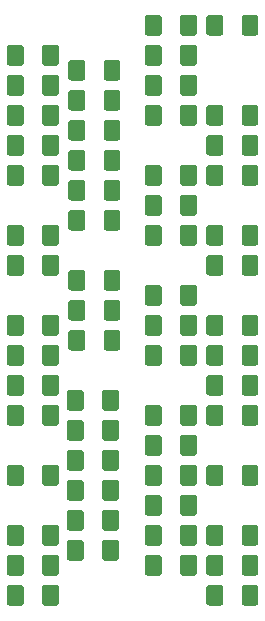
<source format=gbr>
G04 #@! TF.GenerationSoftware,KiCad,Pcbnew,(5.1.2)-2*
G04 #@! TF.CreationDate,2021-05-12T22:03:05+02:00*
G04 #@! TF.ProjectId,BeagleV Chew Toy,42656167-6c65-4562-9043-68657720546f,rev?*
G04 #@! TF.SameCoordinates,Original*
G04 #@! TF.FileFunction,Paste,Top*
G04 #@! TF.FilePolarity,Positive*
%FSLAX46Y46*%
G04 Gerber Fmt 4.6, Leading zero omitted, Abs format (unit mm)*
G04 Created by KiCad (PCBNEW (5.1.2)-2) date 2021-05-12 22:03:05*
%MOMM*%
%LPD*%
G04 APERTURE LIST*
%ADD10C,0.100000*%
%ADD11C,1.425000*%
G04 APERTURE END LIST*
D10*
G36*
X141166504Y-84978204D02*
G01*
X141190773Y-84981804D01*
X141214571Y-84987765D01*
X141237671Y-84996030D01*
X141259849Y-85006520D01*
X141280893Y-85019133D01*
X141300598Y-85033747D01*
X141318777Y-85050223D01*
X141335253Y-85068402D01*
X141349867Y-85088107D01*
X141362480Y-85109151D01*
X141372970Y-85131329D01*
X141381235Y-85154429D01*
X141387196Y-85178227D01*
X141390796Y-85202496D01*
X141392000Y-85227000D01*
X141392000Y-86477000D01*
X141390796Y-86501504D01*
X141387196Y-86525773D01*
X141381235Y-86549571D01*
X141372970Y-86572671D01*
X141362480Y-86594849D01*
X141349867Y-86615893D01*
X141335253Y-86635598D01*
X141318777Y-86653777D01*
X141300598Y-86670253D01*
X141280893Y-86684867D01*
X141259849Y-86697480D01*
X141237671Y-86707970D01*
X141214571Y-86716235D01*
X141190773Y-86722196D01*
X141166504Y-86725796D01*
X141142000Y-86727000D01*
X140217000Y-86727000D01*
X140192496Y-86725796D01*
X140168227Y-86722196D01*
X140144429Y-86716235D01*
X140121329Y-86707970D01*
X140099151Y-86697480D01*
X140078107Y-86684867D01*
X140058402Y-86670253D01*
X140040223Y-86653777D01*
X140023747Y-86635598D01*
X140009133Y-86615893D01*
X139996520Y-86594849D01*
X139986030Y-86572671D01*
X139977765Y-86549571D01*
X139971804Y-86525773D01*
X139968204Y-86501504D01*
X139967000Y-86477000D01*
X139967000Y-85227000D01*
X139968204Y-85202496D01*
X139971804Y-85178227D01*
X139977765Y-85154429D01*
X139986030Y-85131329D01*
X139996520Y-85109151D01*
X140009133Y-85088107D01*
X140023747Y-85068402D01*
X140040223Y-85050223D01*
X140058402Y-85033747D01*
X140078107Y-85019133D01*
X140099151Y-85006520D01*
X140121329Y-84996030D01*
X140144429Y-84987765D01*
X140168227Y-84981804D01*
X140192496Y-84978204D01*
X140217000Y-84977000D01*
X141142000Y-84977000D01*
X141166504Y-84978204D01*
X141166504Y-84978204D01*
G37*
D11*
X140679500Y-85852000D03*
D10*
G36*
X138191504Y-84978204D02*
G01*
X138215773Y-84981804D01*
X138239571Y-84987765D01*
X138262671Y-84996030D01*
X138284849Y-85006520D01*
X138305893Y-85019133D01*
X138325598Y-85033747D01*
X138343777Y-85050223D01*
X138360253Y-85068402D01*
X138374867Y-85088107D01*
X138387480Y-85109151D01*
X138397970Y-85131329D01*
X138406235Y-85154429D01*
X138412196Y-85178227D01*
X138415796Y-85202496D01*
X138417000Y-85227000D01*
X138417000Y-86477000D01*
X138415796Y-86501504D01*
X138412196Y-86525773D01*
X138406235Y-86549571D01*
X138397970Y-86572671D01*
X138387480Y-86594849D01*
X138374867Y-86615893D01*
X138360253Y-86635598D01*
X138343777Y-86653777D01*
X138325598Y-86670253D01*
X138305893Y-86684867D01*
X138284849Y-86697480D01*
X138262671Y-86707970D01*
X138239571Y-86716235D01*
X138215773Y-86722196D01*
X138191504Y-86725796D01*
X138167000Y-86727000D01*
X137242000Y-86727000D01*
X137217496Y-86725796D01*
X137193227Y-86722196D01*
X137169429Y-86716235D01*
X137146329Y-86707970D01*
X137124151Y-86697480D01*
X137103107Y-86684867D01*
X137083402Y-86670253D01*
X137065223Y-86653777D01*
X137048747Y-86635598D01*
X137034133Y-86615893D01*
X137021520Y-86594849D01*
X137011030Y-86572671D01*
X137002765Y-86549571D01*
X136996804Y-86525773D01*
X136993204Y-86501504D01*
X136992000Y-86477000D01*
X136992000Y-85227000D01*
X136993204Y-85202496D01*
X136996804Y-85178227D01*
X137002765Y-85154429D01*
X137011030Y-85131329D01*
X137021520Y-85109151D01*
X137034133Y-85088107D01*
X137048747Y-85068402D01*
X137065223Y-85050223D01*
X137083402Y-85033747D01*
X137103107Y-85019133D01*
X137124151Y-85006520D01*
X137146329Y-84996030D01*
X137169429Y-84987765D01*
X137193227Y-84981804D01*
X137217496Y-84978204D01*
X137242000Y-84977000D01*
X138167000Y-84977000D01*
X138191504Y-84978204D01*
X138191504Y-84978204D01*
G37*
D11*
X137704500Y-85852000D03*
D10*
G36*
X141166504Y-82438204D02*
G01*
X141190773Y-82441804D01*
X141214571Y-82447765D01*
X141237671Y-82456030D01*
X141259849Y-82466520D01*
X141280893Y-82479133D01*
X141300598Y-82493747D01*
X141318777Y-82510223D01*
X141335253Y-82528402D01*
X141349867Y-82548107D01*
X141362480Y-82569151D01*
X141372970Y-82591329D01*
X141381235Y-82614429D01*
X141387196Y-82638227D01*
X141390796Y-82662496D01*
X141392000Y-82687000D01*
X141392000Y-83937000D01*
X141390796Y-83961504D01*
X141387196Y-83985773D01*
X141381235Y-84009571D01*
X141372970Y-84032671D01*
X141362480Y-84054849D01*
X141349867Y-84075893D01*
X141335253Y-84095598D01*
X141318777Y-84113777D01*
X141300598Y-84130253D01*
X141280893Y-84144867D01*
X141259849Y-84157480D01*
X141237671Y-84167970D01*
X141214571Y-84176235D01*
X141190773Y-84182196D01*
X141166504Y-84185796D01*
X141142000Y-84187000D01*
X140217000Y-84187000D01*
X140192496Y-84185796D01*
X140168227Y-84182196D01*
X140144429Y-84176235D01*
X140121329Y-84167970D01*
X140099151Y-84157480D01*
X140078107Y-84144867D01*
X140058402Y-84130253D01*
X140040223Y-84113777D01*
X140023747Y-84095598D01*
X140009133Y-84075893D01*
X139996520Y-84054849D01*
X139986030Y-84032671D01*
X139977765Y-84009571D01*
X139971804Y-83985773D01*
X139968204Y-83961504D01*
X139967000Y-83937000D01*
X139967000Y-82687000D01*
X139968204Y-82662496D01*
X139971804Y-82638227D01*
X139977765Y-82614429D01*
X139986030Y-82591329D01*
X139996520Y-82569151D01*
X140009133Y-82548107D01*
X140023747Y-82528402D01*
X140040223Y-82510223D01*
X140058402Y-82493747D01*
X140078107Y-82479133D01*
X140099151Y-82466520D01*
X140121329Y-82456030D01*
X140144429Y-82447765D01*
X140168227Y-82441804D01*
X140192496Y-82438204D01*
X140217000Y-82437000D01*
X141142000Y-82437000D01*
X141166504Y-82438204D01*
X141166504Y-82438204D01*
G37*
D11*
X140679500Y-83312000D03*
D10*
G36*
X138191504Y-82438204D02*
G01*
X138215773Y-82441804D01*
X138239571Y-82447765D01*
X138262671Y-82456030D01*
X138284849Y-82466520D01*
X138305893Y-82479133D01*
X138325598Y-82493747D01*
X138343777Y-82510223D01*
X138360253Y-82528402D01*
X138374867Y-82548107D01*
X138387480Y-82569151D01*
X138397970Y-82591329D01*
X138406235Y-82614429D01*
X138412196Y-82638227D01*
X138415796Y-82662496D01*
X138417000Y-82687000D01*
X138417000Y-83937000D01*
X138415796Y-83961504D01*
X138412196Y-83985773D01*
X138406235Y-84009571D01*
X138397970Y-84032671D01*
X138387480Y-84054849D01*
X138374867Y-84075893D01*
X138360253Y-84095598D01*
X138343777Y-84113777D01*
X138325598Y-84130253D01*
X138305893Y-84144867D01*
X138284849Y-84157480D01*
X138262671Y-84167970D01*
X138239571Y-84176235D01*
X138215773Y-84182196D01*
X138191504Y-84185796D01*
X138167000Y-84187000D01*
X137242000Y-84187000D01*
X137217496Y-84185796D01*
X137193227Y-84182196D01*
X137169429Y-84176235D01*
X137146329Y-84167970D01*
X137124151Y-84157480D01*
X137103107Y-84144867D01*
X137083402Y-84130253D01*
X137065223Y-84113777D01*
X137048747Y-84095598D01*
X137034133Y-84075893D01*
X137021520Y-84054849D01*
X137011030Y-84032671D01*
X137002765Y-84009571D01*
X136996804Y-83985773D01*
X136993204Y-83961504D01*
X136992000Y-83937000D01*
X136992000Y-82687000D01*
X136993204Y-82662496D01*
X136996804Y-82638227D01*
X137002765Y-82614429D01*
X137011030Y-82591329D01*
X137021520Y-82569151D01*
X137034133Y-82548107D01*
X137048747Y-82528402D01*
X137065223Y-82510223D01*
X137083402Y-82493747D01*
X137103107Y-82479133D01*
X137124151Y-82466520D01*
X137146329Y-82456030D01*
X137169429Y-82447765D01*
X137193227Y-82441804D01*
X137217496Y-82438204D01*
X137242000Y-82437000D01*
X138167000Y-82437000D01*
X138191504Y-82438204D01*
X138191504Y-82438204D01*
G37*
D11*
X137704500Y-83312000D03*
D10*
G36*
X158057504Y-117998204D02*
G01*
X158081773Y-118001804D01*
X158105571Y-118007765D01*
X158128671Y-118016030D01*
X158150849Y-118026520D01*
X158171893Y-118039133D01*
X158191598Y-118053747D01*
X158209777Y-118070223D01*
X158226253Y-118088402D01*
X158240867Y-118108107D01*
X158253480Y-118129151D01*
X158263970Y-118151329D01*
X158272235Y-118174429D01*
X158278196Y-118198227D01*
X158281796Y-118222496D01*
X158283000Y-118247000D01*
X158283000Y-119497000D01*
X158281796Y-119521504D01*
X158278196Y-119545773D01*
X158272235Y-119569571D01*
X158263970Y-119592671D01*
X158253480Y-119614849D01*
X158240867Y-119635893D01*
X158226253Y-119655598D01*
X158209777Y-119673777D01*
X158191598Y-119690253D01*
X158171893Y-119704867D01*
X158150849Y-119717480D01*
X158128671Y-119727970D01*
X158105571Y-119736235D01*
X158081773Y-119742196D01*
X158057504Y-119745796D01*
X158033000Y-119747000D01*
X157108000Y-119747000D01*
X157083496Y-119745796D01*
X157059227Y-119742196D01*
X157035429Y-119736235D01*
X157012329Y-119727970D01*
X156990151Y-119717480D01*
X156969107Y-119704867D01*
X156949402Y-119690253D01*
X156931223Y-119673777D01*
X156914747Y-119655598D01*
X156900133Y-119635893D01*
X156887520Y-119614849D01*
X156877030Y-119592671D01*
X156868765Y-119569571D01*
X156862804Y-119545773D01*
X156859204Y-119521504D01*
X156858000Y-119497000D01*
X156858000Y-118247000D01*
X156859204Y-118222496D01*
X156862804Y-118198227D01*
X156868765Y-118174429D01*
X156877030Y-118151329D01*
X156887520Y-118129151D01*
X156900133Y-118108107D01*
X156914747Y-118088402D01*
X156931223Y-118070223D01*
X156949402Y-118053747D01*
X156969107Y-118039133D01*
X156990151Y-118026520D01*
X157012329Y-118016030D01*
X157035429Y-118007765D01*
X157059227Y-118001804D01*
X157083496Y-117998204D01*
X157108000Y-117997000D01*
X158033000Y-117997000D01*
X158057504Y-117998204D01*
X158057504Y-117998204D01*
G37*
D11*
X157570500Y-118872000D03*
D10*
G36*
X155082504Y-117998204D02*
G01*
X155106773Y-118001804D01*
X155130571Y-118007765D01*
X155153671Y-118016030D01*
X155175849Y-118026520D01*
X155196893Y-118039133D01*
X155216598Y-118053747D01*
X155234777Y-118070223D01*
X155251253Y-118088402D01*
X155265867Y-118108107D01*
X155278480Y-118129151D01*
X155288970Y-118151329D01*
X155297235Y-118174429D01*
X155303196Y-118198227D01*
X155306796Y-118222496D01*
X155308000Y-118247000D01*
X155308000Y-119497000D01*
X155306796Y-119521504D01*
X155303196Y-119545773D01*
X155297235Y-119569571D01*
X155288970Y-119592671D01*
X155278480Y-119614849D01*
X155265867Y-119635893D01*
X155251253Y-119655598D01*
X155234777Y-119673777D01*
X155216598Y-119690253D01*
X155196893Y-119704867D01*
X155175849Y-119717480D01*
X155153671Y-119727970D01*
X155130571Y-119736235D01*
X155106773Y-119742196D01*
X155082504Y-119745796D01*
X155058000Y-119747000D01*
X154133000Y-119747000D01*
X154108496Y-119745796D01*
X154084227Y-119742196D01*
X154060429Y-119736235D01*
X154037329Y-119727970D01*
X154015151Y-119717480D01*
X153994107Y-119704867D01*
X153974402Y-119690253D01*
X153956223Y-119673777D01*
X153939747Y-119655598D01*
X153925133Y-119635893D01*
X153912520Y-119614849D01*
X153902030Y-119592671D01*
X153893765Y-119569571D01*
X153887804Y-119545773D01*
X153884204Y-119521504D01*
X153883000Y-119497000D01*
X153883000Y-118247000D01*
X153884204Y-118222496D01*
X153887804Y-118198227D01*
X153893765Y-118174429D01*
X153902030Y-118151329D01*
X153912520Y-118129151D01*
X153925133Y-118108107D01*
X153939747Y-118088402D01*
X153956223Y-118070223D01*
X153974402Y-118053747D01*
X153994107Y-118039133D01*
X154015151Y-118026520D01*
X154037329Y-118016030D01*
X154060429Y-118007765D01*
X154084227Y-118001804D01*
X154108496Y-117998204D01*
X154133000Y-117997000D01*
X155058000Y-117997000D01*
X155082504Y-117998204D01*
X155082504Y-117998204D01*
G37*
D11*
X154595500Y-118872000D03*
D10*
G36*
X152850504Y-117998204D02*
G01*
X152874773Y-118001804D01*
X152898571Y-118007765D01*
X152921671Y-118016030D01*
X152943849Y-118026520D01*
X152964893Y-118039133D01*
X152984598Y-118053747D01*
X153002777Y-118070223D01*
X153019253Y-118088402D01*
X153033867Y-118108107D01*
X153046480Y-118129151D01*
X153056970Y-118151329D01*
X153065235Y-118174429D01*
X153071196Y-118198227D01*
X153074796Y-118222496D01*
X153076000Y-118247000D01*
X153076000Y-119497000D01*
X153074796Y-119521504D01*
X153071196Y-119545773D01*
X153065235Y-119569571D01*
X153056970Y-119592671D01*
X153046480Y-119614849D01*
X153033867Y-119635893D01*
X153019253Y-119655598D01*
X153002777Y-119673777D01*
X152984598Y-119690253D01*
X152964893Y-119704867D01*
X152943849Y-119717480D01*
X152921671Y-119727970D01*
X152898571Y-119736235D01*
X152874773Y-119742196D01*
X152850504Y-119745796D01*
X152826000Y-119747000D01*
X151901000Y-119747000D01*
X151876496Y-119745796D01*
X151852227Y-119742196D01*
X151828429Y-119736235D01*
X151805329Y-119727970D01*
X151783151Y-119717480D01*
X151762107Y-119704867D01*
X151742402Y-119690253D01*
X151724223Y-119673777D01*
X151707747Y-119655598D01*
X151693133Y-119635893D01*
X151680520Y-119614849D01*
X151670030Y-119592671D01*
X151661765Y-119569571D01*
X151655804Y-119545773D01*
X151652204Y-119521504D01*
X151651000Y-119497000D01*
X151651000Y-118247000D01*
X151652204Y-118222496D01*
X151655804Y-118198227D01*
X151661765Y-118174429D01*
X151670030Y-118151329D01*
X151680520Y-118129151D01*
X151693133Y-118108107D01*
X151707747Y-118088402D01*
X151724223Y-118070223D01*
X151742402Y-118053747D01*
X151762107Y-118039133D01*
X151783151Y-118026520D01*
X151805329Y-118016030D01*
X151828429Y-118007765D01*
X151852227Y-118001804D01*
X151876496Y-117998204D01*
X151901000Y-117997000D01*
X152826000Y-117997000D01*
X152850504Y-117998204D01*
X152850504Y-117998204D01*
G37*
D11*
X152363500Y-118872000D03*
D10*
G36*
X149875504Y-117998204D02*
G01*
X149899773Y-118001804D01*
X149923571Y-118007765D01*
X149946671Y-118016030D01*
X149968849Y-118026520D01*
X149989893Y-118039133D01*
X150009598Y-118053747D01*
X150027777Y-118070223D01*
X150044253Y-118088402D01*
X150058867Y-118108107D01*
X150071480Y-118129151D01*
X150081970Y-118151329D01*
X150090235Y-118174429D01*
X150096196Y-118198227D01*
X150099796Y-118222496D01*
X150101000Y-118247000D01*
X150101000Y-119497000D01*
X150099796Y-119521504D01*
X150096196Y-119545773D01*
X150090235Y-119569571D01*
X150081970Y-119592671D01*
X150071480Y-119614849D01*
X150058867Y-119635893D01*
X150044253Y-119655598D01*
X150027777Y-119673777D01*
X150009598Y-119690253D01*
X149989893Y-119704867D01*
X149968849Y-119717480D01*
X149946671Y-119727970D01*
X149923571Y-119736235D01*
X149899773Y-119742196D01*
X149875504Y-119745796D01*
X149851000Y-119747000D01*
X148926000Y-119747000D01*
X148901496Y-119745796D01*
X148877227Y-119742196D01*
X148853429Y-119736235D01*
X148830329Y-119727970D01*
X148808151Y-119717480D01*
X148787107Y-119704867D01*
X148767402Y-119690253D01*
X148749223Y-119673777D01*
X148732747Y-119655598D01*
X148718133Y-119635893D01*
X148705520Y-119614849D01*
X148695030Y-119592671D01*
X148686765Y-119569571D01*
X148680804Y-119545773D01*
X148677204Y-119521504D01*
X148676000Y-119497000D01*
X148676000Y-118247000D01*
X148677204Y-118222496D01*
X148680804Y-118198227D01*
X148686765Y-118174429D01*
X148695030Y-118151329D01*
X148705520Y-118129151D01*
X148718133Y-118108107D01*
X148732747Y-118088402D01*
X148749223Y-118070223D01*
X148767402Y-118053747D01*
X148787107Y-118039133D01*
X148808151Y-118026520D01*
X148830329Y-118016030D01*
X148853429Y-118007765D01*
X148877227Y-118001804D01*
X148901496Y-117998204D01*
X148926000Y-117997000D01*
X149851000Y-117997000D01*
X149875504Y-117998204D01*
X149875504Y-117998204D01*
G37*
D11*
X149388500Y-118872000D03*
D10*
G36*
X152850504Y-115458204D02*
G01*
X152874773Y-115461804D01*
X152898571Y-115467765D01*
X152921671Y-115476030D01*
X152943849Y-115486520D01*
X152964893Y-115499133D01*
X152984598Y-115513747D01*
X153002777Y-115530223D01*
X153019253Y-115548402D01*
X153033867Y-115568107D01*
X153046480Y-115589151D01*
X153056970Y-115611329D01*
X153065235Y-115634429D01*
X153071196Y-115658227D01*
X153074796Y-115682496D01*
X153076000Y-115707000D01*
X153076000Y-116957000D01*
X153074796Y-116981504D01*
X153071196Y-117005773D01*
X153065235Y-117029571D01*
X153056970Y-117052671D01*
X153046480Y-117074849D01*
X153033867Y-117095893D01*
X153019253Y-117115598D01*
X153002777Y-117133777D01*
X152984598Y-117150253D01*
X152964893Y-117164867D01*
X152943849Y-117177480D01*
X152921671Y-117187970D01*
X152898571Y-117196235D01*
X152874773Y-117202196D01*
X152850504Y-117205796D01*
X152826000Y-117207000D01*
X151901000Y-117207000D01*
X151876496Y-117205796D01*
X151852227Y-117202196D01*
X151828429Y-117196235D01*
X151805329Y-117187970D01*
X151783151Y-117177480D01*
X151762107Y-117164867D01*
X151742402Y-117150253D01*
X151724223Y-117133777D01*
X151707747Y-117115598D01*
X151693133Y-117095893D01*
X151680520Y-117074849D01*
X151670030Y-117052671D01*
X151661765Y-117029571D01*
X151655804Y-117005773D01*
X151652204Y-116981504D01*
X151651000Y-116957000D01*
X151651000Y-115707000D01*
X151652204Y-115682496D01*
X151655804Y-115658227D01*
X151661765Y-115634429D01*
X151670030Y-115611329D01*
X151680520Y-115589151D01*
X151693133Y-115568107D01*
X151707747Y-115548402D01*
X151724223Y-115530223D01*
X151742402Y-115513747D01*
X151762107Y-115499133D01*
X151783151Y-115486520D01*
X151805329Y-115476030D01*
X151828429Y-115467765D01*
X151852227Y-115461804D01*
X151876496Y-115458204D01*
X151901000Y-115457000D01*
X152826000Y-115457000D01*
X152850504Y-115458204D01*
X152850504Y-115458204D01*
G37*
D11*
X152363500Y-116332000D03*
D10*
G36*
X149875504Y-115458204D02*
G01*
X149899773Y-115461804D01*
X149923571Y-115467765D01*
X149946671Y-115476030D01*
X149968849Y-115486520D01*
X149989893Y-115499133D01*
X150009598Y-115513747D01*
X150027777Y-115530223D01*
X150044253Y-115548402D01*
X150058867Y-115568107D01*
X150071480Y-115589151D01*
X150081970Y-115611329D01*
X150090235Y-115634429D01*
X150096196Y-115658227D01*
X150099796Y-115682496D01*
X150101000Y-115707000D01*
X150101000Y-116957000D01*
X150099796Y-116981504D01*
X150096196Y-117005773D01*
X150090235Y-117029571D01*
X150081970Y-117052671D01*
X150071480Y-117074849D01*
X150058867Y-117095893D01*
X150044253Y-117115598D01*
X150027777Y-117133777D01*
X150009598Y-117150253D01*
X149989893Y-117164867D01*
X149968849Y-117177480D01*
X149946671Y-117187970D01*
X149923571Y-117196235D01*
X149899773Y-117202196D01*
X149875504Y-117205796D01*
X149851000Y-117207000D01*
X148926000Y-117207000D01*
X148901496Y-117205796D01*
X148877227Y-117202196D01*
X148853429Y-117196235D01*
X148830329Y-117187970D01*
X148808151Y-117177480D01*
X148787107Y-117164867D01*
X148767402Y-117150253D01*
X148749223Y-117133777D01*
X148732747Y-117115598D01*
X148718133Y-117095893D01*
X148705520Y-117074849D01*
X148695030Y-117052671D01*
X148686765Y-117029571D01*
X148680804Y-117005773D01*
X148677204Y-116981504D01*
X148676000Y-116957000D01*
X148676000Y-115707000D01*
X148677204Y-115682496D01*
X148680804Y-115658227D01*
X148686765Y-115634429D01*
X148695030Y-115611329D01*
X148705520Y-115589151D01*
X148718133Y-115568107D01*
X148732747Y-115548402D01*
X148749223Y-115530223D01*
X148767402Y-115513747D01*
X148787107Y-115499133D01*
X148808151Y-115486520D01*
X148830329Y-115476030D01*
X148853429Y-115467765D01*
X148877227Y-115461804D01*
X148901496Y-115458204D01*
X148926000Y-115457000D01*
X149851000Y-115457000D01*
X149875504Y-115458204D01*
X149875504Y-115458204D01*
G37*
D11*
X149388500Y-116332000D03*
D10*
G36*
X158057504Y-112918204D02*
G01*
X158081773Y-112921804D01*
X158105571Y-112927765D01*
X158128671Y-112936030D01*
X158150849Y-112946520D01*
X158171893Y-112959133D01*
X158191598Y-112973747D01*
X158209777Y-112990223D01*
X158226253Y-113008402D01*
X158240867Y-113028107D01*
X158253480Y-113049151D01*
X158263970Y-113071329D01*
X158272235Y-113094429D01*
X158278196Y-113118227D01*
X158281796Y-113142496D01*
X158283000Y-113167000D01*
X158283000Y-114417000D01*
X158281796Y-114441504D01*
X158278196Y-114465773D01*
X158272235Y-114489571D01*
X158263970Y-114512671D01*
X158253480Y-114534849D01*
X158240867Y-114555893D01*
X158226253Y-114575598D01*
X158209777Y-114593777D01*
X158191598Y-114610253D01*
X158171893Y-114624867D01*
X158150849Y-114637480D01*
X158128671Y-114647970D01*
X158105571Y-114656235D01*
X158081773Y-114662196D01*
X158057504Y-114665796D01*
X158033000Y-114667000D01*
X157108000Y-114667000D01*
X157083496Y-114665796D01*
X157059227Y-114662196D01*
X157035429Y-114656235D01*
X157012329Y-114647970D01*
X156990151Y-114637480D01*
X156969107Y-114624867D01*
X156949402Y-114610253D01*
X156931223Y-114593777D01*
X156914747Y-114575598D01*
X156900133Y-114555893D01*
X156887520Y-114534849D01*
X156877030Y-114512671D01*
X156868765Y-114489571D01*
X156862804Y-114465773D01*
X156859204Y-114441504D01*
X156858000Y-114417000D01*
X156858000Y-113167000D01*
X156859204Y-113142496D01*
X156862804Y-113118227D01*
X156868765Y-113094429D01*
X156877030Y-113071329D01*
X156887520Y-113049151D01*
X156900133Y-113028107D01*
X156914747Y-113008402D01*
X156931223Y-112990223D01*
X156949402Y-112973747D01*
X156969107Y-112959133D01*
X156990151Y-112946520D01*
X157012329Y-112936030D01*
X157035429Y-112927765D01*
X157059227Y-112921804D01*
X157083496Y-112918204D01*
X157108000Y-112917000D01*
X158033000Y-112917000D01*
X158057504Y-112918204D01*
X158057504Y-112918204D01*
G37*
D11*
X157570500Y-113792000D03*
D10*
G36*
X155082504Y-112918204D02*
G01*
X155106773Y-112921804D01*
X155130571Y-112927765D01*
X155153671Y-112936030D01*
X155175849Y-112946520D01*
X155196893Y-112959133D01*
X155216598Y-112973747D01*
X155234777Y-112990223D01*
X155251253Y-113008402D01*
X155265867Y-113028107D01*
X155278480Y-113049151D01*
X155288970Y-113071329D01*
X155297235Y-113094429D01*
X155303196Y-113118227D01*
X155306796Y-113142496D01*
X155308000Y-113167000D01*
X155308000Y-114417000D01*
X155306796Y-114441504D01*
X155303196Y-114465773D01*
X155297235Y-114489571D01*
X155288970Y-114512671D01*
X155278480Y-114534849D01*
X155265867Y-114555893D01*
X155251253Y-114575598D01*
X155234777Y-114593777D01*
X155216598Y-114610253D01*
X155196893Y-114624867D01*
X155175849Y-114637480D01*
X155153671Y-114647970D01*
X155130571Y-114656235D01*
X155106773Y-114662196D01*
X155082504Y-114665796D01*
X155058000Y-114667000D01*
X154133000Y-114667000D01*
X154108496Y-114665796D01*
X154084227Y-114662196D01*
X154060429Y-114656235D01*
X154037329Y-114647970D01*
X154015151Y-114637480D01*
X153994107Y-114624867D01*
X153974402Y-114610253D01*
X153956223Y-114593777D01*
X153939747Y-114575598D01*
X153925133Y-114555893D01*
X153912520Y-114534849D01*
X153902030Y-114512671D01*
X153893765Y-114489571D01*
X153887804Y-114465773D01*
X153884204Y-114441504D01*
X153883000Y-114417000D01*
X153883000Y-113167000D01*
X153884204Y-113142496D01*
X153887804Y-113118227D01*
X153893765Y-113094429D01*
X153902030Y-113071329D01*
X153912520Y-113049151D01*
X153925133Y-113028107D01*
X153939747Y-113008402D01*
X153956223Y-112990223D01*
X153974402Y-112973747D01*
X153994107Y-112959133D01*
X154015151Y-112946520D01*
X154037329Y-112936030D01*
X154060429Y-112927765D01*
X154084227Y-112921804D01*
X154108496Y-112918204D01*
X154133000Y-112917000D01*
X155058000Y-112917000D01*
X155082504Y-112918204D01*
X155082504Y-112918204D01*
G37*
D11*
X154595500Y-113792000D03*
D10*
G36*
X152850504Y-112918204D02*
G01*
X152874773Y-112921804D01*
X152898571Y-112927765D01*
X152921671Y-112936030D01*
X152943849Y-112946520D01*
X152964893Y-112959133D01*
X152984598Y-112973747D01*
X153002777Y-112990223D01*
X153019253Y-113008402D01*
X153033867Y-113028107D01*
X153046480Y-113049151D01*
X153056970Y-113071329D01*
X153065235Y-113094429D01*
X153071196Y-113118227D01*
X153074796Y-113142496D01*
X153076000Y-113167000D01*
X153076000Y-114417000D01*
X153074796Y-114441504D01*
X153071196Y-114465773D01*
X153065235Y-114489571D01*
X153056970Y-114512671D01*
X153046480Y-114534849D01*
X153033867Y-114555893D01*
X153019253Y-114575598D01*
X153002777Y-114593777D01*
X152984598Y-114610253D01*
X152964893Y-114624867D01*
X152943849Y-114637480D01*
X152921671Y-114647970D01*
X152898571Y-114656235D01*
X152874773Y-114662196D01*
X152850504Y-114665796D01*
X152826000Y-114667000D01*
X151901000Y-114667000D01*
X151876496Y-114665796D01*
X151852227Y-114662196D01*
X151828429Y-114656235D01*
X151805329Y-114647970D01*
X151783151Y-114637480D01*
X151762107Y-114624867D01*
X151742402Y-114610253D01*
X151724223Y-114593777D01*
X151707747Y-114575598D01*
X151693133Y-114555893D01*
X151680520Y-114534849D01*
X151670030Y-114512671D01*
X151661765Y-114489571D01*
X151655804Y-114465773D01*
X151652204Y-114441504D01*
X151651000Y-114417000D01*
X151651000Y-113167000D01*
X151652204Y-113142496D01*
X151655804Y-113118227D01*
X151661765Y-113094429D01*
X151670030Y-113071329D01*
X151680520Y-113049151D01*
X151693133Y-113028107D01*
X151707747Y-113008402D01*
X151724223Y-112990223D01*
X151742402Y-112973747D01*
X151762107Y-112959133D01*
X151783151Y-112946520D01*
X151805329Y-112936030D01*
X151828429Y-112927765D01*
X151852227Y-112921804D01*
X151876496Y-112918204D01*
X151901000Y-112917000D01*
X152826000Y-112917000D01*
X152850504Y-112918204D01*
X152850504Y-112918204D01*
G37*
D11*
X152363500Y-113792000D03*
D10*
G36*
X149875504Y-112918204D02*
G01*
X149899773Y-112921804D01*
X149923571Y-112927765D01*
X149946671Y-112936030D01*
X149968849Y-112946520D01*
X149989893Y-112959133D01*
X150009598Y-112973747D01*
X150027777Y-112990223D01*
X150044253Y-113008402D01*
X150058867Y-113028107D01*
X150071480Y-113049151D01*
X150081970Y-113071329D01*
X150090235Y-113094429D01*
X150096196Y-113118227D01*
X150099796Y-113142496D01*
X150101000Y-113167000D01*
X150101000Y-114417000D01*
X150099796Y-114441504D01*
X150096196Y-114465773D01*
X150090235Y-114489571D01*
X150081970Y-114512671D01*
X150071480Y-114534849D01*
X150058867Y-114555893D01*
X150044253Y-114575598D01*
X150027777Y-114593777D01*
X150009598Y-114610253D01*
X149989893Y-114624867D01*
X149968849Y-114637480D01*
X149946671Y-114647970D01*
X149923571Y-114656235D01*
X149899773Y-114662196D01*
X149875504Y-114665796D01*
X149851000Y-114667000D01*
X148926000Y-114667000D01*
X148901496Y-114665796D01*
X148877227Y-114662196D01*
X148853429Y-114656235D01*
X148830329Y-114647970D01*
X148808151Y-114637480D01*
X148787107Y-114624867D01*
X148767402Y-114610253D01*
X148749223Y-114593777D01*
X148732747Y-114575598D01*
X148718133Y-114555893D01*
X148705520Y-114534849D01*
X148695030Y-114512671D01*
X148686765Y-114489571D01*
X148680804Y-114465773D01*
X148677204Y-114441504D01*
X148676000Y-114417000D01*
X148676000Y-113167000D01*
X148677204Y-113142496D01*
X148680804Y-113118227D01*
X148686765Y-113094429D01*
X148695030Y-113071329D01*
X148705520Y-113049151D01*
X148718133Y-113028107D01*
X148732747Y-113008402D01*
X148749223Y-112990223D01*
X148767402Y-112973747D01*
X148787107Y-112959133D01*
X148808151Y-112946520D01*
X148830329Y-112936030D01*
X148853429Y-112927765D01*
X148877227Y-112921804D01*
X148901496Y-112918204D01*
X148926000Y-112917000D01*
X149851000Y-112917000D01*
X149875504Y-112918204D01*
X149875504Y-112918204D01*
G37*
D11*
X149388500Y-113792000D03*
D10*
G36*
X158057504Y-110378204D02*
G01*
X158081773Y-110381804D01*
X158105571Y-110387765D01*
X158128671Y-110396030D01*
X158150849Y-110406520D01*
X158171893Y-110419133D01*
X158191598Y-110433747D01*
X158209777Y-110450223D01*
X158226253Y-110468402D01*
X158240867Y-110488107D01*
X158253480Y-110509151D01*
X158263970Y-110531329D01*
X158272235Y-110554429D01*
X158278196Y-110578227D01*
X158281796Y-110602496D01*
X158283000Y-110627000D01*
X158283000Y-111877000D01*
X158281796Y-111901504D01*
X158278196Y-111925773D01*
X158272235Y-111949571D01*
X158263970Y-111972671D01*
X158253480Y-111994849D01*
X158240867Y-112015893D01*
X158226253Y-112035598D01*
X158209777Y-112053777D01*
X158191598Y-112070253D01*
X158171893Y-112084867D01*
X158150849Y-112097480D01*
X158128671Y-112107970D01*
X158105571Y-112116235D01*
X158081773Y-112122196D01*
X158057504Y-112125796D01*
X158033000Y-112127000D01*
X157108000Y-112127000D01*
X157083496Y-112125796D01*
X157059227Y-112122196D01*
X157035429Y-112116235D01*
X157012329Y-112107970D01*
X156990151Y-112097480D01*
X156969107Y-112084867D01*
X156949402Y-112070253D01*
X156931223Y-112053777D01*
X156914747Y-112035598D01*
X156900133Y-112015893D01*
X156887520Y-111994849D01*
X156877030Y-111972671D01*
X156868765Y-111949571D01*
X156862804Y-111925773D01*
X156859204Y-111901504D01*
X156858000Y-111877000D01*
X156858000Y-110627000D01*
X156859204Y-110602496D01*
X156862804Y-110578227D01*
X156868765Y-110554429D01*
X156877030Y-110531329D01*
X156887520Y-110509151D01*
X156900133Y-110488107D01*
X156914747Y-110468402D01*
X156931223Y-110450223D01*
X156949402Y-110433747D01*
X156969107Y-110419133D01*
X156990151Y-110406520D01*
X157012329Y-110396030D01*
X157035429Y-110387765D01*
X157059227Y-110381804D01*
X157083496Y-110378204D01*
X157108000Y-110377000D01*
X158033000Y-110377000D01*
X158057504Y-110378204D01*
X158057504Y-110378204D01*
G37*
D11*
X157570500Y-111252000D03*
D10*
G36*
X155082504Y-110378204D02*
G01*
X155106773Y-110381804D01*
X155130571Y-110387765D01*
X155153671Y-110396030D01*
X155175849Y-110406520D01*
X155196893Y-110419133D01*
X155216598Y-110433747D01*
X155234777Y-110450223D01*
X155251253Y-110468402D01*
X155265867Y-110488107D01*
X155278480Y-110509151D01*
X155288970Y-110531329D01*
X155297235Y-110554429D01*
X155303196Y-110578227D01*
X155306796Y-110602496D01*
X155308000Y-110627000D01*
X155308000Y-111877000D01*
X155306796Y-111901504D01*
X155303196Y-111925773D01*
X155297235Y-111949571D01*
X155288970Y-111972671D01*
X155278480Y-111994849D01*
X155265867Y-112015893D01*
X155251253Y-112035598D01*
X155234777Y-112053777D01*
X155216598Y-112070253D01*
X155196893Y-112084867D01*
X155175849Y-112097480D01*
X155153671Y-112107970D01*
X155130571Y-112116235D01*
X155106773Y-112122196D01*
X155082504Y-112125796D01*
X155058000Y-112127000D01*
X154133000Y-112127000D01*
X154108496Y-112125796D01*
X154084227Y-112122196D01*
X154060429Y-112116235D01*
X154037329Y-112107970D01*
X154015151Y-112097480D01*
X153994107Y-112084867D01*
X153974402Y-112070253D01*
X153956223Y-112053777D01*
X153939747Y-112035598D01*
X153925133Y-112015893D01*
X153912520Y-111994849D01*
X153902030Y-111972671D01*
X153893765Y-111949571D01*
X153887804Y-111925773D01*
X153884204Y-111901504D01*
X153883000Y-111877000D01*
X153883000Y-110627000D01*
X153884204Y-110602496D01*
X153887804Y-110578227D01*
X153893765Y-110554429D01*
X153902030Y-110531329D01*
X153912520Y-110509151D01*
X153925133Y-110488107D01*
X153939747Y-110468402D01*
X153956223Y-110450223D01*
X153974402Y-110433747D01*
X153994107Y-110419133D01*
X154015151Y-110406520D01*
X154037329Y-110396030D01*
X154060429Y-110387765D01*
X154084227Y-110381804D01*
X154108496Y-110378204D01*
X154133000Y-110377000D01*
X155058000Y-110377000D01*
X155082504Y-110378204D01*
X155082504Y-110378204D01*
G37*
D11*
X154595500Y-111252000D03*
D10*
G36*
X152850504Y-123078204D02*
G01*
X152874773Y-123081804D01*
X152898571Y-123087765D01*
X152921671Y-123096030D01*
X152943849Y-123106520D01*
X152964893Y-123119133D01*
X152984598Y-123133747D01*
X153002777Y-123150223D01*
X153019253Y-123168402D01*
X153033867Y-123188107D01*
X153046480Y-123209151D01*
X153056970Y-123231329D01*
X153065235Y-123254429D01*
X153071196Y-123278227D01*
X153074796Y-123302496D01*
X153076000Y-123327000D01*
X153076000Y-124577000D01*
X153074796Y-124601504D01*
X153071196Y-124625773D01*
X153065235Y-124649571D01*
X153056970Y-124672671D01*
X153046480Y-124694849D01*
X153033867Y-124715893D01*
X153019253Y-124735598D01*
X153002777Y-124753777D01*
X152984598Y-124770253D01*
X152964893Y-124784867D01*
X152943849Y-124797480D01*
X152921671Y-124807970D01*
X152898571Y-124816235D01*
X152874773Y-124822196D01*
X152850504Y-124825796D01*
X152826000Y-124827000D01*
X151901000Y-124827000D01*
X151876496Y-124825796D01*
X151852227Y-124822196D01*
X151828429Y-124816235D01*
X151805329Y-124807970D01*
X151783151Y-124797480D01*
X151762107Y-124784867D01*
X151742402Y-124770253D01*
X151724223Y-124753777D01*
X151707747Y-124735598D01*
X151693133Y-124715893D01*
X151680520Y-124694849D01*
X151670030Y-124672671D01*
X151661765Y-124649571D01*
X151655804Y-124625773D01*
X151652204Y-124601504D01*
X151651000Y-124577000D01*
X151651000Y-123327000D01*
X151652204Y-123302496D01*
X151655804Y-123278227D01*
X151661765Y-123254429D01*
X151670030Y-123231329D01*
X151680520Y-123209151D01*
X151693133Y-123188107D01*
X151707747Y-123168402D01*
X151724223Y-123150223D01*
X151742402Y-123133747D01*
X151762107Y-123119133D01*
X151783151Y-123106520D01*
X151805329Y-123096030D01*
X151828429Y-123087765D01*
X151852227Y-123081804D01*
X151876496Y-123078204D01*
X151901000Y-123077000D01*
X152826000Y-123077000D01*
X152850504Y-123078204D01*
X152850504Y-123078204D01*
G37*
D11*
X152363500Y-123952000D03*
D10*
G36*
X149875504Y-123078204D02*
G01*
X149899773Y-123081804D01*
X149923571Y-123087765D01*
X149946671Y-123096030D01*
X149968849Y-123106520D01*
X149989893Y-123119133D01*
X150009598Y-123133747D01*
X150027777Y-123150223D01*
X150044253Y-123168402D01*
X150058867Y-123188107D01*
X150071480Y-123209151D01*
X150081970Y-123231329D01*
X150090235Y-123254429D01*
X150096196Y-123278227D01*
X150099796Y-123302496D01*
X150101000Y-123327000D01*
X150101000Y-124577000D01*
X150099796Y-124601504D01*
X150096196Y-124625773D01*
X150090235Y-124649571D01*
X150081970Y-124672671D01*
X150071480Y-124694849D01*
X150058867Y-124715893D01*
X150044253Y-124735598D01*
X150027777Y-124753777D01*
X150009598Y-124770253D01*
X149989893Y-124784867D01*
X149968849Y-124797480D01*
X149946671Y-124807970D01*
X149923571Y-124816235D01*
X149899773Y-124822196D01*
X149875504Y-124825796D01*
X149851000Y-124827000D01*
X148926000Y-124827000D01*
X148901496Y-124825796D01*
X148877227Y-124822196D01*
X148853429Y-124816235D01*
X148830329Y-124807970D01*
X148808151Y-124797480D01*
X148787107Y-124784867D01*
X148767402Y-124770253D01*
X148749223Y-124753777D01*
X148732747Y-124735598D01*
X148718133Y-124715893D01*
X148705520Y-124694849D01*
X148695030Y-124672671D01*
X148686765Y-124649571D01*
X148680804Y-124625773D01*
X148677204Y-124601504D01*
X148676000Y-124577000D01*
X148676000Y-123327000D01*
X148677204Y-123302496D01*
X148680804Y-123278227D01*
X148686765Y-123254429D01*
X148695030Y-123231329D01*
X148705520Y-123209151D01*
X148718133Y-123188107D01*
X148732747Y-123168402D01*
X148749223Y-123150223D01*
X148767402Y-123133747D01*
X148787107Y-123119133D01*
X148808151Y-123106520D01*
X148830329Y-123096030D01*
X148853429Y-123087765D01*
X148877227Y-123081804D01*
X148901496Y-123078204D01*
X148926000Y-123077000D01*
X149851000Y-123077000D01*
X149875504Y-123078204D01*
X149875504Y-123078204D01*
G37*
D11*
X149388500Y-123952000D03*
D10*
G36*
X158057504Y-107838204D02*
G01*
X158081773Y-107841804D01*
X158105571Y-107847765D01*
X158128671Y-107856030D01*
X158150849Y-107866520D01*
X158171893Y-107879133D01*
X158191598Y-107893747D01*
X158209777Y-107910223D01*
X158226253Y-107928402D01*
X158240867Y-107948107D01*
X158253480Y-107969151D01*
X158263970Y-107991329D01*
X158272235Y-108014429D01*
X158278196Y-108038227D01*
X158281796Y-108062496D01*
X158283000Y-108087000D01*
X158283000Y-109337000D01*
X158281796Y-109361504D01*
X158278196Y-109385773D01*
X158272235Y-109409571D01*
X158263970Y-109432671D01*
X158253480Y-109454849D01*
X158240867Y-109475893D01*
X158226253Y-109495598D01*
X158209777Y-109513777D01*
X158191598Y-109530253D01*
X158171893Y-109544867D01*
X158150849Y-109557480D01*
X158128671Y-109567970D01*
X158105571Y-109576235D01*
X158081773Y-109582196D01*
X158057504Y-109585796D01*
X158033000Y-109587000D01*
X157108000Y-109587000D01*
X157083496Y-109585796D01*
X157059227Y-109582196D01*
X157035429Y-109576235D01*
X157012329Y-109567970D01*
X156990151Y-109557480D01*
X156969107Y-109544867D01*
X156949402Y-109530253D01*
X156931223Y-109513777D01*
X156914747Y-109495598D01*
X156900133Y-109475893D01*
X156887520Y-109454849D01*
X156877030Y-109432671D01*
X156868765Y-109409571D01*
X156862804Y-109385773D01*
X156859204Y-109361504D01*
X156858000Y-109337000D01*
X156858000Y-108087000D01*
X156859204Y-108062496D01*
X156862804Y-108038227D01*
X156868765Y-108014429D01*
X156877030Y-107991329D01*
X156887520Y-107969151D01*
X156900133Y-107948107D01*
X156914747Y-107928402D01*
X156931223Y-107910223D01*
X156949402Y-107893747D01*
X156969107Y-107879133D01*
X156990151Y-107866520D01*
X157012329Y-107856030D01*
X157035429Y-107847765D01*
X157059227Y-107841804D01*
X157083496Y-107838204D01*
X157108000Y-107837000D01*
X158033000Y-107837000D01*
X158057504Y-107838204D01*
X158057504Y-107838204D01*
G37*
D11*
X157570500Y-108712000D03*
D10*
G36*
X155082504Y-107838204D02*
G01*
X155106773Y-107841804D01*
X155130571Y-107847765D01*
X155153671Y-107856030D01*
X155175849Y-107866520D01*
X155196893Y-107879133D01*
X155216598Y-107893747D01*
X155234777Y-107910223D01*
X155251253Y-107928402D01*
X155265867Y-107948107D01*
X155278480Y-107969151D01*
X155288970Y-107991329D01*
X155297235Y-108014429D01*
X155303196Y-108038227D01*
X155306796Y-108062496D01*
X155308000Y-108087000D01*
X155308000Y-109337000D01*
X155306796Y-109361504D01*
X155303196Y-109385773D01*
X155297235Y-109409571D01*
X155288970Y-109432671D01*
X155278480Y-109454849D01*
X155265867Y-109475893D01*
X155251253Y-109495598D01*
X155234777Y-109513777D01*
X155216598Y-109530253D01*
X155196893Y-109544867D01*
X155175849Y-109557480D01*
X155153671Y-109567970D01*
X155130571Y-109576235D01*
X155106773Y-109582196D01*
X155082504Y-109585796D01*
X155058000Y-109587000D01*
X154133000Y-109587000D01*
X154108496Y-109585796D01*
X154084227Y-109582196D01*
X154060429Y-109576235D01*
X154037329Y-109567970D01*
X154015151Y-109557480D01*
X153994107Y-109544867D01*
X153974402Y-109530253D01*
X153956223Y-109513777D01*
X153939747Y-109495598D01*
X153925133Y-109475893D01*
X153912520Y-109454849D01*
X153902030Y-109432671D01*
X153893765Y-109409571D01*
X153887804Y-109385773D01*
X153884204Y-109361504D01*
X153883000Y-109337000D01*
X153883000Y-108087000D01*
X153884204Y-108062496D01*
X153887804Y-108038227D01*
X153893765Y-108014429D01*
X153902030Y-107991329D01*
X153912520Y-107969151D01*
X153925133Y-107948107D01*
X153939747Y-107928402D01*
X153956223Y-107910223D01*
X153974402Y-107893747D01*
X153994107Y-107879133D01*
X154015151Y-107866520D01*
X154037329Y-107856030D01*
X154060429Y-107847765D01*
X154084227Y-107841804D01*
X154108496Y-107838204D01*
X154133000Y-107837000D01*
X155058000Y-107837000D01*
X155082504Y-107838204D01*
X155082504Y-107838204D01*
G37*
D11*
X154595500Y-108712000D03*
D10*
G36*
X152850504Y-107838204D02*
G01*
X152874773Y-107841804D01*
X152898571Y-107847765D01*
X152921671Y-107856030D01*
X152943849Y-107866520D01*
X152964893Y-107879133D01*
X152984598Y-107893747D01*
X153002777Y-107910223D01*
X153019253Y-107928402D01*
X153033867Y-107948107D01*
X153046480Y-107969151D01*
X153056970Y-107991329D01*
X153065235Y-108014429D01*
X153071196Y-108038227D01*
X153074796Y-108062496D01*
X153076000Y-108087000D01*
X153076000Y-109337000D01*
X153074796Y-109361504D01*
X153071196Y-109385773D01*
X153065235Y-109409571D01*
X153056970Y-109432671D01*
X153046480Y-109454849D01*
X153033867Y-109475893D01*
X153019253Y-109495598D01*
X153002777Y-109513777D01*
X152984598Y-109530253D01*
X152964893Y-109544867D01*
X152943849Y-109557480D01*
X152921671Y-109567970D01*
X152898571Y-109576235D01*
X152874773Y-109582196D01*
X152850504Y-109585796D01*
X152826000Y-109587000D01*
X151901000Y-109587000D01*
X151876496Y-109585796D01*
X151852227Y-109582196D01*
X151828429Y-109576235D01*
X151805329Y-109567970D01*
X151783151Y-109557480D01*
X151762107Y-109544867D01*
X151742402Y-109530253D01*
X151724223Y-109513777D01*
X151707747Y-109495598D01*
X151693133Y-109475893D01*
X151680520Y-109454849D01*
X151670030Y-109432671D01*
X151661765Y-109409571D01*
X151655804Y-109385773D01*
X151652204Y-109361504D01*
X151651000Y-109337000D01*
X151651000Y-108087000D01*
X151652204Y-108062496D01*
X151655804Y-108038227D01*
X151661765Y-108014429D01*
X151670030Y-107991329D01*
X151680520Y-107969151D01*
X151693133Y-107948107D01*
X151707747Y-107928402D01*
X151724223Y-107910223D01*
X151742402Y-107893747D01*
X151762107Y-107879133D01*
X151783151Y-107866520D01*
X151805329Y-107856030D01*
X151828429Y-107847765D01*
X151852227Y-107841804D01*
X151876496Y-107838204D01*
X151901000Y-107837000D01*
X152826000Y-107837000D01*
X152850504Y-107838204D01*
X152850504Y-107838204D01*
G37*
D11*
X152363500Y-108712000D03*
D10*
G36*
X149875504Y-107838204D02*
G01*
X149899773Y-107841804D01*
X149923571Y-107847765D01*
X149946671Y-107856030D01*
X149968849Y-107866520D01*
X149989893Y-107879133D01*
X150009598Y-107893747D01*
X150027777Y-107910223D01*
X150044253Y-107928402D01*
X150058867Y-107948107D01*
X150071480Y-107969151D01*
X150081970Y-107991329D01*
X150090235Y-108014429D01*
X150096196Y-108038227D01*
X150099796Y-108062496D01*
X150101000Y-108087000D01*
X150101000Y-109337000D01*
X150099796Y-109361504D01*
X150096196Y-109385773D01*
X150090235Y-109409571D01*
X150081970Y-109432671D01*
X150071480Y-109454849D01*
X150058867Y-109475893D01*
X150044253Y-109495598D01*
X150027777Y-109513777D01*
X150009598Y-109530253D01*
X149989893Y-109544867D01*
X149968849Y-109557480D01*
X149946671Y-109567970D01*
X149923571Y-109576235D01*
X149899773Y-109582196D01*
X149875504Y-109585796D01*
X149851000Y-109587000D01*
X148926000Y-109587000D01*
X148901496Y-109585796D01*
X148877227Y-109582196D01*
X148853429Y-109576235D01*
X148830329Y-109567970D01*
X148808151Y-109557480D01*
X148787107Y-109544867D01*
X148767402Y-109530253D01*
X148749223Y-109513777D01*
X148732747Y-109495598D01*
X148718133Y-109475893D01*
X148705520Y-109454849D01*
X148695030Y-109432671D01*
X148686765Y-109409571D01*
X148680804Y-109385773D01*
X148677204Y-109361504D01*
X148676000Y-109337000D01*
X148676000Y-108087000D01*
X148677204Y-108062496D01*
X148680804Y-108038227D01*
X148686765Y-108014429D01*
X148695030Y-107991329D01*
X148705520Y-107969151D01*
X148718133Y-107948107D01*
X148732747Y-107928402D01*
X148749223Y-107910223D01*
X148767402Y-107893747D01*
X148787107Y-107879133D01*
X148808151Y-107866520D01*
X148830329Y-107856030D01*
X148853429Y-107847765D01*
X148877227Y-107841804D01*
X148901496Y-107838204D01*
X148926000Y-107837000D01*
X149851000Y-107837000D01*
X149875504Y-107838204D01*
X149875504Y-107838204D01*
G37*
D11*
X149388500Y-108712000D03*
D10*
G36*
X158057504Y-105298204D02*
G01*
X158081773Y-105301804D01*
X158105571Y-105307765D01*
X158128671Y-105316030D01*
X158150849Y-105326520D01*
X158171893Y-105339133D01*
X158191598Y-105353747D01*
X158209777Y-105370223D01*
X158226253Y-105388402D01*
X158240867Y-105408107D01*
X158253480Y-105429151D01*
X158263970Y-105451329D01*
X158272235Y-105474429D01*
X158278196Y-105498227D01*
X158281796Y-105522496D01*
X158283000Y-105547000D01*
X158283000Y-106797000D01*
X158281796Y-106821504D01*
X158278196Y-106845773D01*
X158272235Y-106869571D01*
X158263970Y-106892671D01*
X158253480Y-106914849D01*
X158240867Y-106935893D01*
X158226253Y-106955598D01*
X158209777Y-106973777D01*
X158191598Y-106990253D01*
X158171893Y-107004867D01*
X158150849Y-107017480D01*
X158128671Y-107027970D01*
X158105571Y-107036235D01*
X158081773Y-107042196D01*
X158057504Y-107045796D01*
X158033000Y-107047000D01*
X157108000Y-107047000D01*
X157083496Y-107045796D01*
X157059227Y-107042196D01*
X157035429Y-107036235D01*
X157012329Y-107027970D01*
X156990151Y-107017480D01*
X156969107Y-107004867D01*
X156949402Y-106990253D01*
X156931223Y-106973777D01*
X156914747Y-106955598D01*
X156900133Y-106935893D01*
X156887520Y-106914849D01*
X156877030Y-106892671D01*
X156868765Y-106869571D01*
X156862804Y-106845773D01*
X156859204Y-106821504D01*
X156858000Y-106797000D01*
X156858000Y-105547000D01*
X156859204Y-105522496D01*
X156862804Y-105498227D01*
X156868765Y-105474429D01*
X156877030Y-105451329D01*
X156887520Y-105429151D01*
X156900133Y-105408107D01*
X156914747Y-105388402D01*
X156931223Y-105370223D01*
X156949402Y-105353747D01*
X156969107Y-105339133D01*
X156990151Y-105326520D01*
X157012329Y-105316030D01*
X157035429Y-105307765D01*
X157059227Y-105301804D01*
X157083496Y-105298204D01*
X157108000Y-105297000D01*
X158033000Y-105297000D01*
X158057504Y-105298204D01*
X158057504Y-105298204D01*
G37*
D11*
X157570500Y-106172000D03*
D10*
G36*
X155082504Y-105298204D02*
G01*
X155106773Y-105301804D01*
X155130571Y-105307765D01*
X155153671Y-105316030D01*
X155175849Y-105326520D01*
X155196893Y-105339133D01*
X155216598Y-105353747D01*
X155234777Y-105370223D01*
X155251253Y-105388402D01*
X155265867Y-105408107D01*
X155278480Y-105429151D01*
X155288970Y-105451329D01*
X155297235Y-105474429D01*
X155303196Y-105498227D01*
X155306796Y-105522496D01*
X155308000Y-105547000D01*
X155308000Y-106797000D01*
X155306796Y-106821504D01*
X155303196Y-106845773D01*
X155297235Y-106869571D01*
X155288970Y-106892671D01*
X155278480Y-106914849D01*
X155265867Y-106935893D01*
X155251253Y-106955598D01*
X155234777Y-106973777D01*
X155216598Y-106990253D01*
X155196893Y-107004867D01*
X155175849Y-107017480D01*
X155153671Y-107027970D01*
X155130571Y-107036235D01*
X155106773Y-107042196D01*
X155082504Y-107045796D01*
X155058000Y-107047000D01*
X154133000Y-107047000D01*
X154108496Y-107045796D01*
X154084227Y-107042196D01*
X154060429Y-107036235D01*
X154037329Y-107027970D01*
X154015151Y-107017480D01*
X153994107Y-107004867D01*
X153974402Y-106990253D01*
X153956223Y-106973777D01*
X153939747Y-106955598D01*
X153925133Y-106935893D01*
X153912520Y-106914849D01*
X153902030Y-106892671D01*
X153893765Y-106869571D01*
X153887804Y-106845773D01*
X153884204Y-106821504D01*
X153883000Y-106797000D01*
X153883000Y-105547000D01*
X153884204Y-105522496D01*
X153887804Y-105498227D01*
X153893765Y-105474429D01*
X153902030Y-105451329D01*
X153912520Y-105429151D01*
X153925133Y-105408107D01*
X153939747Y-105388402D01*
X153956223Y-105370223D01*
X153974402Y-105353747D01*
X153994107Y-105339133D01*
X154015151Y-105326520D01*
X154037329Y-105316030D01*
X154060429Y-105307765D01*
X154084227Y-105301804D01*
X154108496Y-105298204D01*
X154133000Y-105297000D01*
X155058000Y-105297000D01*
X155082504Y-105298204D01*
X155082504Y-105298204D01*
G37*
D11*
X154595500Y-106172000D03*
D10*
G36*
X152850504Y-105298204D02*
G01*
X152874773Y-105301804D01*
X152898571Y-105307765D01*
X152921671Y-105316030D01*
X152943849Y-105326520D01*
X152964893Y-105339133D01*
X152984598Y-105353747D01*
X153002777Y-105370223D01*
X153019253Y-105388402D01*
X153033867Y-105408107D01*
X153046480Y-105429151D01*
X153056970Y-105451329D01*
X153065235Y-105474429D01*
X153071196Y-105498227D01*
X153074796Y-105522496D01*
X153076000Y-105547000D01*
X153076000Y-106797000D01*
X153074796Y-106821504D01*
X153071196Y-106845773D01*
X153065235Y-106869571D01*
X153056970Y-106892671D01*
X153046480Y-106914849D01*
X153033867Y-106935893D01*
X153019253Y-106955598D01*
X153002777Y-106973777D01*
X152984598Y-106990253D01*
X152964893Y-107004867D01*
X152943849Y-107017480D01*
X152921671Y-107027970D01*
X152898571Y-107036235D01*
X152874773Y-107042196D01*
X152850504Y-107045796D01*
X152826000Y-107047000D01*
X151901000Y-107047000D01*
X151876496Y-107045796D01*
X151852227Y-107042196D01*
X151828429Y-107036235D01*
X151805329Y-107027970D01*
X151783151Y-107017480D01*
X151762107Y-107004867D01*
X151742402Y-106990253D01*
X151724223Y-106973777D01*
X151707747Y-106955598D01*
X151693133Y-106935893D01*
X151680520Y-106914849D01*
X151670030Y-106892671D01*
X151661765Y-106869571D01*
X151655804Y-106845773D01*
X151652204Y-106821504D01*
X151651000Y-106797000D01*
X151651000Y-105547000D01*
X151652204Y-105522496D01*
X151655804Y-105498227D01*
X151661765Y-105474429D01*
X151670030Y-105451329D01*
X151680520Y-105429151D01*
X151693133Y-105408107D01*
X151707747Y-105388402D01*
X151724223Y-105370223D01*
X151742402Y-105353747D01*
X151762107Y-105339133D01*
X151783151Y-105326520D01*
X151805329Y-105316030D01*
X151828429Y-105307765D01*
X151852227Y-105301804D01*
X151876496Y-105298204D01*
X151901000Y-105297000D01*
X152826000Y-105297000D01*
X152850504Y-105298204D01*
X152850504Y-105298204D01*
G37*
D11*
X152363500Y-106172000D03*
D10*
G36*
X149875504Y-105298204D02*
G01*
X149899773Y-105301804D01*
X149923571Y-105307765D01*
X149946671Y-105316030D01*
X149968849Y-105326520D01*
X149989893Y-105339133D01*
X150009598Y-105353747D01*
X150027777Y-105370223D01*
X150044253Y-105388402D01*
X150058867Y-105408107D01*
X150071480Y-105429151D01*
X150081970Y-105451329D01*
X150090235Y-105474429D01*
X150096196Y-105498227D01*
X150099796Y-105522496D01*
X150101000Y-105547000D01*
X150101000Y-106797000D01*
X150099796Y-106821504D01*
X150096196Y-106845773D01*
X150090235Y-106869571D01*
X150081970Y-106892671D01*
X150071480Y-106914849D01*
X150058867Y-106935893D01*
X150044253Y-106955598D01*
X150027777Y-106973777D01*
X150009598Y-106990253D01*
X149989893Y-107004867D01*
X149968849Y-107017480D01*
X149946671Y-107027970D01*
X149923571Y-107036235D01*
X149899773Y-107042196D01*
X149875504Y-107045796D01*
X149851000Y-107047000D01*
X148926000Y-107047000D01*
X148901496Y-107045796D01*
X148877227Y-107042196D01*
X148853429Y-107036235D01*
X148830329Y-107027970D01*
X148808151Y-107017480D01*
X148787107Y-107004867D01*
X148767402Y-106990253D01*
X148749223Y-106973777D01*
X148732747Y-106955598D01*
X148718133Y-106935893D01*
X148705520Y-106914849D01*
X148695030Y-106892671D01*
X148686765Y-106869571D01*
X148680804Y-106845773D01*
X148677204Y-106821504D01*
X148676000Y-106797000D01*
X148676000Y-105547000D01*
X148677204Y-105522496D01*
X148680804Y-105498227D01*
X148686765Y-105474429D01*
X148695030Y-105451329D01*
X148705520Y-105429151D01*
X148718133Y-105408107D01*
X148732747Y-105388402D01*
X148749223Y-105370223D01*
X148767402Y-105353747D01*
X148787107Y-105339133D01*
X148808151Y-105326520D01*
X148830329Y-105316030D01*
X148853429Y-105307765D01*
X148877227Y-105301804D01*
X148901496Y-105298204D01*
X148926000Y-105297000D01*
X149851000Y-105297000D01*
X149875504Y-105298204D01*
X149875504Y-105298204D01*
G37*
D11*
X149388500Y-106172000D03*
D10*
G36*
X158057504Y-125618204D02*
G01*
X158081773Y-125621804D01*
X158105571Y-125627765D01*
X158128671Y-125636030D01*
X158150849Y-125646520D01*
X158171893Y-125659133D01*
X158191598Y-125673747D01*
X158209777Y-125690223D01*
X158226253Y-125708402D01*
X158240867Y-125728107D01*
X158253480Y-125749151D01*
X158263970Y-125771329D01*
X158272235Y-125794429D01*
X158278196Y-125818227D01*
X158281796Y-125842496D01*
X158283000Y-125867000D01*
X158283000Y-127117000D01*
X158281796Y-127141504D01*
X158278196Y-127165773D01*
X158272235Y-127189571D01*
X158263970Y-127212671D01*
X158253480Y-127234849D01*
X158240867Y-127255893D01*
X158226253Y-127275598D01*
X158209777Y-127293777D01*
X158191598Y-127310253D01*
X158171893Y-127324867D01*
X158150849Y-127337480D01*
X158128671Y-127347970D01*
X158105571Y-127356235D01*
X158081773Y-127362196D01*
X158057504Y-127365796D01*
X158033000Y-127367000D01*
X157108000Y-127367000D01*
X157083496Y-127365796D01*
X157059227Y-127362196D01*
X157035429Y-127356235D01*
X157012329Y-127347970D01*
X156990151Y-127337480D01*
X156969107Y-127324867D01*
X156949402Y-127310253D01*
X156931223Y-127293777D01*
X156914747Y-127275598D01*
X156900133Y-127255893D01*
X156887520Y-127234849D01*
X156877030Y-127212671D01*
X156868765Y-127189571D01*
X156862804Y-127165773D01*
X156859204Y-127141504D01*
X156858000Y-127117000D01*
X156858000Y-125867000D01*
X156859204Y-125842496D01*
X156862804Y-125818227D01*
X156868765Y-125794429D01*
X156877030Y-125771329D01*
X156887520Y-125749151D01*
X156900133Y-125728107D01*
X156914747Y-125708402D01*
X156931223Y-125690223D01*
X156949402Y-125673747D01*
X156969107Y-125659133D01*
X156990151Y-125646520D01*
X157012329Y-125636030D01*
X157035429Y-125627765D01*
X157059227Y-125621804D01*
X157083496Y-125618204D01*
X157108000Y-125617000D01*
X158033000Y-125617000D01*
X158057504Y-125618204D01*
X158057504Y-125618204D01*
G37*
D11*
X157570500Y-126492000D03*
D10*
G36*
X155082504Y-125618204D02*
G01*
X155106773Y-125621804D01*
X155130571Y-125627765D01*
X155153671Y-125636030D01*
X155175849Y-125646520D01*
X155196893Y-125659133D01*
X155216598Y-125673747D01*
X155234777Y-125690223D01*
X155251253Y-125708402D01*
X155265867Y-125728107D01*
X155278480Y-125749151D01*
X155288970Y-125771329D01*
X155297235Y-125794429D01*
X155303196Y-125818227D01*
X155306796Y-125842496D01*
X155308000Y-125867000D01*
X155308000Y-127117000D01*
X155306796Y-127141504D01*
X155303196Y-127165773D01*
X155297235Y-127189571D01*
X155288970Y-127212671D01*
X155278480Y-127234849D01*
X155265867Y-127255893D01*
X155251253Y-127275598D01*
X155234777Y-127293777D01*
X155216598Y-127310253D01*
X155196893Y-127324867D01*
X155175849Y-127337480D01*
X155153671Y-127347970D01*
X155130571Y-127356235D01*
X155106773Y-127362196D01*
X155082504Y-127365796D01*
X155058000Y-127367000D01*
X154133000Y-127367000D01*
X154108496Y-127365796D01*
X154084227Y-127362196D01*
X154060429Y-127356235D01*
X154037329Y-127347970D01*
X154015151Y-127337480D01*
X153994107Y-127324867D01*
X153974402Y-127310253D01*
X153956223Y-127293777D01*
X153939747Y-127275598D01*
X153925133Y-127255893D01*
X153912520Y-127234849D01*
X153902030Y-127212671D01*
X153893765Y-127189571D01*
X153887804Y-127165773D01*
X153884204Y-127141504D01*
X153883000Y-127117000D01*
X153883000Y-125867000D01*
X153884204Y-125842496D01*
X153887804Y-125818227D01*
X153893765Y-125794429D01*
X153902030Y-125771329D01*
X153912520Y-125749151D01*
X153925133Y-125728107D01*
X153939747Y-125708402D01*
X153956223Y-125690223D01*
X153974402Y-125673747D01*
X153994107Y-125659133D01*
X154015151Y-125646520D01*
X154037329Y-125636030D01*
X154060429Y-125627765D01*
X154084227Y-125621804D01*
X154108496Y-125618204D01*
X154133000Y-125617000D01*
X155058000Y-125617000D01*
X155082504Y-125618204D01*
X155082504Y-125618204D01*
G37*
D11*
X154595500Y-126492000D03*
D10*
G36*
X152850504Y-102758204D02*
G01*
X152874773Y-102761804D01*
X152898571Y-102767765D01*
X152921671Y-102776030D01*
X152943849Y-102786520D01*
X152964893Y-102799133D01*
X152984598Y-102813747D01*
X153002777Y-102830223D01*
X153019253Y-102848402D01*
X153033867Y-102868107D01*
X153046480Y-102889151D01*
X153056970Y-102911329D01*
X153065235Y-102934429D01*
X153071196Y-102958227D01*
X153074796Y-102982496D01*
X153076000Y-103007000D01*
X153076000Y-104257000D01*
X153074796Y-104281504D01*
X153071196Y-104305773D01*
X153065235Y-104329571D01*
X153056970Y-104352671D01*
X153046480Y-104374849D01*
X153033867Y-104395893D01*
X153019253Y-104415598D01*
X153002777Y-104433777D01*
X152984598Y-104450253D01*
X152964893Y-104464867D01*
X152943849Y-104477480D01*
X152921671Y-104487970D01*
X152898571Y-104496235D01*
X152874773Y-104502196D01*
X152850504Y-104505796D01*
X152826000Y-104507000D01*
X151901000Y-104507000D01*
X151876496Y-104505796D01*
X151852227Y-104502196D01*
X151828429Y-104496235D01*
X151805329Y-104487970D01*
X151783151Y-104477480D01*
X151762107Y-104464867D01*
X151742402Y-104450253D01*
X151724223Y-104433777D01*
X151707747Y-104415598D01*
X151693133Y-104395893D01*
X151680520Y-104374849D01*
X151670030Y-104352671D01*
X151661765Y-104329571D01*
X151655804Y-104305773D01*
X151652204Y-104281504D01*
X151651000Y-104257000D01*
X151651000Y-103007000D01*
X151652204Y-102982496D01*
X151655804Y-102958227D01*
X151661765Y-102934429D01*
X151670030Y-102911329D01*
X151680520Y-102889151D01*
X151693133Y-102868107D01*
X151707747Y-102848402D01*
X151724223Y-102830223D01*
X151742402Y-102813747D01*
X151762107Y-102799133D01*
X151783151Y-102786520D01*
X151805329Y-102776030D01*
X151828429Y-102767765D01*
X151852227Y-102761804D01*
X151876496Y-102758204D01*
X151901000Y-102757000D01*
X152826000Y-102757000D01*
X152850504Y-102758204D01*
X152850504Y-102758204D01*
G37*
D11*
X152363500Y-103632000D03*
D10*
G36*
X149875504Y-102758204D02*
G01*
X149899773Y-102761804D01*
X149923571Y-102767765D01*
X149946671Y-102776030D01*
X149968849Y-102786520D01*
X149989893Y-102799133D01*
X150009598Y-102813747D01*
X150027777Y-102830223D01*
X150044253Y-102848402D01*
X150058867Y-102868107D01*
X150071480Y-102889151D01*
X150081970Y-102911329D01*
X150090235Y-102934429D01*
X150096196Y-102958227D01*
X150099796Y-102982496D01*
X150101000Y-103007000D01*
X150101000Y-104257000D01*
X150099796Y-104281504D01*
X150096196Y-104305773D01*
X150090235Y-104329571D01*
X150081970Y-104352671D01*
X150071480Y-104374849D01*
X150058867Y-104395893D01*
X150044253Y-104415598D01*
X150027777Y-104433777D01*
X150009598Y-104450253D01*
X149989893Y-104464867D01*
X149968849Y-104477480D01*
X149946671Y-104487970D01*
X149923571Y-104496235D01*
X149899773Y-104502196D01*
X149875504Y-104505796D01*
X149851000Y-104507000D01*
X148926000Y-104507000D01*
X148901496Y-104505796D01*
X148877227Y-104502196D01*
X148853429Y-104496235D01*
X148830329Y-104487970D01*
X148808151Y-104477480D01*
X148787107Y-104464867D01*
X148767402Y-104450253D01*
X148749223Y-104433777D01*
X148732747Y-104415598D01*
X148718133Y-104395893D01*
X148705520Y-104374849D01*
X148695030Y-104352671D01*
X148686765Y-104329571D01*
X148680804Y-104305773D01*
X148677204Y-104281504D01*
X148676000Y-104257000D01*
X148676000Y-103007000D01*
X148677204Y-102982496D01*
X148680804Y-102958227D01*
X148686765Y-102934429D01*
X148695030Y-102911329D01*
X148705520Y-102889151D01*
X148718133Y-102868107D01*
X148732747Y-102848402D01*
X148749223Y-102830223D01*
X148767402Y-102813747D01*
X148787107Y-102799133D01*
X148808151Y-102786520D01*
X148830329Y-102776030D01*
X148853429Y-102767765D01*
X148877227Y-102761804D01*
X148901496Y-102758204D01*
X148926000Y-102757000D01*
X149851000Y-102757000D01*
X149875504Y-102758204D01*
X149875504Y-102758204D01*
G37*
D11*
X149388500Y-103632000D03*
D10*
G36*
X158057504Y-100218204D02*
G01*
X158081773Y-100221804D01*
X158105571Y-100227765D01*
X158128671Y-100236030D01*
X158150849Y-100246520D01*
X158171893Y-100259133D01*
X158191598Y-100273747D01*
X158209777Y-100290223D01*
X158226253Y-100308402D01*
X158240867Y-100328107D01*
X158253480Y-100349151D01*
X158263970Y-100371329D01*
X158272235Y-100394429D01*
X158278196Y-100418227D01*
X158281796Y-100442496D01*
X158283000Y-100467000D01*
X158283000Y-101717000D01*
X158281796Y-101741504D01*
X158278196Y-101765773D01*
X158272235Y-101789571D01*
X158263970Y-101812671D01*
X158253480Y-101834849D01*
X158240867Y-101855893D01*
X158226253Y-101875598D01*
X158209777Y-101893777D01*
X158191598Y-101910253D01*
X158171893Y-101924867D01*
X158150849Y-101937480D01*
X158128671Y-101947970D01*
X158105571Y-101956235D01*
X158081773Y-101962196D01*
X158057504Y-101965796D01*
X158033000Y-101967000D01*
X157108000Y-101967000D01*
X157083496Y-101965796D01*
X157059227Y-101962196D01*
X157035429Y-101956235D01*
X157012329Y-101947970D01*
X156990151Y-101937480D01*
X156969107Y-101924867D01*
X156949402Y-101910253D01*
X156931223Y-101893777D01*
X156914747Y-101875598D01*
X156900133Y-101855893D01*
X156887520Y-101834849D01*
X156877030Y-101812671D01*
X156868765Y-101789571D01*
X156862804Y-101765773D01*
X156859204Y-101741504D01*
X156858000Y-101717000D01*
X156858000Y-100467000D01*
X156859204Y-100442496D01*
X156862804Y-100418227D01*
X156868765Y-100394429D01*
X156877030Y-100371329D01*
X156887520Y-100349151D01*
X156900133Y-100328107D01*
X156914747Y-100308402D01*
X156931223Y-100290223D01*
X156949402Y-100273747D01*
X156969107Y-100259133D01*
X156990151Y-100246520D01*
X157012329Y-100236030D01*
X157035429Y-100227765D01*
X157059227Y-100221804D01*
X157083496Y-100218204D01*
X157108000Y-100217000D01*
X158033000Y-100217000D01*
X158057504Y-100218204D01*
X158057504Y-100218204D01*
G37*
D11*
X157570500Y-101092000D03*
D10*
G36*
X155082504Y-100218204D02*
G01*
X155106773Y-100221804D01*
X155130571Y-100227765D01*
X155153671Y-100236030D01*
X155175849Y-100246520D01*
X155196893Y-100259133D01*
X155216598Y-100273747D01*
X155234777Y-100290223D01*
X155251253Y-100308402D01*
X155265867Y-100328107D01*
X155278480Y-100349151D01*
X155288970Y-100371329D01*
X155297235Y-100394429D01*
X155303196Y-100418227D01*
X155306796Y-100442496D01*
X155308000Y-100467000D01*
X155308000Y-101717000D01*
X155306796Y-101741504D01*
X155303196Y-101765773D01*
X155297235Y-101789571D01*
X155288970Y-101812671D01*
X155278480Y-101834849D01*
X155265867Y-101855893D01*
X155251253Y-101875598D01*
X155234777Y-101893777D01*
X155216598Y-101910253D01*
X155196893Y-101924867D01*
X155175849Y-101937480D01*
X155153671Y-101947970D01*
X155130571Y-101956235D01*
X155106773Y-101962196D01*
X155082504Y-101965796D01*
X155058000Y-101967000D01*
X154133000Y-101967000D01*
X154108496Y-101965796D01*
X154084227Y-101962196D01*
X154060429Y-101956235D01*
X154037329Y-101947970D01*
X154015151Y-101937480D01*
X153994107Y-101924867D01*
X153974402Y-101910253D01*
X153956223Y-101893777D01*
X153939747Y-101875598D01*
X153925133Y-101855893D01*
X153912520Y-101834849D01*
X153902030Y-101812671D01*
X153893765Y-101789571D01*
X153887804Y-101765773D01*
X153884204Y-101741504D01*
X153883000Y-101717000D01*
X153883000Y-100467000D01*
X153884204Y-100442496D01*
X153887804Y-100418227D01*
X153893765Y-100394429D01*
X153902030Y-100371329D01*
X153912520Y-100349151D01*
X153925133Y-100328107D01*
X153939747Y-100308402D01*
X153956223Y-100290223D01*
X153974402Y-100273747D01*
X153994107Y-100259133D01*
X154015151Y-100246520D01*
X154037329Y-100236030D01*
X154060429Y-100227765D01*
X154084227Y-100221804D01*
X154108496Y-100218204D01*
X154133000Y-100217000D01*
X155058000Y-100217000D01*
X155082504Y-100218204D01*
X155082504Y-100218204D01*
G37*
D11*
X154595500Y-101092000D03*
D10*
G36*
X152850504Y-125618204D02*
G01*
X152874773Y-125621804D01*
X152898571Y-125627765D01*
X152921671Y-125636030D01*
X152943849Y-125646520D01*
X152964893Y-125659133D01*
X152984598Y-125673747D01*
X153002777Y-125690223D01*
X153019253Y-125708402D01*
X153033867Y-125728107D01*
X153046480Y-125749151D01*
X153056970Y-125771329D01*
X153065235Y-125794429D01*
X153071196Y-125818227D01*
X153074796Y-125842496D01*
X153076000Y-125867000D01*
X153076000Y-127117000D01*
X153074796Y-127141504D01*
X153071196Y-127165773D01*
X153065235Y-127189571D01*
X153056970Y-127212671D01*
X153046480Y-127234849D01*
X153033867Y-127255893D01*
X153019253Y-127275598D01*
X153002777Y-127293777D01*
X152984598Y-127310253D01*
X152964893Y-127324867D01*
X152943849Y-127337480D01*
X152921671Y-127347970D01*
X152898571Y-127356235D01*
X152874773Y-127362196D01*
X152850504Y-127365796D01*
X152826000Y-127367000D01*
X151901000Y-127367000D01*
X151876496Y-127365796D01*
X151852227Y-127362196D01*
X151828429Y-127356235D01*
X151805329Y-127347970D01*
X151783151Y-127337480D01*
X151762107Y-127324867D01*
X151742402Y-127310253D01*
X151724223Y-127293777D01*
X151707747Y-127275598D01*
X151693133Y-127255893D01*
X151680520Y-127234849D01*
X151670030Y-127212671D01*
X151661765Y-127189571D01*
X151655804Y-127165773D01*
X151652204Y-127141504D01*
X151651000Y-127117000D01*
X151651000Y-125867000D01*
X151652204Y-125842496D01*
X151655804Y-125818227D01*
X151661765Y-125794429D01*
X151670030Y-125771329D01*
X151680520Y-125749151D01*
X151693133Y-125728107D01*
X151707747Y-125708402D01*
X151724223Y-125690223D01*
X151742402Y-125673747D01*
X151762107Y-125659133D01*
X151783151Y-125646520D01*
X151805329Y-125636030D01*
X151828429Y-125627765D01*
X151852227Y-125621804D01*
X151876496Y-125618204D01*
X151901000Y-125617000D01*
X152826000Y-125617000D01*
X152850504Y-125618204D01*
X152850504Y-125618204D01*
G37*
D11*
X152363500Y-126492000D03*
D10*
G36*
X149875504Y-125618204D02*
G01*
X149899773Y-125621804D01*
X149923571Y-125627765D01*
X149946671Y-125636030D01*
X149968849Y-125646520D01*
X149989893Y-125659133D01*
X150009598Y-125673747D01*
X150027777Y-125690223D01*
X150044253Y-125708402D01*
X150058867Y-125728107D01*
X150071480Y-125749151D01*
X150081970Y-125771329D01*
X150090235Y-125794429D01*
X150096196Y-125818227D01*
X150099796Y-125842496D01*
X150101000Y-125867000D01*
X150101000Y-127117000D01*
X150099796Y-127141504D01*
X150096196Y-127165773D01*
X150090235Y-127189571D01*
X150081970Y-127212671D01*
X150071480Y-127234849D01*
X150058867Y-127255893D01*
X150044253Y-127275598D01*
X150027777Y-127293777D01*
X150009598Y-127310253D01*
X149989893Y-127324867D01*
X149968849Y-127337480D01*
X149946671Y-127347970D01*
X149923571Y-127356235D01*
X149899773Y-127362196D01*
X149875504Y-127365796D01*
X149851000Y-127367000D01*
X148926000Y-127367000D01*
X148901496Y-127365796D01*
X148877227Y-127362196D01*
X148853429Y-127356235D01*
X148830329Y-127347970D01*
X148808151Y-127337480D01*
X148787107Y-127324867D01*
X148767402Y-127310253D01*
X148749223Y-127293777D01*
X148732747Y-127275598D01*
X148718133Y-127255893D01*
X148705520Y-127234849D01*
X148695030Y-127212671D01*
X148686765Y-127189571D01*
X148680804Y-127165773D01*
X148677204Y-127141504D01*
X148676000Y-127117000D01*
X148676000Y-125867000D01*
X148677204Y-125842496D01*
X148680804Y-125818227D01*
X148686765Y-125794429D01*
X148695030Y-125771329D01*
X148705520Y-125749151D01*
X148718133Y-125728107D01*
X148732747Y-125708402D01*
X148749223Y-125690223D01*
X148767402Y-125673747D01*
X148787107Y-125659133D01*
X148808151Y-125646520D01*
X148830329Y-125636030D01*
X148853429Y-125627765D01*
X148877227Y-125621804D01*
X148901496Y-125618204D01*
X148926000Y-125617000D01*
X149851000Y-125617000D01*
X149875504Y-125618204D01*
X149875504Y-125618204D01*
G37*
D11*
X149388500Y-126492000D03*
D10*
G36*
X158057504Y-97678204D02*
G01*
X158081773Y-97681804D01*
X158105571Y-97687765D01*
X158128671Y-97696030D01*
X158150849Y-97706520D01*
X158171893Y-97719133D01*
X158191598Y-97733747D01*
X158209777Y-97750223D01*
X158226253Y-97768402D01*
X158240867Y-97788107D01*
X158253480Y-97809151D01*
X158263970Y-97831329D01*
X158272235Y-97854429D01*
X158278196Y-97878227D01*
X158281796Y-97902496D01*
X158283000Y-97927000D01*
X158283000Y-99177000D01*
X158281796Y-99201504D01*
X158278196Y-99225773D01*
X158272235Y-99249571D01*
X158263970Y-99272671D01*
X158253480Y-99294849D01*
X158240867Y-99315893D01*
X158226253Y-99335598D01*
X158209777Y-99353777D01*
X158191598Y-99370253D01*
X158171893Y-99384867D01*
X158150849Y-99397480D01*
X158128671Y-99407970D01*
X158105571Y-99416235D01*
X158081773Y-99422196D01*
X158057504Y-99425796D01*
X158033000Y-99427000D01*
X157108000Y-99427000D01*
X157083496Y-99425796D01*
X157059227Y-99422196D01*
X157035429Y-99416235D01*
X157012329Y-99407970D01*
X156990151Y-99397480D01*
X156969107Y-99384867D01*
X156949402Y-99370253D01*
X156931223Y-99353777D01*
X156914747Y-99335598D01*
X156900133Y-99315893D01*
X156887520Y-99294849D01*
X156877030Y-99272671D01*
X156868765Y-99249571D01*
X156862804Y-99225773D01*
X156859204Y-99201504D01*
X156858000Y-99177000D01*
X156858000Y-97927000D01*
X156859204Y-97902496D01*
X156862804Y-97878227D01*
X156868765Y-97854429D01*
X156877030Y-97831329D01*
X156887520Y-97809151D01*
X156900133Y-97788107D01*
X156914747Y-97768402D01*
X156931223Y-97750223D01*
X156949402Y-97733747D01*
X156969107Y-97719133D01*
X156990151Y-97706520D01*
X157012329Y-97696030D01*
X157035429Y-97687765D01*
X157059227Y-97681804D01*
X157083496Y-97678204D01*
X157108000Y-97677000D01*
X158033000Y-97677000D01*
X158057504Y-97678204D01*
X158057504Y-97678204D01*
G37*
D11*
X157570500Y-98552000D03*
D10*
G36*
X155082504Y-97678204D02*
G01*
X155106773Y-97681804D01*
X155130571Y-97687765D01*
X155153671Y-97696030D01*
X155175849Y-97706520D01*
X155196893Y-97719133D01*
X155216598Y-97733747D01*
X155234777Y-97750223D01*
X155251253Y-97768402D01*
X155265867Y-97788107D01*
X155278480Y-97809151D01*
X155288970Y-97831329D01*
X155297235Y-97854429D01*
X155303196Y-97878227D01*
X155306796Y-97902496D01*
X155308000Y-97927000D01*
X155308000Y-99177000D01*
X155306796Y-99201504D01*
X155303196Y-99225773D01*
X155297235Y-99249571D01*
X155288970Y-99272671D01*
X155278480Y-99294849D01*
X155265867Y-99315893D01*
X155251253Y-99335598D01*
X155234777Y-99353777D01*
X155216598Y-99370253D01*
X155196893Y-99384867D01*
X155175849Y-99397480D01*
X155153671Y-99407970D01*
X155130571Y-99416235D01*
X155106773Y-99422196D01*
X155082504Y-99425796D01*
X155058000Y-99427000D01*
X154133000Y-99427000D01*
X154108496Y-99425796D01*
X154084227Y-99422196D01*
X154060429Y-99416235D01*
X154037329Y-99407970D01*
X154015151Y-99397480D01*
X153994107Y-99384867D01*
X153974402Y-99370253D01*
X153956223Y-99353777D01*
X153939747Y-99335598D01*
X153925133Y-99315893D01*
X153912520Y-99294849D01*
X153902030Y-99272671D01*
X153893765Y-99249571D01*
X153887804Y-99225773D01*
X153884204Y-99201504D01*
X153883000Y-99177000D01*
X153883000Y-97927000D01*
X153884204Y-97902496D01*
X153887804Y-97878227D01*
X153893765Y-97854429D01*
X153902030Y-97831329D01*
X153912520Y-97809151D01*
X153925133Y-97788107D01*
X153939747Y-97768402D01*
X153956223Y-97750223D01*
X153974402Y-97733747D01*
X153994107Y-97719133D01*
X154015151Y-97706520D01*
X154037329Y-97696030D01*
X154060429Y-97687765D01*
X154084227Y-97681804D01*
X154108496Y-97678204D01*
X154133000Y-97677000D01*
X155058000Y-97677000D01*
X155082504Y-97678204D01*
X155082504Y-97678204D01*
G37*
D11*
X154595500Y-98552000D03*
D10*
G36*
X152850504Y-97678204D02*
G01*
X152874773Y-97681804D01*
X152898571Y-97687765D01*
X152921671Y-97696030D01*
X152943849Y-97706520D01*
X152964893Y-97719133D01*
X152984598Y-97733747D01*
X153002777Y-97750223D01*
X153019253Y-97768402D01*
X153033867Y-97788107D01*
X153046480Y-97809151D01*
X153056970Y-97831329D01*
X153065235Y-97854429D01*
X153071196Y-97878227D01*
X153074796Y-97902496D01*
X153076000Y-97927000D01*
X153076000Y-99177000D01*
X153074796Y-99201504D01*
X153071196Y-99225773D01*
X153065235Y-99249571D01*
X153056970Y-99272671D01*
X153046480Y-99294849D01*
X153033867Y-99315893D01*
X153019253Y-99335598D01*
X153002777Y-99353777D01*
X152984598Y-99370253D01*
X152964893Y-99384867D01*
X152943849Y-99397480D01*
X152921671Y-99407970D01*
X152898571Y-99416235D01*
X152874773Y-99422196D01*
X152850504Y-99425796D01*
X152826000Y-99427000D01*
X151901000Y-99427000D01*
X151876496Y-99425796D01*
X151852227Y-99422196D01*
X151828429Y-99416235D01*
X151805329Y-99407970D01*
X151783151Y-99397480D01*
X151762107Y-99384867D01*
X151742402Y-99370253D01*
X151724223Y-99353777D01*
X151707747Y-99335598D01*
X151693133Y-99315893D01*
X151680520Y-99294849D01*
X151670030Y-99272671D01*
X151661765Y-99249571D01*
X151655804Y-99225773D01*
X151652204Y-99201504D01*
X151651000Y-99177000D01*
X151651000Y-97927000D01*
X151652204Y-97902496D01*
X151655804Y-97878227D01*
X151661765Y-97854429D01*
X151670030Y-97831329D01*
X151680520Y-97809151D01*
X151693133Y-97788107D01*
X151707747Y-97768402D01*
X151724223Y-97750223D01*
X151742402Y-97733747D01*
X151762107Y-97719133D01*
X151783151Y-97706520D01*
X151805329Y-97696030D01*
X151828429Y-97687765D01*
X151852227Y-97681804D01*
X151876496Y-97678204D01*
X151901000Y-97677000D01*
X152826000Y-97677000D01*
X152850504Y-97678204D01*
X152850504Y-97678204D01*
G37*
D11*
X152363500Y-98552000D03*
D10*
G36*
X149875504Y-97678204D02*
G01*
X149899773Y-97681804D01*
X149923571Y-97687765D01*
X149946671Y-97696030D01*
X149968849Y-97706520D01*
X149989893Y-97719133D01*
X150009598Y-97733747D01*
X150027777Y-97750223D01*
X150044253Y-97768402D01*
X150058867Y-97788107D01*
X150071480Y-97809151D01*
X150081970Y-97831329D01*
X150090235Y-97854429D01*
X150096196Y-97878227D01*
X150099796Y-97902496D01*
X150101000Y-97927000D01*
X150101000Y-99177000D01*
X150099796Y-99201504D01*
X150096196Y-99225773D01*
X150090235Y-99249571D01*
X150081970Y-99272671D01*
X150071480Y-99294849D01*
X150058867Y-99315893D01*
X150044253Y-99335598D01*
X150027777Y-99353777D01*
X150009598Y-99370253D01*
X149989893Y-99384867D01*
X149968849Y-99397480D01*
X149946671Y-99407970D01*
X149923571Y-99416235D01*
X149899773Y-99422196D01*
X149875504Y-99425796D01*
X149851000Y-99427000D01*
X148926000Y-99427000D01*
X148901496Y-99425796D01*
X148877227Y-99422196D01*
X148853429Y-99416235D01*
X148830329Y-99407970D01*
X148808151Y-99397480D01*
X148787107Y-99384867D01*
X148767402Y-99370253D01*
X148749223Y-99353777D01*
X148732747Y-99335598D01*
X148718133Y-99315893D01*
X148705520Y-99294849D01*
X148695030Y-99272671D01*
X148686765Y-99249571D01*
X148680804Y-99225773D01*
X148677204Y-99201504D01*
X148676000Y-99177000D01*
X148676000Y-97927000D01*
X148677204Y-97902496D01*
X148680804Y-97878227D01*
X148686765Y-97854429D01*
X148695030Y-97831329D01*
X148705520Y-97809151D01*
X148718133Y-97788107D01*
X148732747Y-97768402D01*
X148749223Y-97750223D01*
X148767402Y-97733747D01*
X148787107Y-97719133D01*
X148808151Y-97706520D01*
X148830329Y-97696030D01*
X148853429Y-97687765D01*
X148877227Y-97681804D01*
X148901496Y-97678204D01*
X148926000Y-97677000D01*
X149851000Y-97677000D01*
X149875504Y-97678204D01*
X149875504Y-97678204D01*
G37*
D11*
X149388500Y-98552000D03*
D10*
G36*
X158057504Y-123078204D02*
G01*
X158081773Y-123081804D01*
X158105571Y-123087765D01*
X158128671Y-123096030D01*
X158150849Y-123106520D01*
X158171893Y-123119133D01*
X158191598Y-123133747D01*
X158209777Y-123150223D01*
X158226253Y-123168402D01*
X158240867Y-123188107D01*
X158253480Y-123209151D01*
X158263970Y-123231329D01*
X158272235Y-123254429D01*
X158278196Y-123278227D01*
X158281796Y-123302496D01*
X158283000Y-123327000D01*
X158283000Y-124577000D01*
X158281796Y-124601504D01*
X158278196Y-124625773D01*
X158272235Y-124649571D01*
X158263970Y-124672671D01*
X158253480Y-124694849D01*
X158240867Y-124715893D01*
X158226253Y-124735598D01*
X158209777Y-124753777D01*
X158191598Y-124770253D01*
X158171893Y-124784867D01*
X158150849Y-124797480D01*
X158128671Y-124807970D01*
X158105571Y-124816235D01*
X158081773Y-124822196D01*
X158057504Y-124825796D01*
X158033000Y-124827000D01*
X157108000Y-124827000D01*
X157083496Y-124825796D01*
X157059227Y-124822196D01*
X157035429Y-124816235D01*
X157012329Y-124807970D01*
X156990151Y-124797480D01*
X156969107Y-124784867D01*
X156949402Y-124770253D01*
X156931223Y-124753777D01*
X156914747Y-124735598D01*
X156900133Y-124715893D01*
X156887520Y-124694849D01*
X156877030Y-124672671D01*
X156868765Y-124649571D01*
X156862804Y-124625773D01*
X156859204Y-124601504D01*
X156858000Y-124577000D01*
X156858000Y-123327000D01*
X156859204Y-123302496D01*
X156862804Y-123278227D01*
X156868765Y-123254429D01*
X156877030Y-123231329D01*
X156887520Y-123209151D01*
X156900133Y-123188107D01*
X156914747Y-123168402D01*
X156931223Y-123150223D01*
X156949402Y-123133747D01*
X156969107Y-123119133D01*
X156990151Y-123106520D01*
X157012329Y-123096030D01*
X157035429Y-123087765D01*
X157059227Y-123081804D01*
X157083496Y-123078204D01*
X157108000Y-123077000D01*
X158033000Y-123077000D01*
X158057504Y-123078204D01*
X158057504Y-123078204D01*
G37*
D11*
X157570500Y-123952000D03*
D10*
G36*
X155082504Y-123078204D02*
G01*
X155106773Y-123081804D01*
X155130571Y-123087765D01*
X155153671Y-123096030D01*
X155175849Y-123106520D01*
X155196893Y-123119133D01*
X155216598Y-123133747D01*
X155234777Y-123150223D01*
X155251253Y-123168402D01*
X155265867Y-123188107D01*
X155278480Y-123209151D01*
X155288970Y-123231329D01*
X155297235Y-123254429D01*
X155303196Y-123278227D01*
X155306796Y-123302496D01*
X155308000Y-123327000D01*
X155308000Y-124577000D01*
X155306796Y-124601504D01*
X155303196Y-124625773D01*
X155297235Y-124649571D01*
X155288970Y-124672671D01*
X155278480Y-124694849D01*
X155265867Y-124715893D01*
X155251253Y-124735598D01*
X155234777Y-124753777D01*
X155216598Y-124770253D01*
X155196893Y-124784867D01*
X155175849Y-124797480D01*
X155153671Y-124807970D01*
X155130571Y-124816235D01*
X155106773Y-124822196D01*
X155082504Y-124825796D01*
X155058000Y-124827000D01*
X154133000Y-124827000D01*
X154108496Y-124825796D01*
X154084227Y-124822196D01*
X154060429Y-124816235D01*
X154037329Y-124807970D01*
X154015151Y-124797480D01*
X153994107Y-124784867D01*
X153974402Y-124770253D01*
X153956223Y-124753777D01*
X153939747Y-124735598D01*
X153925133Y-124715893D01*
X153912520Y-124694849D01*
X153902030Y-124672671D01*
X153893765Y-124649571D01*
X153887804Y-124625773D01*
X153884204Y-124601504D01*
X153883000Y-124577000D01*
X153883000Y-123327000D01*
X153884204Y-123302496D01*
X153887804Y-123278227D01*
X153893765Y-123254429D01*
X153902030Y-123231329D01*
X153912520Y-123209151D01*
X153925133Y-123188107D01*
X153939747Y-123168402D01*
X153956223Y-123150223D01*
X153974402Y-123133747D01*
X153994107Y-123119133D01*
X154015151Y-123106520D01*
X154037329Y-123096030D01*
X154060429Y-123087765D01*
X154084227Y-123081804D01*
X154108496Y-123078204D01*
X154133000Y-123077000D01*
X155058000Y-123077000D01*
X155082504Y-123078204D01*
X155082504Y-123078204D01*
G37*
D11*
X154595500Y-123952000D03*
D10*
G36*
X152850504Y-95138204D02*
G01*
X152874773Y-95141804D01*
X152898571Y-95147765D01*
X152921671Y-95156030D01*
X152943849Y-95166520D01*
X152964893Y-95179133D01*
X152984598Y-95193747D01*
X153002777Y-95210223D01*
X153019253Y-95228402D01*
X153033867Y-95248107D01*
X153046480Y-95269151D01*
X153056970Y-95291329D01*
X153065235Y-95314429D01*
X153071196Y-95338227D01*
X153074796Y-95362496D01*
X153076000Y-95387000D01*
X153076000Y-96637000D01*
X153074796Y-96661504D01*
X153071196Y-96685773D01*
X153065235Y-96709571D01*
X153056970Y-96732671D01*
X153046480Y-96754849D01*
X153033867Y-96775893D01*
X153019253Y-96795598D01*
X153002777Y-96813777D01*
X152984598Y-96830253D01*
X152964893Y-96844867D01*
X152943849Y-96857480D01*
X152921671Y-96867970D01*
X152898571Y-96876235D01*
X152874773Y-96882196D01*
X152850504Y-96885796D01*
X152826000Y-96887000D01*
X151901000Y-96887000D01*
X151876496Y-96885796D01*
X151852227Y-96882196D01*
X151828429Y-96876235D01*
X151805329Y-96867970D01*
X151783151Y-96857480D01*
X151762107Y-96844867D01*
X151742402Y-96830253D01*
X151724223Y-96813777D01*
X151707747Y-96795598D01*
X151693133Y-96775893D01*
X151680520Y-96754849D01*
X151670030Y-96732671D01*
X151661765Y-96709571D01*
X151655804Y-96685773D01*
X151652204Y-96661504D01*
X151651000Y-96637000D01*
X151651000Y-95387000D01*
X151652204Y-95362496D01*
X151655804Y-95338227D01*
X151661765Y-95314429D01*
X151670030Y-95291329D01*
X151680520Y-95269151D01*
X151693133Y-95248107D01*
X151707747Y-95228402D01*
X151724223Y-95210223D01*
X151742402Y-95193747D01*
X151762107Y-95179133D01*
X151783151Y-95166520D01*
X151805329Y-95156030D01*
X151828429Y-95147765D01*
X151852227Y-95141804D01*
X151876496Y-95138204D01*
X151901000Y-95137000D01*
X152826000Y-95137000D01*
X152850504Y-95138204D01*
X152850504Y-95138204D01*
G37*
D11*
X152363500Y-96012000D03*
D10*
G36*
X149875504Y-95138204D02*
G01*
X149899773Y-95141804D01*
X149923571Y-95147765D01*
X149946671Y-95156030D01*
X149968849Y-95166520D01*
X149989893Y-95179133D01*
X150009598Y-95193747D01*
X150027777Y-95210223D01*
X150044253Y-95228402D01*
X150058867Y-95248107D01*
X150071480Y-95269151D01*
X150081970Y-95291329D01*
X150090235Y-95314429D01*
X150096196Y-95338227D01*
X150099796Y-95362496D01*
X150101000Y-95387000D01*
X150101000Y-96637000D01*
X150099796Y-96661504D01*
X150096196Y-96685773D01*
X150090235Y-96709571D01*
X150081970Y-96732671D01*
X150071480Y-96754849D01*
X150058867Y-96775893D01*
X150044253Y-96795598D01*
X150027777Y-96813777D01*
X150009598Y-96830253D01*
X149989893Y-96844867D01*
X149968849Y-96857480D01*
X149946671Y-96867970D01*
X149923571Y-96876235D01*
X149899773Y-96882196D01*
X149875504Y-96885796D01*
X149851000Y-96887000D01*
X148926000Y-96887000D01*
X148901496Y-96885796D01*
X148877227Y-96882196D01*
X148853429Y-96876235D01*
X148830329Y-96867970D01*
X148808151Y-96857480D01*
X148787107Y-96844867D01*
X148767402Y-96830253D01*
X148749223Y-96813777D01*
X148732747Y-96795598D01*
X148718133Y-96775893D01*
X148705520Y-96754849D01*
X148695030Y-96732671D01*
X148686765Y-96709571D01*
X148680804Y-96685773D01*
X148677204Y-96661504D01*
X148676000Y-96637000D01*
X148676000Y-95387000D01*
X148677204Y-95362496D01*
X148680804Y-95338227D01*
X148686765Y-95314429D01*
X148695030Y-95291329D01*
X148705520Y-95269151D01*
X148718133Y-95248107D01*
X148732747Y-95228402D01*
X148749223Y-95210223D01*
X148767402Y-95193747D01*
X148787107Y-95179133D01*
X148808151Y-95166520D01*
X148830329Y-95156030D01*
X148853429Y-95147765D01*
X148877227Y-95141804D01*
X148901496Y-95138204D01*
X148926000Y-95137000D01*
X149851000Y-95137000D01*
X149875504Y-95138204D01*
X149875504Y-95138204D01*
G37*
D11*
X149388500Y-96012000D03*
D10*
G36*
X158057504Y-92598204D02*
G01*
X158081773Y-92601804D01*
X158105571Y-92607765D01*
X158128671Y-92616030D01*
X158150849Y-92626520D01*
X158171893Y-92639133D01*
X158191598Y-92653747D01*
X158209777Y-92670223D01*
X158226253Y-92688402D01*
X158240867Y-92708107D01*
X158253480Y-92729151D01*
X158263970Y-92751329D01*
X158272235Y-92774429D01*
X158278196Y-92798227D01*
X158281796Y-92822496D01*
X158283000Y-92847000D01*
X158283000Y-94097000D01*
X158281796Y-94121504D01*
X158278196Y-94145773D01*
X158272235Y-94169571D01*
X158263970Y-94192671D01*
X158253480Y-94214849D01*
X158240867Y-94235893D01*
X158226253Y-94255598D01*
X158209777Y-94273777D01*
X158191598Y-94290253D01*
X158171893Y-94304867D01*
X158150849Y-94317480D01*
X158128671Y-94327970D01*
X158105571Y-94336235D01*
X158081773Y-94342196D01*
X158057504Y-94345796D01*
X158033000Y-94347000D01*
X157108000Y-94347000D01*
X157083496Y-94345796D01*
X157059227Y-94342196D01*
X157035429Y-94336235D01*
X157012329Y-94327970D01*
X156990151Y-94317480D01*
X156969107Y-94304867D01*
X156949402Y-94290253D01*
X156931223Y-94273777D01*
X156914747Y-94255598D01*
X156900133Y-94235893D01*
X156887520Y-94214849D01*
X156877030Y-94192671D01*
X156868765Y-94169571D01*
X156862804Y-94145773D01*
X156859204Y-94121504D01*
X156858000Y-94097000D01*
X156858000Y-92847000D01*
X156859204Y-92822496D01*
X156862804Y-92798227D01*
X156868765Y-92774429D01*
X156877030Y-92751329D01*
X156887520Y-92729151D01*
X156900133Y-92708107D01*
X156914747Y-92688402D01*
X156931223Y-92670223D01*
X156949402Y-92653747D01*
X156969107Y-92639133D01*
X156990151Y-92626520D01*
X157012329Y-92616030D01*
X157035429Y-92607765D01*
X157059227Y-92601804D01*
X157083496Y-92598204D01*
X157108000Y-92597000D01*
X158033000Y-92597000D01*
X158057504Y-92598204D01*
X158057504Y-92598204D01*
G37*
D11*
X157570500Y-93472000D03*
D10*
G36*
X155082504Y-92598204D02*
G01*
X155106773Y-92601804D01*
X155130571Y-92607765D01*
X155153671Y-92616030D01*
X155175849Y-92626520D01*
X155196893Y-92639133D01*
X155216598Y-92653747D01*
X155234777Y-92670223D01*
X155251253Y-92688402D01*
X155265867Y-92708107D01*
X155278480Y-92729151D01*
X155288970Y-92751329D01*
X155297235Y-92774429D01*
X155303196Y-92798227D01*
X155306796Y-92822496D01*
X155308000Y-92847000D01*
X155308000Y-94097000D01*
X155306796Y-94121504D01*
X155303196Y-94145773D01*
X155297235Y-94169571D01*
X155288970Y-94192671D01*
X155278480Y-94214849D01*
X155265867Y-94235893D01*
X155251253Y-94255598D01*
X155234777Y-94273777D01*
X155216598Y-94290253D01*
X155196893Y-94304867D01*
X155175849Y-94317480D01*
X155153671Y-94327970D01*
X155130571Y-94336235D01*
X155106773Y-94342196D01*
X155082504Y-94345796D01*
X155058000Y-94347000D01*
X154133000Y-94347000D01*
X154108496Y-94345796D01*
X154084227Y-94342196D01*
X154060429Y-94336235D01*
X154037329Y-94327970D01*
X154015151Y-94317480D01*
X153994107Y-94304867D01*
X153974402Y-94290253D01*
X153956223Y-94273777D01*
X153939747Y-94255598D01*
X153925133Y-94235893D01*
X153912520Y-94214849D01*
X153902030Y-94192671D01*
X153893765Y-94169571D01*
X153887804Y-94145773D01*
X153884204Y-94121504D01*
X153883000Y-94097000D01*
X153883000Y-92847000D01*
X153884204Y-92822496D01*
X153887804Y-92798227D01*
X153893765Y-92774429D01*
X153902030Y-92751329D01*
X153912520Y-92729151D01*
X153925133Y-92708107D01*
X153939747Y-92688402D01*
X153956223Y-92670223D01*
X153974402Y-92653747D01*
X153994107Y-92639133D01*
X154015151Y-92626520D01*
X154037329Y-92616030D01*
X154060429Y-92607765D01*
X154084227Y-92601804D01*
X154108496Y-92598204D01*
X154133000Y-92597000D01*
X155058000Y-92597000D01*
X155082504Y-92598204D01*
X155082504Y-92598204D01*
G37*
D11*
X154595500Y-93472000D03*
D10*
G36*
X152850504Y-92598204D02*
G01*
X152874773Y-92601804D01*
X152898571Y-92607765D01*
X152921671Y-92616030D01*
X152943849Y-92626520D01*
X152964893Y-92639133D01*
X152984598Y-92653747D01*
X153002777Y-92670223D01*
X153019253Y-92688402D01*
X153033867Y-92708107D01*
X153046480Y-92729151D01*
X153056970Y-92751329D01*
X153065235Y-92774429D01*
X153071196Y-92798227D01*
X153074796Y-92822496D01*
X153076000Y-92847000D01*
X153076000Y-94097000D01*
X153074796Y-94121504D01*
X153071196Y-94145773D01*
X153065235Y-94169571D01*
X153056970Y-94192671D01*
X153046480Y-94214849D01*
X153033867Y-94235893D01*
X153019253Y-94255598D01*
X153002777Y-94273777D01*
X152984598Y-94290253D01*
X152964893Y-94304867D01*
X152943849Y-94317480D01*
X152921671Y-94327970D01*
X152898571Y-94336235D01*
X152874773Y-94342196D01*
X152850504Y-94345796D01*
X152826000Y-94347000D01*
X151901000Y-94347000D01*
X151876496Y-94345796D01*
X151852227Y-94342196D01*
X151828429Y-94336235D01*
X151805329Y-94327970D01*
X151783151Y-94317480D01*
X151762107Y-94304867D01*
X151742402Y-94290253D01*
X151724223Y-94273777D01*
X151707747Y-94255598D01*
X151693133Y-94235893D01*
X151680520Y-94214849D01*
X151670030Y-94192671D01*
X151661765Y-94169571D01*
X151655804Y-94145773D01*
X151652204Y-94121504D01*
X151651000Y-94097000D01*
X151651000Y-92847000D01*
X151652204Y-92822496D01*
X151655804Y-92798227D01*
X151661765Y-92774429D01*
X151670030Y-92751329D01*
X151680520Y-92729151D01*
X151693133Y-92708107D01*
X151707747Y-92688402D01*
X151724223Y-92670223D01*
X151742402Y-92653747D01*
X151762107Y-92639133D01*
X151783151Y-92626520D01*
X151805329Y-92616030D01*
X151828429Y-92607765D01*
X151852227Y-92601804D01*
X151876496Y-92598204D01*
X151901000Y-92597000D01*
X152826000Y-92597000D01*
X152850504Y-92598204D01*
X152850504Y-92598204D01*
G37*
D11*
X152363500Y-93472000D03*
D10*
G36*
X149875504Y-92598204D02*
G01*
X149899773Y-92601804D01*
X149923571Y-92607765D01*
X149946671Y-92616030D01*
X149968849Y-92626520D01*
X149989893Y-92639133D01*
X150009598Y-92653747D01*
X150027777Y-92670223D01*
X150044253Y-92688402D01*
X150058867Y-92708107D01*
X150071480Y-92729151D01*
X150081970Y-92751329D01*
X150090235Y-92774429D01*
X150096196Y-92798227D01*
X150099796Y-92822496D01*
X150101000Y-92847000D01*
X150101000Y-94097000D01*
X150099796Y-94121504D01*
X150096196Y-94145773D01*
X150090235Y-94169571D01*
X150081970Y-94192671D01*
X150071480Y-94214849D01*
X150058867Y-94235893D01*
X150044253Y-94255598D01*
X150027777Y-94273777D01*
X150009598Y-94290253D01*
X149989893Y-94304867D01*
X149968849Y-94317480D01*
X149946671Y-94327970D01*
X149923571Y-94336235D01*
X149899773Y-94342196D01*
X149875504Y-94345796D01*
X149851000Y-94347000D01*
X148926000Y-94347000D01*
X148901496Y-94345796D01*
X148877227Y-94342196D01*
X148853429Y-94336235D01*
X148830329Y-94327970D01*
X148808151Y-94317480D01*
X148787107Y-94304867D01*
X148767402Y-94290253D01*
X148749223Y-94273777D01*
X148732747Y-94255598D01*
X148718133Y-94235893D01*
X148705520Y-94214849D01*
X148695030Y-94192671D01*
X148686765Y-94169571D01*
X148680804Y-94145773D01*
X148677204Y-94121504D01*
X148676000Y-94097000D01*
X148676000Y-92847000D01*
X148677204Y-92822496D01*
X148680804Y-92798227D01*
X148686765Y-92774429D01*
X148695030Y-92751329D01*
X148705520Y-92729151D01*
X148718133Y-92708107D01*
X148732747Y-92688402D01*
X148749223Y-92670223D01*
X148767402Y-92653747D01*
X148787107Y-92639133D01*
X148808151Y-92626520D01*
X148830329Y-92616030D01*
X148853429Y-92607765D01*
X148877227Y-92601804D01*
X148901496Y-92598204D01*
X148926000Y-92597000D01*
X149851000Y-92597000D01*
X149875504Y-92598204D01*
X149875504Y-92598204D01*
G37*
D11*
X149388500Y-93472000D03*
D10*
G36*
X158057504Y-90058204D02*
G01*
X158081773Y-90061804D01*
X158105571Y-90067765D01*
X158128671Y-90076030D01*
X158150849Y-90086520D01*
X158171893Y-90099133D01*
X158191598Y-90113747D01*
X158209777Y-90130223D01*
X158226253Y-90148402D01*
X158240867Y-90168107D01*
X158253480Y-90189151D01*
X158263970Y-90211329D01*
X158272235Y-90234429D01*
X158278196Y-90258227D01*
X158281796Y-90282496D01*
X158283000Y-90307000D01*
X158283000Y-91557000D01*
X158281796Y-91581504D01*
X158278196Y-91605773D01*
X158272235Y-91629571D01*
X158263970Y-91652671D01*
X158253480Y-91674849D01*
X158240867Y-91695893D01*
X158226253Y-91715598D01*
X158209777Y-91733777D01*
X158191598Y-91750253D01*
X158171893Y-91764867D01*
X158150849Y-91777480D01*
X158128671Y-91787970D01*
X158105571Y-91796235D01*
X158081773Y-91802196D01*
X158057504Y-91805796D01*
X158033000Y-91807000D01*
X157108000Y-91807000D01*
X157083496Y-91805796D01*
X157059227Y-91802196D01*
X157035429Y-91796235D01*
X157012329Y-91787970D01*
X156990151Y-91777480D01*
X156969107Y-91764867D01*
X156949402Y-91750253D01*
X156931223Y-91733777D01*
X156914747Y-91715598D01*
X156900133Y-91695893D01*
X156887520Y-91674849D01*
X156877030Y-91652671D01*
X156868765Y-91629571D01*
X156862804Y-91605773D01*
X156859204Y-91581504D01*
X156858000Y-91557000D01*
X156858000Y-90307000D01*
X156859204Y-90282496D01*
X156862804Y-90258227D01*
X156868765Y-90234429D01*
X156877030Y-90211329D01*
X156887520Y-90189151D01*
X156900133Y-90168107D01*
X156914747Y-90148402D01*
X156931223Y-90130223D01*
X156949402Y-90113747D01*
X156969107Y-90099133D01*
X156990151Y-90086520D01*
X157012329Y-90076030D01*
X157035429Y-90067765D01*
X157059227Y-90061804D01*
X157083496Y-90058204D01*
X157108000Y-90057000D01*
X158033000Y-90057000D01*
X158057504Y-90058204D01*
X158057504Y-90058204D01*
G37*
D11*
X157570500Y-90932000D03*
D10*
G36*
X155082504Y-90058204D02*
G01*
X155106773Y-90061804D01*
X155130571Y-90067765D01*
X155153671Y-90076030D01*
X155175849Y-90086520D01*
X155196893Y-90099133D01*
X155216598Y-90113747D01*
X155234777Y-90130223D01*
X155251253Y-90148402D01*
X155265867Y-90168107D01*
X155278480Y-90189151D01*
X155288970Y-90211329D01*
X155297235Y-90234429D01*
X155303196Y-90258227D01*
X155306796Y-90282496D01*
X155308000Y-90307000D01*
X155308000Y-91557000D01*
X155306796Y-91581504D01*
X155303196Y-91605773D01*
X155297235Y-91629571D01*
X155288970Y-91652671D01*
X155278480Y-91674849D01*
X155265867Y-91695893D01*
X155251253Y-91715598D01*
X155234777Y-91733777D01*
X155216598Y-91750253D01*
X155196893Y-91764867D01*
X155175849Y-91777480D01*
X155153671Y-91787970D01*
X155130571Y-91796235D01*
X155106773Y-91802196D01*
X155082504Y-91805796D01*
X155058000Y-91807000D01*
X154133000Y-91807000D01*
X154108496Y-91805796D01*
X154084227Y-91802196D01*
X154060429Y-91796235D01*
X154037329Y-91787970D01*
X154015151Y-91777480D01*
X153994107Y-91764867D01*
X153974402Y-91750253D01*
X153956223Y-91733777D01*
X153939747Y-91715598D01*
X153925133Y-91695893D01*
X153912520Y-91674849D01*
X153902030Y-91652671D01*
X153893765Y-91629571D01*
X153887804Y-91605773D01*
X153884204Y-91581504D01*
X153883000Y-91557000D01*
X153883000Y-90307000D01*
X153884204Y-90282496D01*
X153887804Y-90258227D01*
X153893765Y-90234429D01*
X153902030Y-90211329D01*
X153912520Y-90189151D01*
X153925133Y-90168107D01*
X153939747Y-90148402D01*
X153956223Y-90130223D01*
X153974402Y-90113747D01*
X153994107Y-90099133D01*
X154015151Y-90086520D01*
X154037329Y-90076030D01*
X154060429Y-90067765D01*
X154084227Y-90061804D01*
X154108496Y-90058204D01*
X154133000Y-90057000D01*
X155058000Y-90057000D01*
X155082504Y-90058204D01*
X155082504Y-90058204D01*
G37*
D11*
X154595500Y-90932000D03*
D10*
G36*
X152850504Y-120538204D02*
G01*
X152874773Y-120541804D01*
X152898571Y-120547765D01*
X152921671Y-120556030D01*
X152943849Y-120566520D01*
X152964893Y-120579133D01*
X152984598Y-120593747D01*
X153002777Y-120610223D01*
X153019253Y-120628402D01*
X153033867Y-120648107D01*
X153046480Y-120669151D01*
X153056970Y-120691329D01*
X153065235Y-120714429D01*
X153071196Y-120738227D01*
X153074796Y-120762496D01*
X153076000Y-120787000D01*
X153076000Y-122037000D01*
X153074796Y-122061504D01*
X153071196Y-122085773D01*
X153065235Y-122109571D01*
X153056970Y-122132671D01*
X153046480Y-122154849D01*
X153033867Y-122175893D01*
X153019253Y-122195598D01*
X153002777Y-122213777D01*
X152984598Y-122230253D01*
X152964893Y-122244867D01*
X152943849Y-122257480D01*
X152921671Y-122267970D01*
X152898571Y-122276235D01*
X152874773Y-122282196D01*
X152850504Y-122285796D01*
X152826000Y-122287000D01*
X151901000Y-122287000D01*
X151876496Y-122285796D01*
X151852227Y-122282196D01*
X151828429Y-122276235D01*
X151805329Y-122267970D01*
X151783151Y-122257480D01*
X151762107Y-122244867D01*
X151742402Y-122230253D01*
X151724223Y-122213777D01*
X151707747Y-122195598D01*
X151693133Y-122175893D01*
X151680520Y-122154849D01*
X151670030Y-122132671D01*
X151661765Y-122109571D01*
X151655804Y-122085773D01*
X151652204Y-122061504D01*
X151651000Y-122037000D01*
X151651000Y-120787000D01*
X151652204Y-120762496D01*
X151655804Y-120738227D01*
X151661765Y-120714429D01*
X151670030Y-120691329D01*
X151680520Y-120669151D01*
X151693133Y-120648107D01*
X151707747Y-120628402D01*
X151724223Y-120610223D01*
X151742402Y-120593747D01*
X151762107Y-120579133D01*
X151783151Y-120566520D01*
X151805329Y-120556030D01*
X151828429Y-120547765D01*
X151852227Y-120541804D01*
X151876496Y-120538204D01*
X151901000Y-120537000D01*
X152826000Y-120537000D01*
X152850504Y-120538204D01*
X152850504Y-120538204D01*
G37*
D11*
X152363500Y-121412000D03*
D10*
G36*
X149875504Y-120538204D02*
G01*
X149899773Y-120541804D01*
X149923571Y-120547765D01*
X149946671Y-120556030D01*
X149968849Y-120566520D01*
X149989893Y-120579133D01*
X150009598Y-120593747D01*
X150027777Y-120610223D01*
X150044253Y-120628402D01*
X150058867Y-120648107D01*
X150071480Y-120669151D01*
X150081970Y-120691329D01*
X150090235Y-120714429D01*
X150096196Y-120738227D01*
X150099796Y-120762496D01*
X150101000Y-120787000D01*
X150101000Y-122037000D01*
X150099796Y-122061504D01*
X150096196Y-122085773D01*
X150090235Y-122109571D01*
X150081970Y-122132671D01*
X150071480Y-122154849D01*
X150058867Y-122175893D01*
X150044253Y-122195598D01*
X150027777Y-122213777D01*
X150009598Y-122230253D01*
X149989893Y-122244867D01*
X149968849Y-122257480D01*
X149946671Y-122267970D01*
X149923571Y-122276235D01*
X149899773Y-122282196D01*
X149875504Y-122285796D01*
X149851000Y-122287000D01*
X148926000Y-122287000D01*
X148901496Y-122285796D01*
X148877227Y-122282196D01*
X148853429Y-122276235D01*
X148830329Y-122267970D01*
X148808151Y-122257480D01*
X148787107Y-122244867D01*
X148767402Y-122230253D01*
X148749223Y-122213777D01*
X148732747Y-122195598D01*
X148718133Y-122175893D01*
X148705520Y-122154849D01*
X148695030Y-122132671D01*
X148686765Y-122109571D01*
X148680804Y-122085773D01*
X148677204Y-122061504D01*
X148676000Y-122037000D01*
X148676000Y-120787000D01*
X148677204Y-120762496D01*
X148680804Y-120738227D01*
X148686765Y-120714429D01*
X148695030Y-120691329D01*
X148705520Y-120669151D01*
X148718133Y-120648107D01*
X148732747Y-120628402D01*
X148749223Y-120610223D01*
X148767402Y-120593747D01*
X148787107Y-120579133D01*
X148808151Y-120566520D01*
X148830329Y-120556030D01*
X148853429Y-120547765D01*
X148877227Y-120541804D01*
X148901496Y-120538204D01*
X148926000Y-120537000D01*
X149851000Y-120537000D01*
X149875504Y-120538204D01*
X149875504Y-120538204D01*
G37*
D11*
X149388500Y-121412000D03*
D10*
G36*
X158057504Y-87518204D02*
G01*
X158081773Y-87521804D01*
X158105571Y-87527765D01*
X158128671Y-87536030D01*
X158150849Y-87546520D01*
X158171893Y-87559133D01*
X158191598Y-87573747D01*
X158209777Y-87590223D01*
X158226253Y-87608402D01*
X158240867Y-87628107D01*
X158253480Y-87649151D01*
X158263970Y-87671329D01*
X158272235Y-87694429D01*
X158278196Y-87718227D01*
X158281796Y-87742496D01*
X158283000Y-87767000D01*
X158283000Y-89017000D01*
X158281796Y-89041504D01*
X158278196Y-89065773D01*
X158272235Y-89089571D01*
X158263970Y-89112671D01*
X158253480Y-89134849D01*
X158240867Y-89155893D01*
X158226253Y-89175598D01*
X158209777Y-89193777D01*
X158191598Y-89210253D01*
X158171893Y-89224867D01*
X158150849Y-89237480D01*
X158128671Y-89247970D01*
X158105571Y-89256235D01*
X158081773Y-89262196D01*
X158057504Y-89265796D01*
X158033000Y-89267000D01*
X157108000Y-89267000D01*
X157083496Y-89265796D01*
X157059227Y-89262196D01*
X157035429Y-89256235D01*
X157012329Y-89247970D01*
X156990151Y-89237480D01*
X156969107Y-89224867D01*
X156949402Y-89210253D01*
X156931223Y-89193777D01*
X156914747Y-89175598D01*
X156900133Y-89155893D01*
X156887520Y-89134849D01*
X156877030Y-89112671D01*
X156868765Y-89089571D01*
X156862804Y-89065773D01*
X156859204Y-89041504D01*
X156858000Y-89017000D01*
X156858000Y-87767000D01*
X156859204Y-87742496D01*
X156862804Y-87718227D01*
X156868765Y-87694429D01*
X156877030Y-87671329D01*
X156887520Y-87649151D01*
X156900133Y-87628107D01*
X156914747Y-87608402D01*
X156931223Y-87590223D01*
X156949402Y-87573747D01*
X156969107Y-87559133D01*
X156990151Y-87546520D01*
X157012329Y-87536030D01*
X157035429Y-87527765D01*
X157059227Y-87521804D01*
X157083496Y-87518204D01*
X157108000Y-87517000D01*
X158033000Y-87517000D01*
X158057504Y-87518204D01*
X158057504Y-87518204D01*
G37*
D11*
X157570500Y-88392000D03*
D10*
G36*
X155082504Y-87518204D02*
G01*
X155106773Y-87521804D01*
X155130571Y-87527765D01*
X155153671Y-87536030D01*
X155175849Y-87546520D01*
X155196893Y-87559133D01*
X155216598Y-87573747D01*
X155234777Y-87590223D01*
X155251253Y-87608402D01*
X155265867Y-87628107D01*
X155278480Y-87649151D01*
X155288970Y-87671329D01*
X155297235Y-87694429D01*
X155303196Y-87718227D01*
X155306796Y-87742496D01*
X155308000Y-87767000D01*
X155308000Y-89017000D01*
X155306796Y-89041504D01*
X155303196Y-89065773D01*
X155297235Y-89089571D01*
X155288970Y-89112671D01*
X155278480Y-89134849D01*
X155265867Y-89155893D01*
X155251253Y-89175598D01*
X155234777Y-89193777D01*
X155216598Y-89210253D01*
X155196893Y-89224867D01*
X155175849Y-89237480D01*
X155153671Y-89247970D01*
X155130571Y-89256235D01*
X155106773Y-89262196D01*
X155082504Y-89265796D01*
X155058000Y-89267000D01*
X154133000Y-89267000D01*
X154108496Y-89265796D01*
X154084227Y-89262196D01*
X154060429Y-89256235D01*
X154037329Y-89247970D01*
X154015151Y-89237480D01*
X153994107Y-89224867D01*
X153974402Y-89210253D01*
X153956223Y-89193777D01*
X153939747Y-89175598D01*
X153925133Y-89155893D01*
X153912520Y-89134849D01*
X153902030Y-89112671D01*
X153893765Y-89089571D01*
X153887804Y-89065773D01*
X153884204Y-89041504D01*
X153883000Y-89017000D01*
X153883000Y-87767000D01*
X153884204Y-87742496D01*
X153887804Y-87718227D01*
X153893765Y-87694429D01*
X153902030Y-87671329D01*
X153912520Y-87649151D01*
X153925133Y-87628107D01*
X153939747Y-87608402D01*
X153956223Y-87590223D01*
X153974402Y-87573747D01*
X153994107Y-87559133D01*
X154015151Y-87546520D01*
X154037329Y-87536030D01*
X154060429Y-87527765D01*
X154084227Y-87521804D01*
X154108496Y-87518204D01*
X154133000Y-87517000D01*
X155058000Y-87517000D01*
X155082504Y-87518204D01*
X155082504Y-87518204D01*
G37*
D11*
X154595500Y-88392000D03*
D10*
G36*
X152850504Y-87518204D02*
G01*
X152874773Y-87521804D01*
X152898571Y-87527765D01*
X152921671Y-87536030D01*
X152943849Y-87546520D01*
X152964893Y-87559133D01*
X152984598Y-87573747D01*
X153002777Y-87590223D01*
X153019253Y-87608402D01*
X153033867Y-87628107D01*
X153046480Y-87649151D01*
X153056970Y-87671329D01*
X153065235Y-87694429D01*
X153071196Y-87718227D01*
X153074796Y-87742496D01*
X153076000Y-87767000D01*
X153076000Y-89017000D01*
X153074796Y-89041504D01*
X153071196Y-89065773D01*
X153065235Y-89089571D01*
X153056970Y-89112671D01*
X153046480Y-89134849D01*
X153033867Y-89155893D01*
X153019253Y-89175598D01*
X153002777Y-89193777D01*
X152984598Y-89210253D01*
X152964893Y-89224867D01*
X152943849Y-89237480D01*
X152921671Y-89247970D01*
X152898571Y-89256235D01*
X152874773Y-89262196D01*
X152850504Y-89265796D01*
X152826000Y-89267000D01*
X151901000Y-89267000D01*
X151876496Y-89265796D01*
X151852227Y-89262196D01*
X151828429Y-89256235D01*
X151805329Y-89247970D01*
X151783151Y-89237480D01*
X151762107Y-89224867D01*
X151742402Y-89210253D01*
X151724223Y-89193777D01*
X151707747Y-89175598D01*
X151693133Y-89155893D01*
X151680520Y-89134849D01*
X151670030Y-89112671D01*
X151661765Y-89089571D01*
X151655804Y-89065773D01*
X151652204Y-89041504D01*
X151651000Y-89017000D01*
X151651000Y-87767000D01*
X151652204Y-87742496D01*
X151655804Y-87718227D01*
X151661765Y-87694429D01*
X151670030Y-87671329D01*
X151680520Y-87649151D01*
X151693133Y-87628107D01*
X151707747Y-87608402D01*
X151724223Y-87590223D01*
X151742402Y-87573747D01*
X151762107Y-87559133D01*
X151783151Y-87546520D01*
X151805329Y-87536030D01*
X151828429Y-87527765D01*
X151852227Y-87521804D01*
X151876496Y-87518204D01*
X151901000Y-87517000D01*
X152826000Y-87517000D01*
X152850504Y-87518204D01*
X152850504Y-87518204D01*
G37*
D11*
X152363500Y-88392000D03*
D10*
G36*
X149875504Y-87518204D02*
G01*
X149899773Y-87521804D01*
X149923571Y-87527765D01*
X149946671Y-87536030D01*
X149968849Y-87546520D01*
X149989893Y-87559133D01*
X150009598Y-87573747D01*
X150027777Y-87590223D01*
X150044253Y-87608402D01*
X150058867Y-87628107D01*
X150071480Y-87649151D01*
X150081970Y-87671329D01*
X150090235Y-87694429D01*
X150096196Y-87718227D01*
X150099796Y-87742496D01*
X150101000Y-87767000D01*
X150101000Y-89017000D01*
X150099796Y-89041504D01*
X150096196Y-89065773D01*
X150090235Y-89089571D01*
X150081970Y-89112671D01*
X150071480Y-89134849D01*
X150058867Y-89155893D01*
X150044253Y-89175598D01*
X150027777Y-89193777D01*
X150009598Y-89210253D01*
X149989893Y-89224867D01*
X149968849Y-89237480D01*
X149946671Y-89247970D01*
X149923571Y-89256235D01*
X149899773Y-89262196D01*
X149875504Y-89265796D01*
X149851000Y-89267000D01*
X148926000Y-89267000D01*
X148901496Y-89265796D01*
X148877227Y-89262196D01*
X148853429Y-89256235D01*
X148830329Y-89247970D01*
X148808151Y-89237480D01*
X148787107Y-89224867D01*
X148767402Y-89210253D01*
X148749223Y-89193777D01*
X148732747Y-89175598D01*
X148718133Y-89155893D01*
X148705520Y-89134849D01*
X148695030Y-89112671D01*
X148686765Y-89089571D01*
X148680804Y-89065773D01*
X148677204Y-89041504D01*
X148676000Y-89017000D01*
X148676000Y-87767000D01*
X148677204Y-87742496D01*
X148680804Y-87718227D01*
X148686765Y-87694429D01*
X148695030Y-87671329D01*
X148705520Y-87649151D01*
X148718133Y-87628107D01*
X148732747Y-87608402D01*
X148749223Y-87590223D01*
X148767402Y-87573747D01*
X148787107Y-87559133D01*
X148808151Y-87546520D01*
X148830329Y-87536030D01*
X148853429Y-87527765D01*
X148877227Y-87521804D01*
X148901496Y-87518204D01*
X148926000Y-87517000D01*
X149851000Y-87517000D01*
X149875504Y-87518204D01*
X149875504Y-87518204D01*
G37*
D11*
X149388500Y-88392000D03*
D10*
G36*
X152850504Y-84978204D02*
G01*
X152874773Y-84981804D01*
X152898571Y-84987765D01*
X152921671Y-84996030D01*
X152943849Y-85006520D01*
X152964893Y-85019133D01*
X152984598Y-85033747D01*
X153002777Y-85050223D01*
X153019253Y-85068402D01*
X153033867Y-85088107D01*
X153046480Y-85109151D01*
X153056970Y-85131329D01*
X153065235Y-85154429D01*
X153071196Y-85178227D01*
X153074796Y-85202496D01*
X153076000Y-85227000D01*
X153076000Y-86477000D01*
X153074796Y-86501504D01*
X153071196Y-86525773D01*
X153065235Y-86549571D01*
X153056970Y-86572671D01*
X153046480Y-86594849D01*
X153033867Y-86615893D01*
X153019253Y-86635598D01*
X153002777Y-86653777D01*
X152984598Y-86670253D01*
X152964893Y-86684867D01*
X152943849Y-86697480D01*
X152921671Y-86707970D01*
X152898571Y-86716235D01*
X152874773Y-86722196D01*
X152850504Y-86725796D01*
X152826000Y-86727000D01*
X151901000Y-86727000D01*
X151876496Y-86725796D01*
X151852227Y-86722196D01*
X151828429Y-86716235D01*
X151805329Y-86707970D01*
X151783151Y-86697480D01*
X151762107Y-86684867D01*
X151742402Y-86670253D01*
X151724223Y-86653777D01*
X151707747Y-86635598D01*
X151693133Y-86615893D01*
X151680520Y-86594849D01*
X151670030Y-86572671D01*
X151661765Y-86549571D01*
X151655804Y-86525773D01*
X151652204Y-86501504D01*
X151651000Y-86477000D01*
X151651000Y-85227000D01*
X151652204Y-85202496D01*
X151655804Y-85178227D01*
X151661765Y-85154429D01*
X151670030Y-85131329D01*
X151680520Y-85109151D01*
X151693133Y-85088107D01*
X151707747Y-85068402D01*
X151724223Y-85050223D01*
X151742402Y-85033747D01*
X151762107Y-85019133D01*
X151783151Y-85006520D01*
X151805329Y-84996030D01*
X151828429Y-84987765D01*
X151852227Y-84981804D01*
X151876496Y-84978204D01*
X151901000Y-84977000D01*
X152826000Y-84977000D01*
X152850504Y-84978204D01*
X152850504Y-84978204D01*
G37*
D11*
X152363500Y-85852000D03*
D10*
G36*
X149875504Y-84978204D02*
G01*
X149899773Y-84981804D01*
X149923571Y-84987765D01*
X149946671Y-84996030D01*
X149968849Y-85006520D01*
X149989893Y-85019133D01*
X150009598Y-85033747D01*
X150027777Y-85050223D01*
X150044253Y-85068402D01*
X150058867Y-85088107D01*
X150071480Y-85109151D01*
X150081970Y-85131329D01*
X150090235Y-85154429D01*
X150096196Y-85178227D01*
X150099796Y-85202496D01*
X150101000Y-85227000D01*
X150101000Y-86477000D01*
X150099796Y-86501504D01*
X150096196Y-86525773D01*
X150090235Y-86549571D01*
X150081970Y-86572671D01*
X150071480Y-86594849D01*
X150058867Y-86615893D01*
X150044253Y-86635598D01*
X150027777Y-86653777D01*
X150009598Y-86670253D01*
X149989893Y-86684867D01*
X149968849Y-86697480D01*
X149946671Y-86707970D01*
X149923571Y-86716235D01*
X149899773Y-86722196D01*
X149875504Y-86725796D01*
X149851000Y-86727000D01*
X148926000Y-86727000D01*
X148901496Y-86725796D01*
X148877227Y-86722196D01*
X148853429Y-86716235D01*
X148830329Y-86707970D01*
X148808151Y-86697480D01*
X148787107Y-86684867D01*
X148767402Y-86670253D01*
X148749223Y-86653777D01*
X148732747Y-86635598D01*
X148718133Y-86615893D01*
X148705520Y-86594849D01*
X148695030Y-86572671D01*
X148686765Y-86549571D01*
X148680804Y-86525773D01*
X148677204Y-86501504D01*
X148676000Y-86477000D01*
X148676000Y-85227000D01*
X148677204Y-85202496D01*
X148680804Y-85178227D01*
X148686765Y-85154429D01*
X148695030Y-85131329D01*
X148705520Y-85109151D01*
X148718133Y-85088107D01*
X148732747Y-85068402D01*
X148749223Y-85050223D01*
X148767402Y-85033747D01*
X148787107Y-85019133D01*
X148808151Y-85006520D01*
X148830329Y-84996030D01*
X148853429Y-84987765D01*
X148877227Y-84981804D01*
X148901496Y-84978204D01*
X148926000Y-84977000D01*
X149851000Y-84977000D01*
X149875504Y-84978204D01*
X149875504Y-84978204D01*
G37*
D11*
X149388500Y-85852000D03*
D10*
G36*
X158057504Y-128158204D02*
G01*
X158081773Y-128161804D01*
X158105571Y-128167765D01*
X158128671Y-128176030D01*
X158150849Y-128186520D01*
X158171893Y-128199133D01*
X158191598Y-128213747D01*
X158209777Y-128230223D01*
X158226253Y-128248402D01*
X158240867Y-128268107D01*
X158253480Y-128289151D01*
X158263970Y-128311329D01*
X158272235Y-128334429D01*
X158278196Y-128358227D01*
X158281796Y-128382496D01*
X158283000Y-128407000D01*
X158283000Y-129657000D01*
X158281796Y-129681504D01*
X158278196Y-129705773D01*
X158272235Y-129729571D01*
X158263970Y-129752671D01*
X158253480Y-129774849D01*
X158240867Y-129795893D01*
X158226253Y-129815598D01*
X158209777Y-129833777D01*
X158191598Y-129850253D01*
X158171893Y-129864867D01*
X158150849Y-129877480D01*
X158128671Y-129887970D01*
X158105571Y-129896235D01*
X158081773Y-129902196D01*
X158057504Y-129905796D01*
X158033000Y-129907000D01*
X157108000Y-129907000D01*
X157083496Y-129905796D01*
X157059227Y-129902196D01*
X157035429Y-129896235D01*
X157012329Y-129887970D01*
X156990151Y-129877480D01*
X156969107Y-129864867D01*
X156949402Y-129850253D01*
X156931223Y-129833777D01*
X156914747Y-129815598D01*
X156900133Y-129795893D01*
X156887520Y-129774849D01*
X156877030Y-129752671D01*
X156868765Y-129729571D01*
X156862804Y-129705773D01*
X156859204Y-129681504D01*
X156858000Y-129657000D01*
X156858000Y-128407000D01*
X156859204Y-128382496D01*
X156862804Y-128358227D01*
X156868765Y-128334429D01*
X156877030Y-128311329D01*
X156887520Y-128289151D01*
X156900133Y-128268107D01*
X156914747Y-128248402D01*
X156931223Y-128230223D01*
X156949402Y-128213747D01*
X156969107Y-128199133D01*
X156990151Y-128186520D01*
X157012329Y-128176030D01*
X157035429Y-128167765D01*
X157059227Y-128161804D01*
X157083496Y-128158204D01*
X157108000Y-128157000D01*
X158033000Y-128157000D01*
X158057504Y-128158204D01*
X158057504Y-128158204D01*
G37*
D11*
X157570500Y-129032000D03*
D10*
G36*
X155082504Y-128158204D02*
G01*
X155106773Y-128161804D01*
X155130571Y-128167765D01*
X155153671Y-128176030D01*
X155175849Y-128186520D01*
X155196893Y-128199133D01*
X155216598Y-128213747D01*
X155234777Y-128230223D01*
X155251253Y-128248402D01*
X155265867Y-128268107D01*
X155278480Y-128289151D01*
X155288970Y-128311329D01*
X155297235Y-128334429D01*
X155303196Y-128358227D01*
X155306796Y-128382496D01*
X155308000Y-128407000D01*
X155308000Y-129657000D01*
X155306796Y-129681504D01*
X155303196Y-129705773D01*
X155297235Y-129729571D01*
X155288970Y-129752671D01*
X155278480Y-129774849D01*
X155265867Y-129795893D01*
X155251253Y-129815598D01*
X155234777Y-129833777D01*
X155216598Y-129850253D01*
X155196893Y-129864867D01*
X155175849Y-129877480D01*
X155153671Y-129887970D01*
X155130571Y-129896235D01*
X155106773Y-129902196D01*
X155082504Y-129905796D01*
X155058000Y-129907000D01*
X154133000Y-129907000D01*
X154108496Y-129905796D01*
X154084227Y-129902196D01*
X154060429Y-129896235D01*
X154037329Y-129887970D01*
X154015151Y-129877480D01*
X153994107Y-129864867D01*
X153974402Y-129850253D01*
X153956223Y-129833777D01*
X153939747Y-129815598D01*
X153925133Y-129795893D01*
X153912520Y-129774849D01*
X153902030Y-129752671D01*
X153893765Y-129729571D01*
X153887804Y-129705773D01*
X153884204Y-129681504D01*
X153883000Y-129657000D01*
X153883000Y-128407000D01*
X153884204Y-128382496D01*
X153887804Y-128358227D01*
X153893765Y-128334429D01*
X153902030Y-128311329D01*
X153912520Y-128289151D01*
X153925133Y-128268107D01*
X153939747Y-128248402D01*
X153956223Y-128230223D01*
X153974402Y-128213747D01*
X153994107Y-128199133D01*
X154015151Y-128186520D01*
X154037329Y-128176030D01*
X154060429Y-128167765D01*
X154084227Y-128161804D01*
X154108496Y-128158204D01*
X154133000Y-128157000D01*
X155058000Y-128157000D01*
X155082504Y-128158204D01*
X155082504Y-128158204D01*
G37*
D11*
X154595500Y-129032000D03*
D10*
G36*
X152850504Y-82438204D02*
G01*
X152874773Y-82441804D01*
X152898571Y-82447765D01*
X152921671Y-82456030D01*
X152943849Y-82466520D01*
X152964893Y-82479133D01*
X152984598Y-82493747D01*
X153002777Y-82510223D01*
X153019253Y-82528402D01*
X153033867Y-82548107D01*
X153046480Y-82569151D01*
X153056970Y-82591329D01*
X153065235Y-82614429D01*
X153071196Y-82638227D01*
X153074796Y-82662496D01*
X153076000Y-82687000D01*
X153076000Y-83937000D01*
X153074796Y-83961504D01*
X153071196Y-83985773D01*
X153065235Y-84009571D01*
X153056970Y-84032671D01*
X153046480Y-84054849D01*
X153033867Y-84075893D01*
X153019253Y-84095598D01*
X153002777Y-84113777D01*
X152984598Y-84130253D01*
X152964893Y-84144867D01*
X152943849Y-84157480D01*
X152921671Y-84167970D01*
X152898571Y-84176235D01*
X152874773Y-84182196D01*
X152850504Y-84185796D01*
X152826000Y-84187000D01*
X151901000Y-84187000D01*
X151876496Y-84185796D01*
X151852227Y-84182196D01*
X151828429Y-84176235D01*
X151805329Y-84167970D01*
X151783151Y-84157480D01*
X151762107Y-84144867D01*
X151742402Y-84130253D01*
X151724223Y-84113777D01*
X151707747Y-84095598D01*
X151693133Y-84075893D01*
X151680520Y-84054849D01*
X151670030Y-84032671D01*
X151661765Y-84009571D01*
X151655804Y-83985773D01*
X151652204Y-83961504D01*
X151651000Y-83937000D01*
X151651000Y-82687000D01*
X151652204Y-82662496D01*
X151655804Y-82638227D01*
X151661765Y-82614429D01*
X151670030Y-82591329D01*
X151680520Y-82569151D01*
X151693133Y-82548107D01*
X151707747Y-82528402D01*
X151724223Y-82510223D01*
X151742402Y-82493747D01*
X151762107Y-82479133D01*
X151783151Y-82466520D01*
X151805329Y-82456030D01*
X151828429Y-82447765D01*
X151852227Y-82441804D01*
X151876496Y-82438204D01*
X151901000Y-82437000D01*
X152826000Y-82437000D01*
X152850504Y-82438204D01*
X152850504Y-82438204D01*
G37*
D11*
X152363500Y-83312000D03*
D10*
G36*
X149875504Y-82438204D02*
G01*
X149899773Y-82441804D01*
X149923571Y-82447765D01*
X149946671Y-82456030D01*
X149968849Y-82466520D01*
X149989893Y-82479133D01*
X150009598Y-82493747D01*
X150027777Y-82510223D01*
X150044253Y-82528402D01*
X150058867Y-82548107D01*
X150071480Y-82569151D01*
X150081970Y-82591329D01*
X150090235Y-82614429D01*
X150096196Y-82638227D01*
X150099796Y-82662496D01*
X150101000Y-82687000D01*
X150101000Y-83937000D01*
X150099796Y-83961504D01*
X150096196Y-83985773D01*
X150090235Y-84009571D01*
X150081970Y-84032671D01*
X150071480Y-84054849D01*
X150058867Y-84075893D01*
X150044253Y-84095598D01*
X150027777Y-84113777D01*
X150009598Y-84130253D01*
X149989893Y-84144867D01*
X149968849Y-84157480D01*
X149946671Y-84167970D01*
X149923571Y-84176235D01*
X149899773Y-84182196D01*
X149875504Y-84185796D01*
X149851000Y-84187000D01*
X148926000Y-84187000D01*
X148901496Y-84185796D01*
X148877227Y-84182196D01*
X148853429Y-84176235D01*
X148830329Y-84167970D01*
X148808151Y-84157480D01*
X148787107Y-84144867D01*
X148767402Y-84130253D01*
X148749223Y-84113777D01*
X148732747Y-84095598D01*
X148718133Y-84075893D01*
X148705520Y-84054849D01*
X148695030Y-84032671D01*
X148686765Y-84009571D01*
X148680804Y-83985773D01*
X148677204Y-83961504D01*
X148676000Y-83937000D01*
X148676000Y-82687000D01*
X148677204Y-82662496D01*
X148680804Y-82638227D01*
X148686765Y-82614429D01*
X148695030Y-82591329D01*
X148705520Y-82569151D01*
X148718133Y-82548107D01*
X148732747Y-82528402D01*
X148749223Y-82510223D01*
X148767402Y-82493747D01*
X148787107Y-82479133D01*
X148808151Y-82466520D01*
X148830329Y-82456030D01*
X148853429Y-82447765D01*
X148877227Y-82441804D01*
X148901496Y-82438204D01*
X148926000Y-82437000D01*
X149851000Y-82437000D01*
X149875504Y-82438204D01*
X149875504Y-82438204D01*
G37*
D11*
X149388500Y-83312000D03*
D10*
G36*
X158057504Y-79898204D02*
G01*
X158081773Y-79901804D01*
X158105571Y-79907765D01*
X158128671Y-79916030D01*
X158150849Y-79926520D01*
X158171893Y-79939133D01*
X158191598Y-79953747D01*
X158209777Y-79970223D01*
X158226253Y-79988402D01*
X158240867Y-80008107D01*
X158253480Y-80029151D01*
X158263970Y-80051329D01*
X158272235Y-80074429D01*
X158278196Y-80098227D01*
X158281796Y-80122496D01*
X158283000Y-80147000D01*
X158283000Y-81397000D01*
X158281796Y-81421504D01*
X158278196Y-81445773D01*
X158272235Y-81469571D01*
X158263970Y-81492671D01*
X158253480Y-81514849D01*
X158240867Y-81535893D01*
X158226253Y-81555598D01*
X158209777Y-81573777D01*
X158191598Y-81590253D01*
X158171893Y-81604867D01*
X158150849Y-81617480D01*
X158128671Y-81627970D01*
X158105571Y-81636235D01*
X158081773Y-81642196D01*
X158057504Y-81645796D01*
X158033000Y-81647000D01*
X157108000Y-81647000D01*
X157083496Y-81645796D01*
X157059227Y-81642196D01*
X157035429Y-81636235D01*
X157012329Y-81627970D01*
X156990151Y-81617480D01*
X156969107Y-81604867D01*
X156949402Y-81590253D01*
X156931223Y-81573777D01*
X156914747Y-81555598D01*
X156900133Y-81535893D01*
X156887520Y-81514849D01*
X156877030Y-81492671D01*
X156868765Y-81469571D01*
X156862804Y-81445773D01*
X156859204Y-81421504D01*
X156858000Y-81397000D01*
X156858000Y-80147000D01*
X156859204Y-80122496D01*
X156862804Y-80098227D01*
X156868765Y-80074429D01*
X156877030Y-80051329D01*
X156887520Y-80029151D01*
X156900133Y-80008107D01*
X156914747Y-79988402D01*
X156931223Y-79970223D01*
X156949402Y-79953747D01*
X156969107Y-79939133D01*
X156990151Y-79926520D01*
X157012329Y-79916030D01*
X157035429Y-79907765D01*
X157059227Y-79901804D01*
X157083496Y-79898204D01*
X157108000Y-79897000D01*
X158033000Y-79897000D01*
X158057504Y-79898204D01*
X158057504Y-79898204D01*
G37*
D11*
X157570500Y-80772000D03*
D10*
G36*
X155082504Y-79898204D02*
G01*
X155106773Y-79901804D01*
X155130571Y-79907765D01*
X155153671Y-79916030D01*
X155175849Y-79926520D01*
X155196893Y-79939133D01*
X155216598Y-79953747D01*
X155234777Y-79970223D01*
X155251253Y-79988402D01*
X155265867Y-80008107D01*
X155278480Y-80029151D01*
X155288970Y-80051329D01*
X155297235Y-80074429D01*
X155303196Y-80098227D01*
X155306796Y-80122496D01*
X155308000Y-80147000D01*
X155308000Y-81397000D01*
X155306796Y-81421504D01*
X155303196Y-81445773D01*
X155297235Y-81469571D01*
X155288970Y-81492671D01*
X155278480Y-81514849D01*
X155265867Y-81535893D01*
X155251253Y-81555598D01*
X155234777Y-81573777D01*
X155216598Y-81590253D01*
X155196893Y-81604867D01*
X155175849Y-81617480D01*
X155153671Y-81627970D01*
X155130571Y-81636235D01*
X155106773Y-81642196D01*
X155082504Y-81645796D01*
X155058000Y-81647000D01*
X154133000Y-81647000D01*
X154108496Y-81645796D01*
X154084227Y-81642196D01*
X154060429Y-81636235D01*
X154037329Y-81627970D01*
X154015151Y-81617480D01*
X153994107Y-81604867D01*
X153974402Y-81590253D01*
X153956223Y-81573777D01*
X153939747Y-81555598D01*
X153925133Y-81535893D01*
X153912520Y-81514849D01*
X153902030Y-81492671D01*
X153893765Y-81469571D01*
X153887804Y-81445773D01*
X153884204Y-81421504D01*
X153883000Y-81397000D01*
X153883000Y-80147000D01*
X153884204Y-80122496D01*
X153887804Y-80098227D01*
X153893765Y-80074429D01*
X153902030Y-80051329D01*
X153912520Y-80029151D01*
X153925133Y-80008107D01*
X153939747Y-79988402D01*
X153956223Y-79970223D01*
X153974402Y-79953747D01*
X153994107Y-79939133D01*
X154015151Y-79926520D01*
X154037329Y-79916030D01*
X154060429Y-79907765D01*
X154084227Y-79901804D01*
X154108496Y-79898204D01*
X154133000Y-79897000D01*
X155058000Y-79897000D01*
X155082504Y-79898204D01*
X155082504Y-79898204D01*
G37*
D11*
X154595500Y-80772000D03*
D10*
G36*
X152850504Y-79898204D02*
G01*
X152874773Y-79901804D01*
X152898571Y-79907765D01*
X152921671Y-79916030D01*
X152943849Y-79926520D01*
X152964893Y-79939133D01*
X152984598Y-79953747D01*
X153002777Y-79970223D01*
X153019253Y-79988402D01*
X153033867Y-80008107D01*
X153046480Y-80029151D01*
X153056970Y-80051329D01*
X153065235Y-80074429D01*
X153071196Y-80098227D01*
X153074796Y-80122496D01*
X153076000Y-80147000D01*
X153076000Y-81397000D01*
X153074796Y-81421504D01*
X153071196Y-81445773D01*
X153065235Y-81469571D01*
X153056970Y-81492671D01*
X153046480Y-81514849D01*
X153033867Y-81535893D01*
X153019253Y-81555598D01*
X153002777Y-81573777D01*
X152984598Y-81590253D01*
X152964893Y-81604867D01*
X152943849Y-81617480D01*
X152921671Y-81627970D01*
X152898571Y-81636235D01*
X152874773Y-81642196D01*
X152850504Y-81645796D01*
X152826000Y-81647000D01*
X151901000Y-81647000D01*
X151876496Y-81645796D01*
X151852227Y-81642196D01*
X151828429Y-81636235D01*
X151805329Y-81627970D01*
X151783151Y-81617480D01*
X151762107Y-81604867D01*
X151742402Y-81590253D01*
X151724223Y-81573777D01*
X151707747Y-81555598D01*
X151693133Y-81535893D01*
X151680520Y-81514849D01*
X151670030Y-81492671D01*
X151661765Y-81469571D01*
X151655804Y-81445773D01*
X151652204Y-81421504D01*
X151651000Y-81397000D01*
X151651000Y-80147000D01*
X151652204Y-80122496D01*
X151655804Y-80098227D01*
X151661765Y-80074429D01*
X151670030Y-80051329D01*
X151680520Y-80029151D01*
X151693133Y-80008107D01*
X151707747Y-79988402D01*
X151724223Y-79970223D01*
X151742402Y-79953747D01*
X151762107Y-79939133D01*
X151783151Y-79926520D01*
X151805329Y-79916030D01*
X151828429Y-79907765D01*
X151852227Y-79901804D01*
X151876496Y-79898204D01*
X151901000Y-79897000D01*
X152826000Y-79897000D01*
X152850504Y-79898204D01*
X152850504Y-79898204D01*
G37*
D11*
X152363500Y-80772000D03*
D10*
G36*
X149875504Y-79898204D02*
G01*
X149899773Y-79901804D01*
X149923571Y-79907765D01*
X149946671Y-79916030D01*
X149968849Y-79926520D01*
X149989893Y-79939133D01*
X150009598Y-79953747D01*
X150027777Y-79970223D01*
X150044253Y-79988402D01*
X150058867Y-80008107D01*
X150071480Y-80029151D01*
X150081970Y-80051329D01*
X150090235Y-80074429D01*
X150096196Y-80098227D01*
X150099796Y-80122496D01*
X150101000Y-80147000D01*
X150101000Y-81397000D01*
X150099796Y-81421504D01*
X150096196Y-81445773D01*
X150090235Y-81469571D01*
X150081970Y-81492671D01*
X150071480Y-81514849D01*
X150058867Y-81535893D01*
X150044253Y-81555598D01*
X150027777Y-81573777D01*
X150009598Y-81590253D01*
X149989893Y-81604867D01*
X149968849Y-81617480D01*
X149946671Y-81627970D01*
X149923571Y-81636235D01*
X149899773Y-81642196D01*
X149875504Y-81645796D01*
X149851000Y-81647000D01*
X148926000Y-81647000D01*
X148901496Y-81645796D01*
X148877227Y-81642196D01*
X148853429Y-81636235D01*
X148830329Y-81627970D01*
X148808151Y-81617480D01*
X148787107Y-81604867D01*
X148767402Y-81590253D01*
X148749223Y-81573777D01*
X148732747Y-81555598D01*
X148718133Y-81535893D01*
X148705520Y-81514849D01*
X148695030Y-81492671D01*
X148686765Y-81469571D01*
X148680804Y-81445773D01*
X148677204Y-81421504D01*
X148676000Y-81397000D01*
X148676000Y-80147000D01*
X148677204Y-80122496D01*
X148680804Y-80098227D01*
X148686765Y-80074429D01*
X148695030Y-80051329D01*
X148705520Y-80029151D01*
X148718133Y-80008107D01*
X148732747Y-79988402D01*
X148749223Y-79970223D01*
X148767402Y-79953747D01*
X148787107Y-79939133D01*
X148808151Y-79926520D01*
X148830329Y-79916030D01*
X148853429Y-79907765D01*
X148877227Y-79901804D01*
X148901496Y-79898204D01*
X148926000Y-79897000D01*
X149851000Y-79897000D01*
X149875504Y-79898204D01*
X149875504Y-79898204D01*
G37*
D11*
X149388500Y-80772000D03*
D10*
G36*
X138191504Y-128158204D02*
G01*
X138215773Y-128161804D01*
X138239571Y-128167765D01*
X138262671Y-128176030D01*
X138284849Y-128186520D01*
X138305893Y-128199133D01*
X138325598Y-128213747D01*
X138343777Y-128230223D01*
X138360253Y-128248402D01*
X138374867Y-128268107D01*
X138387480Y-128289151D01*
X138397970Y-128311329D01*
X138406235Y-128334429D01*
X138412196Y-128358227D01*
X138415796Y-128382496D01*
X138417000Y-128407000D01*
X138417000Y-129657000D01*
X138415796Y-129681504D01*
X138412196Y-129705773D01*
X138406235Y-129729571D01*
X138397970Y-129752671D01*
X138387480Y-129774849D01*
X138374867Y-129795893D01*
X138360253Y-129815598D01*
X138343777Y-129833777D01*
X138325598Y-129850253D01*
X138305893Y-129864867D01*
X138284849Y-129877480D01*
X138262671Y-129887970D01*
X138239571Y-129896235D01*
X138215773Y-129902196D01*
X138191504Y-129905796D01*
X138167000Y-129907000D01*
X137242000Y-129907000D01*
X137217496Y-129905796D01*
X137193227Y-129902196D01*
X137169429Y-129896235D01*
X137146329Y-129887970D01*
X137124151Y-129877480D01*
X137103107Y-129864867D01*
X137083402Y-129850253D01*
X137065223Y-129833777D01*
X137048747Y-129815598D01*
X137034133Y-129795893D01*
X137021520Y-129774849D01*
X137011030Y-129752671D01*
X137002765Y-129729571D01*
X136996804Y-129705773D01*
X136993204Y-129681504D01*
X136992000Y-129657000D01*
X136992000Y-128407000D01*
X136993204Y-128382496D01*
X136996804Y-128358227D01*
X137002765Y-128334429D01*
X137011030Y-128311329D01*
X137021520Y-128289151D01*
X137034133Y-128268107D01*
X137048747Y-128248402D01*
X137065223Y-128230223D01*
X137083402Y-128213747D01*
X137103107Y-128199133D01*
X137124151Y-128186520D01*
X137146329Y-128176030D01*
X137169429Y-128167765D01*
X137193227Y-128161804D01*
X137217496Y-128158204D01*
X137242000Y-128157000D01*
X138167000Y-128157000D01*
X138191504Y-128158204D01*
X138191504Y-128158204D01*
G37*
D11*
X137704500Y-129032000D03*
D10*
G36*
X141166504Y-128158204D02*
G01*
X141190773Y-128161804D01*
X141214571Y-128167765D01*
X141237671Y-128176030D01*
X141259849Y-128186520D01*
X141280893Y-128199133D01*
X141300598Y-128213747D01*
X141318777Y-128230223D01*
X141335253Y-128248402D01*
X141349867Y-128268107D01*
X141362480Y-128289151D01*
X141372970Y-128311329D01*
X141381235Y-128334429D01*
X141387196Y-128358227D01*
X141390796Y-128382496D01*
X141392000Y-128407000D01*
X141392000Y-129657000D01*
X141390796Y-129681504D01*
X141387196Y-129705773D01*
X141381235Y-129729571D01*
X141372970Y-129752671D01*
X141362480Y-129774849D01*
X141349867Y-129795893D01*
X141335253Y-129815598D01*
X141318777Y-129833777D01*
X141300598Y-129850253D01*
X141280893Y-129864867D01*
X141259849Y-129877480D01*
X141237671Y-129887970D01*
X141214571Y-129896235D01*
X141190773Y-129902196D01*
X141166504Y-129905796D01*
X141142000Y-129907000D01*
X140217000Y-129907000D01*
X140192496Y-129905796D01*
X140168227Y-129902196D01*
X140144429Y-129896235D01*
X140121329Y-129887970D01*
X140099151Y-129877480D01*
X140078107Y-129864867D01*
X140058402Y-129850253D01*
X140040223Y-129833777D01*
X140023747Y-129815598D01*
X140009133Y-129795893D01*
X139996520Y-129774849D01*
X139986030Y-129752671D01*
X139977765Y-129729571D01*
X139971804Y-129705773D01*
X139968204Y-129681504D01*
X139967000Y-129657000D01*
X139967000Y-128407000D01*
X139968204Y-128382496D01*
X139971804Y-128358227D01*
X139977765Y-128334429D01*
X139986030Y-128311329D01*
X139996520Y-128289151D01*
X140009133Y-128268107D01*
X140023747Y-128248402D01*
X140040223Y-128230223D01*
X140058402Y-128213747D01*
X140078107Y-128199133D01*
X140099151Y-128186520D01*
X140121329Y-128176030D01*
X140144429Y-128167765D01*
X140168227Y-128161804D01*
X140192496Y-128158204D01*
X140217000Y-128157000D01*
X141142000Y-128157000D01*
X141166504Y-128158204D01*
X141166504Y-128158204D01*
G37*
D11*
X140679500Y-129032000D03*
D10*
G36*
X138191504Y-125618204D02*
G01*
X138215773Y-125621804D01*
X138239571Y-125627765D01*
X138262671Y-125636030D01*
X138284849Y-125646520D01*
X138305893Y-125659133D01*
X138325598Y-125673747D01*
X138343777Y-125690223D01*
X138360253Y-125708402D01*
X138374867Y-125728107D01*
X138387480Y-125749151D01*
X138397970Y-125771329D01*
X138406235Y-125794429D01*
X138412196Y-125818227D01*
X138415796Y-125842496D01*
X138417000Y-125867000D01*
X138417000Y-127117000D01*
X138415796Y-127141504D01*
X138412196Y-127165773D01*
X138406235Y-127189571D01*
X138397970Y-127212671D01*
X138387480Y-127234849D01*
X138374867Y-127255893D01*
X138360253Y-127275598D01*
X138343777Y-127293777D01*
X138325598Y-127310253D01*
X138305893Y-127324867D01*
X138284849Y-127337480D01*
X138262671Y-127347970D01*
X138239571Y-127356235D01*
X138215773Y-127362196D01*
X138191504Y-127365796D01*
X138167000Y-127367000D01*
X137242000Y-127367000D01*
X137217496Y-127365796D01*
X137193227Y-127362196D01*
X137169429Y-127356235D01*
X137146329Y-127347970D01*
X137124151Y-127337480D01*
X137103107Y-127324867D01*
X137083402Y-127310253D01*
X137065223Y-127293777D01*
X137048747Y-127275598D01*
X137034133Y-127255893D01*
X137021520Y-127234849D01*
X137011030Y-127212671D01*
X137002765Y-127189571D01*
X136996804Y-127165773D01*
X136993204Y-127141504D01*
X136992000Y-127117000D01*
X136992000Y-125867000D01*
X136993204Y-125842496D01*
X136996804Y-125818227D01*
X137002765Y-125794429D01*
X137011030Y-125771329D01*
X137021520Y-125749151D01*
X137034133Y-125728107D01*
X137048747Y-125708402D01*
X137065223Y-125690223D01*
X137083402Y-125673747D01*
X137103107Y-125659133D01*
X137124151Y-125646520D01*
X137146329Y-125636030D01*
X137169429Y-125627765D01*
X137193227Y-125621804D01*
X137217496Y-125618204D01*
X137242000Y-125617000D01*
X138167000Y-125617000D01*
X138191504Y-125618204D01*
X138191504Y-125618204D01*
G37*
D11*
X137704500Y-126492000D03*
D10*
G36*
X141166504Y-125618204D02*
G01*
X141190773Y-125621804D01*
X141214571Y-125627765D01*
X141237671Y-125636030D01*
X141259849Y-125646520D01*
X141280893Y-125659133D01*
X141300598Y-125673747D01*
X141318777Y-125690223D01*
X141335253Y-125708402D01*
X141349867Y-125728107D01*
X141362480Y-125749151D01*
X141372970Y-125771329D01*
X141381235Y-125794429D01*
X141387196Y-125818227D01*
X141390796Y-125842496D01*
X141392000Y-125867000D01*
X141392000Y-127117000D01*
X141390796Y-127141504D01*
X141387196Y-127165773D01*
X141381235Y-127189571D01*
X141372970Y-127212671D01*
X141362480Y-127234849D01*
X141349867Y-127255893D01*
X141335253Y-127275598D01*
X141318777Y-127293777D01*
X141300598Y-127310253D01*
X141280893Y-127324867D01*
X141259849Y-127337480D01*
X141237671Y-127347970D01*
X141214571Y-127356235D01*
X141190773Y-127362196D01*
X141166504Y-127365796D01*
X141142000Y-127367000D01*
X140217000Y-127367000D01*
X140192496Y-127365796D01*
X140168227Y-127362196D01*
X140144429Y-127356235D01*
X140121329Y-127347970D01*
X140099151Y-127337480D01*
X140078107Y-127324867D01*
X140058402Y-127310253D01*
X140040223Y-127293777D01*
X140023747Y-127275598D01*
X140009133Y-127255893D01*
X139996520Y-127234849D01*
X139986030Y-127212671D01*
X139977765Y-127189571D01*
X139971804Y-127165773D01*
X139968204Y-127141504D01*
X139967000Y-127117000D01*
X139967000Y-125867000D01*
X139968204Y-125842496D01*
X139971804Y-125818227D01*
X139977765Y-125794429D01*
X139986030Y-125771329D01*
X139996520Y-125749151D01*
X140009133Y-125728107D01*
X140023747Y-125708402D01*
X140040223Y-125690223D01*
X140058402Y-125673747D01*
X140078107Y-125659133D01*
X140099151Y-125646520D01*
X140121329Y-125636030D01*
X140144429Y-125627765D01*
X140168227Y-125621804D01*
X140192496Y-125618204D01*
X140217000Y-125617000D01*
X141142000Y-125617000D01*
X141166504Y-125618204D01*
X141166504Y-125618204D01*
G37*
D11*
X140679500Y-126492000D03*
D10*
G36*
X138191504Y-123078204D02*
G01*
X138215773Y-123081804D01*
X138239571Y-123087765D01*
X138262671Y-123096030D01*
X138284849Y-123106520D01*
X138305893Y-123119133D01*
X138325598Y-123133747D01*
X138343777Y-123150223D01*
X138360253Y-123168402D01*
X138374867Y-123188107D01*
X138387480Y-123209151D01*
X138397970Y-123231329D01*
X138406235Y-123254429D01*
X138412196Y-123278227D01*
X138415796Y-123302496D01*
X138417000Y-123327000D01*
X138417000Y-124577000D01*
X138415796Y-124601504D01*
X138412196Y-124625773D01*
X138406235Y-124649571D01*
X138397970Y-124672671D01*
X138387480Y-124694849D01*
X138374867Y-124715893D01*
X138360253Y-124735598D01*
X138343777Y-124753777D01*
X138325598Y-124770253D01*
X138305893Y-124784867D01*
X138284849Y-124797480D01*
X138262671Y-124807970D01*
X138239571Y-124816235D01*
X138215773Y-124822196D01*
X138191504Y-124825796D01*
X138167000Y-124827000D01*
X137242000Y-124827000D01*
X137217496Y-124825796D01*
X137193227Y-124822196D01*
X137169429Y-124816235D01*
X137146329Y-124807970D01*
X137124151Y-124797480D01*
X137103107Y-124784867D01*
X137083402Y-124770253D01*
X137065223Y-124753777D01*
X137048747Y-124735598D01*
X137034133Y-124715893D01*
X137021520Y-124694849D01*
X137011030Y-124672671D01*
X137002765Y-124649571D01*
X136996804Y-124625773D01*
X136993204Y-124601504D01*
X136992000Y-124577000D01*
X136992000Y-123327000D01*
X136993204Y-123302496D01*
X136996804Y-123278227D01*
X137002765Y-123254429D01*
X137011030Y-123231329D01*
X137021520Y-123209151D01*
X137034133Y-123188107D01*
X137048747Y-123168402D01*
X137065223Y-123150223D01*
X137083402Y-123133747D01*
X137103107Y-123119133D01*
X137124151Y-123106520D01*
X137146329Y-123096030D01*
X137169429Y-123087765D01*
X137193227Y-123081804D01*
X137217496Y-123078204D01*
X137242000Y-123077000D01*
X138167000Y-123077000D01*
X138191504Y-123078204D01*
X138191504Y-123078204D01*
G37*
D11*
X137704500Y-123952000D03*
D10*
G36*
X141166504Y-123078204D02*
G01*
X141190773Y-123081804D01*
X141214571Y-123087765D01*
X141237671Y-123096030D01*
X141259849Y-123106520D01*
X141280893Y-123119133D01*
X141300598Y-123133747D01*
X141318777Y-123150223D01*
X141335253Y-123168402D01*
X141349867Y-123188107D01*
X141362480Y-123209151D01*
X141372970Y-123231329D01*
X141381235Y-123254429D01*
X141387196Y-123278227D01*
X141390796Y-123302496D01*
X141392000Y-123327000D01*
X141392000Y-124577000D01*
X141390796Y-124601504D01*
X141387196Y-124625773D01*
X141381235Y-124649571D01*
X141372970Y-124672671D01*
X141362480Y-124694849D01*
X141349867Y-124715893D01*
X141335253Y-124735598D01*
X141318777Y-124753777D01*
X141300598Y-124770253D01*
X141280893Y-124784867D01*
X141259849Y-124797480D01*
X141237671Y-124807970D01*
X141214571Y-124816235D01*
X141190773Y-124822196D01*
X141166504Y-124825796D01*
X141142000Y-124827000D01*
X140217000Y-124827000D01*
X140192496Y-124825796D01*
X140168227Y-124822196D01*
X140144429Y-124816235D01*
X140121329Y-124807970D01*
X140099151Y-124797480D01*
X140078107Y-124784867D01*
X140058402Y-124770253D01*
X140040223Y-124753777D01*
X140023747Y-124735598D01*
X140009133Y-124715893D01*
X139996520Y-124694849D01*
X139986030Y-124672671D01*
X139977765Y-124649571D01*
X139971804Y-124625773D01*
X139968204Y-124601504D01*
X139967000Y-124577000D01*
X139967000Y-123327000D01*
X139968204Y-123302496D01*
X139971804Y-123278227D01*
X139977765Y-123254429D01*
X139986030Y-123231329D01*
X139996520Y-123209151D01*
X140009133Y-123188107D01*
X140023747Y-123168402D01*
X140040223Y-123150223D01*
X140058402Y-123133747D01*
X140078107Y-123119133D01*
X140099151Y-123106520D01*
X140121329Y-123096030D01*
X140144429Y-123087765D01*
X140168227Y-123081804D01*
X140192496Y-123078204D01*
X140217000Y-123077000D01*
X141142000Y-123077000D01*
X141166504Y-123078204D01*
X141166504Y-123078204D01*
G37*
D11*
X140679500Y-123952000D03*
D10*
G36*
X138191504Y-117998204D02*
G01*
X138215773Y-118001804D01*
X138239571Y-118007765D01*
X138262671Y-118016030D01*
X138284849Y-118026520D01*
X138305893Y-118039133D01*
X138325598Y-118053747D01*
X138343777Y-118070223D01*
X138360253Y-118088402D01*
X138374867Y-118108107D01*
X138387480Y-118129151D01*
X138397970Y-118151329D01*
X138406235Y-118174429D01*
X138412196Y-118198227D01*
X138415796Y-118222496D01*
X138417000Y-118247000D01*
X138417000Y-119497000D01*
X138415796Y-119521504D01*
X138412196Y-119545773D01*
X138406235Y-119569571D01*
X138397970Y-119592671D01*
X138387480Y-119614849D01*
X138374867Y-119635893D01*
X138360253Y-119655598D01*
X138343777Y-119673777D01*
X138325598Y-119690253D01*
X138305893Y-119704867D01*
X138284849Y-119717480D01*
X138262671Y-119727970D01*
X138239571Y-119736235D01*
X138215773Y-119742196D01*
X138191504Y-119745796D01*
X138167000Y-119747000D01*
X137242000Y-119747000D01*
X137217496Y-119745796D01*
X137193227Y-119742196D01*
X137169429Y-119736235D01*
X137146329Y-119727970D01*
X137124151Y-119717480D01*
X137103107Y-119704867D01*
X137083402Y-119690253D01*
X137065223Y-119673777D01*
X137048747Y-119655598D01*
X137034133Y-119635893D01*
X137021520Y-119614849D01*
X137011030Y-119592671D01*
X137002765Y-119569571D01*
X136996804Y-119545773D01*
X136993204Y-119521504D01*
X136992000Y-119497000D01*
X136992000Y-118247000D01*
X136993204Y-118222496D01*
X136996804Y-118198227D01*
X137002765Y-118174429D01*
X137011030Y-118151329D01*
X137021520Y-118129151D01*
X137034133Y-118108107D01*
X137048747Y-118088402D01*
X137065223Y-118070223D01*
X137083402Y-118053747D01*
X137103107Y-118039133D01*
X137124151Y-118026520D01*
X137146329Y-118016030D01*
X137169429Y-118007765D01*
X137193227Y-118001804D01*
X137217496Y-117998204D01*
X137242000Y-117997000D01*
X138167000Y-117997000D01*
X138191504Y-117998204D01*
X138191504Y-117998204D01*
G37*
D11*
X137704500Y-118872000D03*
D10*
G36*
X141166504Y-117998204D02*
G01*
X141190773Y-118001804D01*
X141214571Y-118007765D01*
X141237671Y-118016030D01*
X141259849Y-118026520D01*
X141280893Y-118039133D01*
X141300598Y-118053747D01*
X141318777Y-118070223D01*
X141335253Y-118088402D01*
X141349867Y-118108107D01*
X141362480Y-118129151D01*
X141372970Y-118151329D01*
X141381235Y-118174429D01*
X141387196Y-118198227D01*
X141390796Y-118222496D01*
X141392000Y-118247000D01*
X141392000Y-119497000D01*
X141390796Y-119521504D01*
X141387196Y-119545773D01*
X141381235Y-119569571D01*
X141372970Y-119592671D01*
X141362480Y-119614849D01*
X141349867Y-119635893D01*
X141335253Y-119655598D01*
X141318777Y-119673777D01*
X141300598Y-119690253D01*
X141280893Y-119704867D01*
X141259849Y-119717480D01*
X141237671Y-119727970D01*
X141214571Y-119736235D01*
X141190773Y-119742196D01*
X141166504Y-119745796D01*
X141142000Y-119747000D01*
X140217000Y-119747000D01*
X140192496Y-119745796D01*
X140168227Y-119742196D01*
X140144429Y-119736235D01*
X140121329Y-119727970D01*
X140099151Y-119717480D01*
X140078107Y-119704867D01*
X140058402Y-119690253D01*
X140040223Y-119673777D01*
X140023747Y-119655598D01*
X140009133Y-119635893D01*
X139996520Y-119614849D01*
X139986030Y-119592671D01*
X139977765Y-119569571D01*
X139971804Y-119545773D01*
X139968204Y-119521504D01*
X139967000Y-119497000D01*
X139967000Y-118247000D01*
X139968204Y-118222496D01*
X139971804Y-118198227D01*
X139977765Y-118174429D01*
X139986030Y-118151329D01*
X139996520Y-118129151D01*
X140009133Y-118108107D01*
X140023747Y-118088402D01*
X140040223Y-118070223D01*
X140058402Y-118053747D01*
X140078107Y-118039133D01*
X140099151Y-118026520D01*
X140121329Y-118016030D01*
X140144429Y-118007765D01*
X140168227Y-118001804D01*
X140192496Y-117998204D01*
X140217000Y-117997000D01*
X141142000Y-117997000D01*
X141166504Y-117998204D01*
X141166504Y-117998204D01*
G37*
D11*
X140679500Y-118872000D03*
D10*
G36*
X138191504Y-112918204D02*
G01*
X138215773Y-112921804D01*
X138239571Y-112927765D01*
X138262671Y-112936030D01*
X138284849Y-112946520D01*
X138305893Y-112959133D01*
X138325598Y-112973747D01*
X138343777Y-112990223D01*
X138360253Y-113008402D01*
X138374867Y-113028107D01*
X138387480Y-113049151D01*
X138397970Y-113071329D01*
X138406235Y-113094429D01*
X138412196Y-113118227D01*
X138415796Y-113142496D01*
X138417000Y-113167000D01*
X138417000Y-114417000D01*
X138415796Y-114441504D01*
X138412196Y-114465773D01*
X138406235Y-114489571D01*
X138397970Y-114512671D01*
X138387480Y-114534849D01*
X138374867Y-114555893D01*
X138360253Y-114575598D01*
X138343777Y-114593777D01*
X138325598Y-114610253D01*
X138305893Y-114624867D01*
X138284849Y-114637480D01*
X138262671Y-114647970D01*
X138239571Y-114656235D01*
X138215773Y-114662196D01*
X138191504Y-114665796D01*
X138167000Y-114667000D01*
X137242000Y-114667000D01*
X137217496Y-114665796D01*
X137193227Y-114662196D01*
X137169429Y-114656235D01*
X137146329Y-114647970D01*
X137124151Y-114637480D01*
X137103107Y-114624867D01*
X137083402Y-114610253D01*
X137065223Y-114593777D01*
X137048747Y-114575598D01*
X137034133Y-114555893D01*
X137021520Y-114534849D01*
X137011030Y-114512671D01*
X137002765Y-114489571D01*
X136996804Y-114465773D01*
X136993204Y-114441504D01*
X136992000Y-114417000D01*
X136992000Y-113167000D01*
X136993204Y-113142496D01*
X136996804Y-113118227D01*
X137002765Y-113094429D01*
X137011030Y-113071329D01*
X137021520Y-113049151D01*
X137034133Y-113028107D01*
X137048747Y-113008402D01*
X137065223Y-112990223D01*
X137083402Y-112973747D01*
X137103107Y-112959133D01*
X137124151Y-112946520D01*
X137146329Y-112936030D01*
X137169429Y-112927765D01*
X137193227Y-112921804D01*
X137217496Y-112918204D01*
X137242000Y-112917000D01*
X138167000Y-112917000D01*
X138191504Y-112918204D01*
X138191504Y-112918204D01*
G37*
D11*
X137704500Y-113792000D03*
D10*
G36*
X141166504Y-112918204D02*
G01*
X141190773Y-112921804D01*
X141214571Y-112927765D01*
X141237671Y-112936030D01*
X141259849Y-112946520D01*
X141280893Y-112959133D01*
X141300598Y-112973747D01*
X141318777Y-112990223D01*
X141335253Y-113008402D01*
X141349867Y-113028107D01*
X141362480Y-113049151D01*
X141372970Y-113071329D01*
X141381235Y-113094429D01*
X141387196Y-113118227D01*
X141390796Y-113142496D01*
X141392000Y-113167000D01*
X141392000Y-114417000D01*
X141390796Y-114441504D01*
X141387196Y-114465773D01*
X141381235Y-114489571D01*
X141372970Y-114512671D01*
X141362480Y-114534849D01*
X141349867Y-114555893D01*
X141335253Y-114575598D01*
X141318777Y-114593777D01*
X141300598Y-114610253D01*
X141280893Y-114624867D01*
X141259849Y-114637480D01*
X141237671Y-114647970D01*
X141214571Y-114656235D01*
X141190773Y-114662196D01*
X141166504Y-114665796D01*
X141142000Y-114667000D01*
X140217000Y-114667000D01*
X140192496Y-114665796D01*
X140168227Y-114662196D01*
X140144429Y-114656235D01*
X140121329Y-114647970D01*
X140099151Y-114637480D01*
X140078107Y-114624867D01*
X140058402Y-114610253D01*
X140040223Y-114593777D01*
X140023747Y-114575598D01*
X140009133Y-114555893D01*
X139996520Y-114534849D01*
X139986030Y-114512671D01*
X139977765Y-114489571D01*
X139971804Y-114465773D01*
X139968204Y-114441504D01*
X139967000Y-114417000D01*
X139967000Y-113167000D01*
X139968204Y-113142496D01*
X139971804Y-113118227D01*
X139977765Y-113094429D01*
X139986030Y-113071329D01*
X139996520Y-113049151D01*
X140009133Y-113028107D01*
X140023747Y-113008402D01*
X140040223Y-112990223D01*
X140058402Y-112973747D01*
X140078107Y-112959133D01*
X140099151Y-112946520D01*
X140121329Y-112936030D01*
X140144429Y-112927765D01*
X140168227Y-112921804D01*
X140192496Y-112918204D01*
X140217000Y-112917000D01*
X141142000Y-112917000D01*
X141166504Y-112918204D01*
X141166504Y-112918204D01*
G37*
D11*
X140679500Y-113792000D03*
D10*
G36*
X138191504Y-110378204D02*
G01*
X138215773Y-110381804D01*
X138239571Y-110387765D01*
X138262671Y-110396030D01*
X138284849Y-110406520D01*
X138305893Y-110419133D01*
X138325598Y-110433747D01*
X138343777Y-110450223D01*
X138360253Y-110468402D01*
X138374867Y-110488107D01*
X138387480Y-110509151D01*
X138397970Y-110531329D01*
X138406235Y-110554429D01*
X138412196Y-110578227D01*
X138415796Y-110602496D01*
X138417000Y-110627000D01*
X138417000Y-111877000D01*
X138415796Y-111901504D01*
X138412196Y-111925773D01*
X138406235Y-111949571D01*
X138397970Y-111972671D01*
X138387480Y-111994849D01*
X138374867Y-112015893D01*
X138360253Y-112035598D01*
X138343777Y-112053777D01*
X138325598Y-112070253D01*
X138305893Y-112084867D01*
X138284849Y-112097480D01*
X138262671Y-112107970D01*
X138239571Y-112116235D01*
X138215773Y-112122196D01*
X138191504Y-112125796D01*
X138167000Y-112127000D01*
X137242000Y-112127000D01*
X137217496Y-112125796D01*
X137193227Y-112122196D01*
X137169429Y-112116235D01*
X137146329Y-112107970D01*
X137124151Y-112097480D01*
X137103107Y-112084867D01*
X137083402Y-112070253D01*
X137065223Y-112053777D01*
X137048747Y-112035598D01*
X137034133Y-112015893D01*
X137021520Y-111994849D01*
X137011030Y-111972671D01*
X137002765Y-111949571D01*
X136996804Y-111925773D01*
X136993204Y-111901504D01*
X136992000Y-111877000D01*
X136992000Y-110627000D01*
X136993204Y-110602496D01*
X136996804Y-110578227D01*
X137002765Y-110554429D01*
X137011030Y-110531329D01*
X137021520Y-110509151D01*
X137034133Y-110488107D01*
X137048747Y-110468402D01*
X137065223Y-110450223D01*
X137083402Y-110433747D01*
X137103107Y-110419133D01*
X137124151Y-110406520D01*
X137146329Y-110396030D01*
X137169429Y-110387765D01*
X137193227Y-110381804D01*
X137217496Y-110378204D01*
X137242000Y-110377000D01*
X138167000Y-110377000D01*
X138191504Y-110378204D01*
X138191504Y-110378204D01*
G37*
D11*
X137704500Y-111252000D03*
D10*
G36*
X141166504Y-110378204D02*
G01*
X141190773Y-110381804D01*
X141214571Y-110387765D01*
X141237671Y-110396030D01*
X141259849Y-110406520D01*
X141280893Y-110419133D01*
X141300598Y-110433747D01*
X141318777Y-110450223D01*
X141335253Y-110468402D01*
X141349867Y-110488107D01*
X141362480Y-110509151D01*
X141372970Y-110531329D01*
X141381235Y-110554429D01*
X141387196Y-110578227D01*
X141390796Y-110602496D01*
X141392000Y-110627000D01*
X141392000Y-111877000D01*
X141390796Y-111901504D01*
X141387196Y-111925773D01*
X141381235Y-111949571D01*
X141372970Y-111972671D01*
X141362480Y-111994849D01*
X141349867Y-112015893D01*
X141335253Y-112035598D01*
X141318777Y-112053777D01*
X141300598Y-112070253D01*
X141280893Y-112084867D01*
X141259849Y-112097480D01*
X141237671Y-112107970D01*
X141214571Y-112116235D01*
X141190773Y-112122196D01*
X141166504Y-112125796D01*
X141142000Y-112127000D01*
X140217000Y-112127000D01*
X140192496Y-112125796D01*
X140168227Y-112122196D01*
X140144429Y-112116235D01*
X140121329Y-112107970D01*
X140099151Y-112097480D01*
X140078107Y-112084867D01*
X140058402Y-112070253D01*
X140040223Y-112053777D01*
X140023747Y-112035598D01*
X140009133Y-112015893D01*
X139996520Y-111994849D01*
X139986030Y-111972671D01*
X139977765Y-111949571D01*
X139971804Y-111925773D01*
X139968204Y-111901504D01*
X139967000Y-111877000D01*
X139967000Y-110627000D01*
X139968204Y-110602496D01*
X139971804Y-110578227D01*
X139977765Y-110554429D01*
X139986030Y-110531329D01*
X139996520Y-110509151D01*
X140009133Y-110488107D01*
X140023747Y-110468402D01*
X140040223Y-110450223D01*
X140058402Y-110433747D01*
X140078107Y-110419133D01*
X140099151Y-110406520D01*
X140121329Y-110396030D01*
X140144429Y-110387765D01*
X140168227Y-110381804D01*
X140192496Y-110378204D01*
X140217000Y-110377000D01*
X141142000Y-110377000D01*
X141166504Y-110378204D01*
X141166504Y-110378204D01*
G37*
D11*
X140679500Y-111252000D03*
D10*
G36*
X138191504Y-107838204D02*
G01*
X138215773Y-107841804D01*
X138239571Y-107847765D01*
X138262671Y-107856030D01*
X138284849Y-107866520D01*
X138305893Y-107879133D01*
X138325598Y-107893747D01*
X138343777Y-107910223D01*
X138360253Y-107928402D01*
X138374867Y-107948107D01*
X138387480Y-107969151D01*
X138397970Y-107991329D01*
X138406235Y-108014429D01*
X138412196Y-108038227D01*
X138415796Y-108062496D01*
X138417000Y-108087000D01*
X138417000Y-109337000D01*
X138415796Y-109361504D01*
X138412196Y-109385773D01*
X138406235Y-109409571D01*
X138397970Y-109432671D01*
X138387480Y-109454849D01*
X138374867Y-109475893D01*
X138360253Y-109495598D01*
X138343777Y-109513777D01*
X138325598Y-109530253D01*
X138305893Y-109544867D01*
X138284849Y-109557480D01*
X138262671Y-109567970D01*
X138239571Y-109576235D01*
X138215773Y-109582196D01*
X138191504Y-109585796D01*
X138167000Y-109587000D01*
X137242000Y-109587000D01*
X137217496Y-109585796D01*
X137193227Y-109582196D01*
X137169429Y-109576235D01*
X137146329Y-109567970D01*
X137124151Y-109557480D01*
X137103107Y-109544867D01*
X137083402Y-109530253D01*
X137065223Y-109513777D01*
X137048747Y-109495598D01*
X137034133Y-109475893D01*
X137021520Y-109454849D01*
X137011030Y-109432671D01*
X137002765Y-109409571D01*
X136996804Y-109385773D01*
X136993204Y-109361504D01*
X136992000Y-109337000D01*
X136992000Y-108087000D01*
X136993204Y-108062496D01*
X136996804Y-108038227D01*
X137002765Y-108014429D01*
X137011030Y-107991329D01*
X137021520Y-107969151D01*
X137034133Y-107948107D01*
X137048747Y-107928402D01*
X137065223Y-107910223D01*
X137083402Y-107893747D01*
X137103107Y-107879133D01*
X137124151Y-107866520D01*
X137146329Y-107856030D01*
X137169429Y-107847765D01*
X137193227Y-107841804D01*
X137217496Y-107838204D01*
X137242000Y-107837000D01*
X138167000Y-107837000D01*
X138191504Y-107838204D01*
X138191504Y-107838204D01*
G37*
D11*
X137704500Y-108712000D03*
D10*
G36*
X141166504Y-107838204D02*
G01*
X141190773Y-107841804D01*
X141214571Y-107847765D01*
X141237671Y-107856030D01*
X141259849Y-107866520D01*
X141280893Y-107879133D01*
X141300598Y-107893747D01*
X141318777Y-107910223D01*
X141335253Y-107928402D01*
X141349867Y-107948107D01*
X141362480Y-107969151D01*
X141372970Y-107991329D01*
X141381235Y-108014429D01*
X141387196Y-108038227D01*
X141390796Y-108062496D01*
X141392000Y-108087000D01*
X141392000Y-109337000D01*
X141390796Y-109361504D01*
X141387196Y-109385773D01*
X141381235Y-109409571D01*
X141372970Y-109432671D01*
X141362480Y-109454849D01*
X141349867Y-109475893D01*
X141335253Y-109495598D01*
X141318777Y-109513777D01*
X141300598Y-109530253D01*
X141280893Y-109544867D01*
X141259849Y-109557480D01*
X141237671Y-109567970D01*
X141214571Y-109576235D01*
X141190773Y-109582196D01*
X141166504Y-109585796D01*
X141142000Y-109587000D01*
X140217000Y-109587000D01*
X140192496Y-109585796D01*
X140168227Y-109582196D01*
X140144429Y-109576235D01*
X140121329Y-109567970D01*
X140099151Y-109557480D01*
X140078107Y-109544867D01*
X140058402Y-109530253D01*
X140040223Y-109513777D01*
X140023747Y-109495598D01*
X140009133Y-109475893D01*
X139996520Y-109454849D01*
X139986030Y-109432671D01*
X139977765Y-109409571D01*
X139971804Y-109385773D01*
X139968204Y-109361504D01*
X139967000Y-109337000D01*
X139967000Y-108087000D01*
X139968204Y-108062496D01*
X139971804Y-108038227D01*
X139977765Y-108014429D01*
X139986030Y-107991329D01*
X139996520Y-107969151D01*
X140009133Y-107948107D01*
X140023747Y-107928402D01*
X140040223Y-107910223D01*
X140058402Y-107893747D01*
X140078107Y-107879133D01*
X140099151Y-107866520D01*
X140121329Y-107856030D01*
X140144429Y-107847765D01*
X140168227Y-107841804D01*
X140192496Y-107838204D01*
X140217000Y-107837000D01*
X141142000Y-107837000D01*
X141166504Y-107838204D01*
X141166504Y-107838204D01*
G37*
D11*
X140679500Y-108712000D03*
D10*
G36*
X138191504Y-105298204D02*
G01*
X138215773Y-105301804D01*
X138239571Y-105307765D01*
X138262671Y-105316030D01*
X138284849Y-105326520D01*
X138305893Y-105339133D01*
X138325598Y-105353747D01*
X138343777Y-105370223D01*
X138360253Y-105388402D01*
X138374867Y-105408107D01*
X138387480Y-105429151D01*
X138397970Y-105451329D01*
X138406235Y-105474429D01*
X138412196Y-105498227D01*
X138415796Y-105522496D01*
X138417000Y-105547000D01*
X138417000Y-106797000D01*
X138415796Y-106821504D01*
X138412196Y-106845773D01*
X138406235Y-106869571D01*
X138397970Y-106892671D01*
X138387480Y-106914849D01*
X138374867Y-106935893D01*
X138360253Y-106955598D01*
X138343777Y-106973777D01*
X138325598Y-106990253D01*
X138305893Y-107004867D01*
X138284849Y-107017480D01*
X138262671Y-107027970D01*
X138239571Y-107036235D01*
X138215773Y-107042196D01*
X138191504Y-107045796D01*
X138167000Y-107047000D01*
X137242000Y-107047000D01*
X137217496Y-107045796D01*
X137193227Y-107042196D01*
X137169429Y-107036235D01*
X137146329Y-107027970D01*
X137124151Y-107017480D01*
X137103107Y-107004867D01*
X137083402Y-106990253D01*
X137065223Y-106973777D01*
X137048747Y-106955598D01*
X137034133Y-106935893D01*
X137021520Y-106914849D01*
X137011030Y-106892671D01*
X137002765Y-106869571D01*
X136996804Y-106845773D01*
X136993204Y-106821504D01*
X136992000Y-106797000D01*
X136992000Y-105547000D01*
X136993204Y-105522496D01*
X136996804Y-105498227D01*
X137002765Y-105474429D01*
X137011030Y-105451329D01*
X137021520Y-105429151D01*
X137034133Y-105408107D01*
X137048747Y-105388402D01*
X137065223Y-105370223D01*
X137083402Y-105353747D01*
X137103107Y-105339133D01*
X137124151Y-105326520D01*
X137146329Y-105316030D01*
X137169429Y-105307765D01*
X137193227Y-105301804D01*
X137217496Y-105298204D01*
X137242000Y-105297000D01*
X138167000Y-105297000D01*
X138191504Y-105298204D01*
X138191504Y-105298204D01*
G37*
D11*
X137704500Y-106172000D03*
D10*
G36*
X141166504Y-105298204D02*
G01*
X141190773Y-105301804D01*
X141214571Y-105307765D01*
X141237671Y-105316030D01*
X141259849Y-105326520D01*
X141280893Y-105339133D01*
X141300598Y-105353747D01*
X141318777Y-105370223D01*
X141335253Y-105388402D01*
X141349867Y-105408107D01*
X141362480Y-105429151D01*
X141372970Y-105451329D01*
X141381235Y-105474429D01*
X141387196Y-105498227D01*
X141390796Y-105522496D01*
X141392000Y-105547000D01*
X141392000Y-106797000D01*
X141390796Y-106821504D01*
X141387196Y-106845773D01*
X141381235Y-106869571D01*
X141372970Y-106892671D01*
X141362480Y-106914849D01*
X141349867Y-106935893D01*
X141335253Y-106955598D01*
X141318777Y-106973777D01*
X141300598Y-106990253D01*
X141280893Y-107004867D01*
X141259849Y-107017480D01*
X141237671Y-107027970D01*
X141214571Y-107036235D01*
X141190773Y-107042196D01*
X141166504Y-107045796D01*
X141142000Y-107047000D01*
X140217000Y-107047000D01*
X140192496Y-107045796D01*
X140168227Y-107042196D01*
X140144429Y-107036235D01*
X140121329Y-107027970D01*
X140099151Y-107017480D01*
X140078107Y-107004867D01*
X140058402Y-106990253D01*
X140040223Y-106973777D01*
X140023747Y-106955598D01*
X140009133Y-106935893D01*
X139996520Y-106914849D01*
X139986030Y-106892671D01*
X139977765Y-106869571D01*
X139971804Y-106845773D01*
X139968204Y-106821504D01*
X139967000Y-106797000D01*
X139967000Y-105547000D01*
X139968204Y-105522496D01*
X139971804Y-105498227D01*
X139977765Y-105474429D01*
X139986030Y-105451329D01*
X139996520Y-105429151D01*
X140009133Y-105408107D01*
X140023747Y-105388402D01*
X140040223Y-105370223D01*
X140058402Y-105353747D01*
X140078107Y-105339133D01*
X140099151Y-105326520D01*
X140121329Y-105316030D01*
X140144429Y-105307765D01*
X140168227Y-105301804D01*
X140192496Y-105298204D01*
X140217000Y-105297000D01*
X141142000Y-105297000D01*
X141166504Y-105298204D01*
X141166504Y-105298204D01*
G37*
D11*
X140679500Y-106172000D03*
D10*
G36*
X138191504Y-100218204D02*
G01*
X138215773Y-100221804D01*
X138239571Y-100227765D01*
X138262671Y-100236030D01*
X138284849Y-100246520D01*
X138305893Y-100259133D01*
X138325598Y-100273747D01*
X138343777Y-100290223D01*
X138360253Y-100308402D01*
X138374867Y-100328107D01*
X138387480Y-100349151D01*
X138397970Y-100371329D01*
X138406235Y-100394429D01*
X138412196Y-100418227D01*
X138415796Y-100442496D01*
X138417000Y-100467000D01*
X138417000Y-101717000D01*
X138415796Y-101741504D01*
X138412196Y-101765773D01*
X138406235Y-101789571D01*
X138397970Y-101812671D01*
X138387480Y-101834849D01*
X138374867Y-101855893D01*
X138360253Y-101875598D01*
X138343777Y-101893777D01*
X138325598Y-101910253D01*
X138305893Y-101924867D01*
X138284849Y-101937480D01*
X138262671Y-101947970D01*
X138239571Y-101956235D01*
X138215773Y-101962196D01*
X138191504Y-101965796D01*
X138167000Y-101967000D01*
X137242000Y-101967000D01*
X137217496Y-101965796D01*
X137193227Y-101962196D01*
X137169429Y-101956235D01*
X137146329Y-101947970D01*
X137124151Y-101937480D01*
X137103107Y-101924867D01*
X137083402Y-101910253D01*
X137065223Y-101893777D01*
X137048747Y-101875598D01*
X137034133Y-101855893D01*
X137021520Y-101834849D01*
X137011030Y-101812671D01*
X137002765Y-101789571D01*
X136996804Y-101765773D01*
X136993204Y-101741504D01*
X136992000Y-101717000D01*
X136992000Y-100467000D01*
X136993204Y-100442496D01*
X136996804Y-100418227D01*
X137002765Y-100394429D01*
X137011030Y-100371329D01*
X137021520Y-100349151D01*
X137034133Y-100328107D01*
X137048747Y-100308402D01*
X137065223Y-100290223D01*
X137083402Y-100273747D01*
X137103107Y-100259133D01*
X137124151Y-100246520D01*
X137146329Y-100236030D01*
X137169429Y-100227765D01*
X137193227Y-100221804D01*
X137217496Y-100218204D01*
X137242000Y-100217000D01*
X138167000Y-100217000D01*
X138191504Y-100218204D01*
X138191504Y-100218204D01*
G37*
D11*
X137704500Y-101092000D03*
D10*
G36*
X141166504Y-100218204D02*
G01*
X141190773Y-100221804D01*
X141214571Y-100227765D01*
X141237671Y-100236030D01*
X141259849Y-100246520D01*
X141280893Y-100259133D01*
X141300598Y-100273747D01*
X141318777Y-100290223D01*
X141335253Y-100308402D01*
X141349867Y-100328107D01*
X141362480Y-100349151D01*
X141372970Y-100371329D01*
X141381235Y-100394429D01*
X141387196Y-100418227D01*
X141390796Y-100442496D01*
X141392000Y-100467000D01*
X141392000Y-101717000D01*
X141390796Y-101741504D01*
X141387196Y-101765773D01*
X141381235Y-101789571D01*
X141372970Y-101812671D01*
X141362480Y-101834849D01*
X141349867Y-101855893D01*
X141335253Y-101875598D01*
X141318777Y-101893777D01*
X141300598Y-101910253D01*
X141280893Y-101924867D01*
X141259849Y-101937480D01*
X141237671Y-101947970D01*
X141214571Y-101956235D01*
X141190773Y-101962196D01*
X141166504Y-101965796D01*
X141142000Y-101967000D01*
X140217000Y-101967000D01*
X140192496Y-101965796D01*
X140168227Y-101962196D01*
X140144429Y-101956235D01*
X140121329Y-101947970D01*
X140099151Y-101937480D01*
X140078107Y-101924867D01*
X140058402Y-101910253D01*
X140040223Y-101893777D01*
X140023747Y-101875598D01*
X140009133Y-101855893D01*
X139996520Y-101834849D01*
X139986030Y-101812671D01*
X139977765Y-101789571D01*
X139971804Y-101765773D01*
X139968204Y-101741504D01*
X139967000Y-101717000D01*
X139967000Y-100467000D01*
X139968204Y-100442496D01*
X139971804Y-100418227D01*
X139977765Y-100394429D01*
X139986030Y-100371329D01*
X139996520Y-100349151D01*
X140009133Y-100328107D01*
X140023747Y-100308402D01*
X140040223Y-100290223D01*
X140058402Y-100273747D01*
X140078107Y-100259133D01*
X140099151Y-100246520D01*
X140121329Y-100236030D01*
X140144429Y-100227765D01*
X140168227Y-100221804D01*
X140192496Y-100218204D01*
X140217000Y-100217000D01*
X141142000Y-100217000D01*
X141166504Y-100218204D01*
X141166504Y-100218204D01*
G37*
D11*
X140679500Y-101092000D03*
D10*
G36*
X138191504Y-97678204D02*
G01*
X138215773Y-97681804D01*
X138239571Y-97687765D01*
X138262671Y-97696030D01*
X138284849Y-97706520D01*
X138305893Y-97719133D01*
X138325598Y-97733747D01*
X138343777Y-97750223D01*
X138360253Y-97768402D01*
X138374867Y-97788107D01*
X138387480Y-97809151D01*
X138397970Y-97831329D01*
X138406235Y-97854429D01*
X138412196Y-97878227D01*
X138415796Y-97902496D01*
X138417000Y-97927000D01*
X138417000Y-99177000D01*
X138415796Y-99201504D01*
X138412196Y-99225773D01*
X138406235Y-99249571D01*
X138397970Y-99272671D01*
X138387480Y-99294849D01*
X138374867Y-99315893D01*
X138360253Y-99335598D01*
X138343777Y-99353777D01*
X138325598Y-99370253D01*
X138305893Y-99384867D01*
X138284849Y-99397480D01*
X138262671Y-99407970D01*
X138239571Y-99416235D01*
X138215773Y-99422196D01*
X138191504Y-99425796D01*
X138167000Y-99427000D01*
X137242000Y-99427000D01*
X137217496Y-99425796D01*
X137193227Y-99422196D01*
X137169429Y-99416235D01*
X137146329Y-99407970D01*
X137124151Y-99397480D01*
X137103107Y-99384867D01*
X137083402Y-99370253D01*
X137065223Y-99353777D01*
X137048747Y-99335598D01*
X137034133Y-99315893D01*
X137021520Y-99294849D01*
X137011030Y-99272671D01*
X137002765Y-99249571D01*
X136996804Y-99225773D01*
X136993204Y-99201504D01*
X136992000Y-99177000D01*
X136992000Y-97927000D01*
X136993204Y-97902496D01*
X136996804Y-97878227D01*
X137002765Y-97854429D01*
X137011030Y-97831329D01*
X137021520Y-97809151D01*
X137034133Y-97788107D01*
X137048747Y-97768402D01*
X137065223Y-97750223D01*
X137083402Y-97733747D01*
X137103107Y-97719133D01*
X137124151Y-97706520D01*
X137146329Y-97696030D01*
X137169429Y-97687765D01*
X137193227Y-97681804D01*
X137217496Y-97678204D01*
X137242000Y-97677000D01*
X138167000Y-97677000D01*
X138191504Y-97678204D01*
X138191504Y-97678204D01*
G37*
D11*
X137704500Y-98552000D03*
D10*
G36*
X141166504Y-97678204D02*
G01*
X141190773Y-97681804D01*
X141214571Y-97687765D01*
X141237671Y-97696030D01*
X141259849Y-97706520D01*
X141280893Y-97719133D01*
X141300598Y-97733747D01*
X141318777Y-97750223D01*
X141335253Y-97768402D01*
X141349867Y-97788107D01*
X141362480Y-97809151D01*
X141372970Y-97831329D01*
X141381235Y-97854429D01*
X141387196Y-97878227D01*
X141390796Y-97902496D01*
X141392000Y-97927000D01*
X141392000Y-99177000D01*
X141390796Y-99201504D01*
X141387196Y-99225773D01*
X141381235Y-99249571D01*
X141372970Y-99272671D01*
X141362480Y-99294849D01*
X141349867Y-99315893D01*
X141335253Y-99335598D01*
X141318777Y-99353777D01*
X141300598Y-99370253D01*
X141280893Y-99384867D01*
X141259849Y-99397480D01*
X141237671Y-99407970D01*
X141214571Y-99416235D01*
X141190773Y-99422196D01*
X141166504Y-99425796D01*
X141142000Y-99427000D01*
X140217000Y-99427000D01*
X140192496Y-99425796D01*
X140168227Y-99422196D01*
X140144429Y-99416235D01*
X140121329Y-99407970D01*
X140099151Y-99397480D01*
X140078107Y-99384867D01*
X140058402Y-99370253D01*
X140040223Y-99353777D01*
X140023747Y-99335598D01*
X140009133Y-99315893D01*
X139996520Y-99294849D01*
X139986030Y-99272671D01*
X139977765Y-99249571D01*
X139971804Y-99225773D01*
X139968204Y-99201504D01*
X139967000Y-99177000D01*
X139967000Y-97927000D01*
X139968204Y-97902496D01*
X139971804Y-97878227D01*
X139977765Y-97854429D01*
X139986030Y-97831329D01*
X139996520Y-97809151D01*
X140009133Y-97788107D01*
X140023747Y-97768402D01*
X140040223Y-97750223D01*
X140058402Y-97733747D01*
X140078107Y-97719133D01*
X140099151Y-97706520D01*
X140121329Y-97696030D01*
X140144429Y-97687765D01*
X140168227Y-97681804D01*
X140192496Y-97678204D01*
X140217000Y-97677000D01*
X141142000Y-97677000D01*
X141166504Y-97678204D01*
X141166504Y-97678204D01*
G37*
D11*
X140679500Y-98552000D03*
D10*
G36*
X138191504Y-92598204D02*
G01*
X138215773Y-92601804D01*
X138239571Y-92607765D01*
X138262671Y-92616030D01*
X138284849Y-92626520D01*
X138305893Y-92639133D01*
X138325598Y-92653747D01*
X138343777Y-92670223D01*
X138360253Y-92688402D01*
X138374867Y-92708107D01*
X138387480Y-92729151D01*
X138397970Y-92751329D01*
X138406235Y-92774429D01*
X138412196Y-92798227D01*
X138415796Y-92822496D01*
X138417000Y-92847000D01*
X138417000Y-94097000D01*
X138415796Y-94121504D01*
X138412196Y-94145773D01*
X138406235Y-94169571D01*
X138397970Y-94192671D01*
X138387480Y-94214849D01*
X138374867Y-94235893D01*
X138360253Y-94255598D01*
X138343777Y-94273777D01*
X138325598Y-94290253D01*
X138305893Y-94304867D01*
X138284849Y-94317480D01*
X138262671Y-94327970D01*
X138239571Y-94336235D01*
X138215773Y-94342196D01*
X138191504Y-94345796D01*
X138167000Y-94347000D01*
X137242000Y-94347000D01*
X137217496Y-94345796D01*
X137193227Y-94342196D01*
X137169429Y-94336235D01*
X137146329Y-94327970D01*
X137124151Y-94317480D01*
X137103107Y-94304867D01*
X137083402Y-94290253D01*
X137065223Y-94273777D01*
X137048747Y-94255598D01*
X137034133Y-94235893D01*
X137021520Y-94214849D01*
X137011030Y-94192671D01*
X137002765Y-94169571D01*
X136996804Y-94145773D01*
X136993204Y-94121504D01*
X136992000Y-94097000D01*
X136992000Y-92847000D01*
X136993204Y-92822496D01*
X136996804Y-92798227D01*
X137002765Y-92774429D01*
X137011030Y-92751329D01*
X137021520Y-92729151D01*
X137034133Y-92708107D01*
X137048747Y-92688402D01*
X137065223Y-92670223D01*
X137083402Y-92653747D01*
X137103107Y-92639133D01*
X137124151Y-92626520D01*
X137146329Y-92616030D01*
X137169429Y-92607765D01*
X137193227Y-92601804D01*
X137217496Y-92598204D01*
X137242000Y-92597000D01*
X138167000Y-92597000D01*
X138191504Y-92598204D01*
X138191504Y-92598204D01*
G37*
D11*
X137704500Y-93472000D03*
D10*
G36*
X141166504Y-92598204D02*
G01*
X141190773Y-92601804D01*
X141214571Y-92607765D01*
X141237671Y-92616030D01*
X141259849Y-92626520D01*
X141280893Y-92639133D01*
X141300598Y-92653747D01*
X141318777Y-92670223D01*
X141335253Y-92688402D01*
X141349867Y-92708107D01*
X141362480Y-92729151D01*
X141372970Y-92751329D01*
X141381235Y-92774429D01*
X141387196Y-92798227D01*
X141390796Y-92822496D01*
X141392000Y-92847000D01*
X141392000Y-94097000D01*
X141390796Y-94121504D01*
X141387196Y-94145773D01*
X141381235Y-94169571D01*
X141372970Y-94192671D01*
X141362480Y-94214849D01*
X141349867Y-94235893D01*
X141335253Y-94255598D01*
X141318777Y-94273777D01*
X141300598Y-94290253D01*
X141280893Y-94304867D01*
X141259849Y-94317480D01*
X141237671Y-94327970D01*
X141214571Y-94336235D01*
X141190773Y-94342196D01*
X141166504Y-94345796D01*
X141142000Y-94347000D01*
X140217000Y-94347000D01*
X140192496Y-94345796D01*
X140168227Y-94342196D01*
X140144429Y-94336235D01*
X140121329Y-94327970D01*
X140099151Y-94317480D01*
X140078107Y-94304867D01*
X140058402Y-94290253D01*
X140040223Y-94273777D01*
X140023747Y-94255598D01*
X140009133Y-94235893D01*
X139996520Y-94214849D01*
X139986030Y-94192671D01*
X139977765Y-94169571D01*
X139971804Y-94145773D01*
X139968204Y-94121504D01*
X139967000Y-94097000D01*
X139967000Y-92847000D01*
X139968204Y-92822496D01*
X139971804Y-92798227D01*
X139977765Y-92774429D01*
X139986030Y-92751329D01*
X139996520Y-92729151D01*
X140009133Y-92708107D01*
X140023747Y-92688402D01*
X140040223Y-92670223D01*
X140058402Y-92653747D01*
X140078107Y-92639133D01*
X140099151Y-92626520D01*
X140121329Y-92616030D01*
X140144429Y-92607765D01*
X140168227Y-92601804D01*
X140192496Y-92598204D01*
X140217000Y-92597000D01*
X141142000Y-92597000D01*
X141166504Y-92598204D01*
X141166504Y-92598204D01*
G37*
D11*
X140679500Y-93472000D03*
D10*
G36*
X138191504Y-90058204D02*
G01*
X138215773Y-90061804D01*
X138239571Y-90067765D01*
X138262671Y-90076030D01*
X138284849Y-90086520D01*
X138305893Y-90099133D01*
X138325598Y-90113747D01*
X138343777Y-90130223D01*
X138360253Y-90148402D01*
X138374867Y-90168107D01*
X138387480Y-90189151D01*
X138397970Y-90211329D01*
X138406235Y-90234429D01*
X138412196Y-90258227D01*
X138415796Y-90282496D01*
X138417000Y-90307000D01*
X138417000Y-91557000D01*
X138415796Y-91581504D01*
X138412196Y-91605773D01*
X138406235Y-91629571D01*
X138397970Y-91652671D01*
X138387480Y-91674849D01*
X138374867Y-91695893D01*
X138360253Y-91715598D01*
X138343777Y-91733777D01*
X138325598Y-91750253D01*
X138305893Y-91764867D01*
X138284849Y-91777480D01*
X138262671Y-91787970D01*
X138239571Y-91796235D01*
X138215773Y-91802196D01*
X138191504Y-91805796D01*
X138167000Y-91807000D01*
X137242000Y-91807000D01*
X137217496Y-91805796D01*
X137193227Y-91802196D01*
X137169429Y-91796235D01*
X137146329Y-91787970D01*
X137124151Y-91777480D01*
X137103107Y-91764867D01*
X137083402Y-91750253D01*
X137065223Y-91733777D01*
X137048747Y-91715598D01*
X137034133Y-91695893D01*
X137021520Y-91674849D01*
X137011030Y-91652671D01*
X137002765Y-91629571D01*
X136996804Y-91605773D01*
X136993204Y-91581504D01*
X136992000Y-91557000D01*
X136992000Y-90307000D01*
X136993204Y-90282496D01*
X136996804Y-90258227D01*
X137002765Y-90234429D01*
X137011030Y-90211329D01*
X137021520Y-90189151D01*
X137034133Y-90168107D01*
X137048747Y-90148402D01*
X137065223Y-90130223D01*
X137083402Y-90113747D01*
X137103107Y-90099133D01*
X137124151Y-90086520D01*
X137146329Y-90076030D01*
X137169429Y-90067765D01*
X137193227Y-90061804D01*
X137217496Y-90058204D01*
X137242000Y-90057000D01*
X138167000Y-90057000D01*
X138191504Y-90058204D01*
X138191504Y-90058204D01*
G37*
D11*
X137704500Y-90932000D03*
D10*
G36*
X141166504Y-90058204D02*
G01*
X141190773Y-90061804D01*
X141214571Y-90067765D01*
X141237671Y-90076030D01*
X141259849Y-90086520D01*
X141280893Y-90099133D01*
X141300598Y-90113747D01*
X141318777Y-90130223D01*
X141335253Y-90148402D01*
X141349867Y-90168107D01*
X141362480Y-90189151D01*
X141372970Y-90211329D01*
X141381235Y-90234429D01*
X141387196Y-90258227D01*
X141390796Y-90282496D01*
X141392000Y-90307000D01*
X141392000Y-91557000D01*
X141390796Y-91581504D01*
X141387196Y-91605773D01*
X141381235Y-91629571D01*
X141372970Y-91652671D01*
X141362480Y-91674849D01*
X141349867Y-91695893D01*
X141335253Y-91715598D01*
X141318777Y-91733777D01*
X141300598Y-91750253D01*
X141280893Y-91764867D01*
X141259849Y-91777480D01*
X141237671Y-91787970D01*
X141214571Y-91796235D01*
X141190773Y-91802196D01*
X141166504Y-91805796D01*
X141142000Y-91807000D01*
X140217000Y-91807000D01*
X140192496Y-91805796D01*
X140168227Y-91802196D01*
X140144429Y-91796235D01*
X140121329Y-91787970D01*
X140099151Y-91777480D01*
X140078107Y-91764867D01*
X140058402Y-91750253D01*
X140040223Y-91733777D01*
X140023747Y-91715598D01*
X140009133Y-91695893D01*
X139996520Y-91674849D01*
X139986030Y-91652671D01*
X139977765Y-91629571D01*
X139971804Y-91605773D01*
X139968204Y-91581504D01*
X139967000Y-91557000D01*
X139967000Y-90307000D01*
X139968204Y-90282496D01*
X139971804Y-90258227D01*
X139977765Y-90234429D01*
X139986030Y-90211329D01*
X139996520Y-90189151D01*
X140009133Y-90168107D01*
X140023747Y-90148402D01*
X140040223Y-90130223D01*
X140058402Y-90113747D01*
X140078107Y-90099133D01*
X140099151Y-90086520D01*
X140121329Y-90076030D01*
X140144429Y-90067765D01*
X140168227Y-90061804D01*
X140192496Y-90058204D01*
X140217000Y-90057000D01*
X141142000Y-90057000D01*
X141166504Y-90058204D01*
X141166504Y-90058204D01*
G37*
D11*
X140679500Y-90932000D03*
D10*
G36*
X138191504Y-87518204D02*
G01*
X138215773Y-87521804D01*
X138239571Y-87527765D01*
X138262671Y-87536030D01*
X138284849Y-87546520D01*
X138305893Y-87559133D01*
X138325598Y-87573747D01*
X138343777Y-87590223D01*
X138360253Y-87608402D01*
X138374867Y-87628107D01*
X138387480Y-87649151D01*
X138397970Y-87671329D01*
X138406235Y-87694429D01*
X138412196Y-87718227D01*
X138415796Y-87742496D01*
X138417000Y-87767000D01*
X138417000Y-89017000D01*
X138415796Y-89041504D01*
X138412196Y-89065773D01*
X138406235Y-89089571D01*
X138397970Y-89112671D01*
X138387480Y-89134849D01*
X138374867Y-89155893D01*
X138360253Y-89175598D01*
X138343777Y-89193777D01*
X138325598Y-89210253D01*
X138305893Y-89224867D01*
X138284849Y-89237480D01*
X138262671Y-89247970D01*
X138239571Y-89256235D01*
X138215773Y-89262196D01*
X138191504Y-89265796D01*
X138167000Y-89267000D01*
X137242000Y-89267000D01*
X137217496Y-89265796D01*
X137193227Y-89262196D01*
X137169429Y-89256235D01*
X137146329Y-89247970D01*
X137124151Y-89237480D01*
X137103107Y-89224867D01*
X137083402Y-89210253D01*
X137065223Y-89193777D01*
X137048747Y-89175598D01*
X137034133Y-89155893D01*
X137021520Y-89134849D01*
X137011030Y-89112671D01*
X137002765Y-89089571D01*
X136996804Y-89065773D01*
X136993204Y-89041504D01*
X136992000Y-89017000D01*
X136992000Y-87767000D01*
X136993204Y-87742496D01*
X136996804Y-87718227D01*
X137002765Y-87694429D01*
X137011030Y-87671329D01*
X137021520Y-87649151D01*
X137034133Y-87628107D01*
X137048747Y-87608402D01*
X137065223Y-87590223D01*
X137083402Y-87573747D01*
X137103107Y-87559133D01*
X137124151Y-87546520D01*
X137146329Y-87536030D01*
X137169429Y-87527765D01*
X137193227Y-87521804D01*
X137217496Y-87518204D01*
X137242000Y-87517000D01*
X138167000Y-87517000D01*
X138191504Y-87518204D01*
X138191504Y-87518204D01*
G37*
D11*
X137704500Y-88392000D03*
D10*
G36*
X141166504Y-87518204D02*
G01*
X141190773Y-87521804D01*
X141214571Y-87527765D01*
X141237671Y-87536030D01*
X141259849Y-87546520D01*
X141280893Y-87559133D01*
X141300598Y-87573747D01*
X141318777Y-87590223D01*
X141335253Y-87608402D01*
X141349867Y-87628107D01*
X141362480Y-87649151D01*
X141372970Y-87671329D01*
X141381235Y-87694429D01*
X141387196Y-87718227D01*
X141390796Y-87742496D01*
X141392000Y-87767000D01*
X141392000Y-89017000D01*
X141390796Y-89041504D01*
X141387196Y-89065773D01*
X141381235Y-89089571D01*
X141372970Y-89112671D01*
X141362480Y-89134849D01*
X141349867Y-89155893D01*
X141335253Y-89175598D01*
X141318777Y-89193777D01*
X141300598Y-89210253D01*
X141280893Y-89224867D01*
X141259849Y-89237480D01*
X141237671Y-89247970D01*
X141214571Y-89256235D01*
X141190773Y-89262196D01*
X141166504Y-89265796D01*
X141142000Y-89267000D01*
X140217000Y-89267000D01*
X140192496Y-89265796D01*
X140168227Y-89262196D01*
X140144429Y-89256235D01*
X140121329Y-89247970D01*
X140099151Y-89237480D01*
X140078107Y-89224867D01*
X140058402Y-89210253D01*
X140040223Y-89193777D01*
X140023747Y-89175598D01*
X140009133Y-89155893D01*
X139996520Y-89134849D01*
X139986030Y-89112671D01*
X139977765Y-89089571D01*
X139971804Y-89065773D01*
X139968204Y-89041504D01*
X139967000Y-89017000D01*
X139967000Y-87767000D01*
X139968204Y-87742496D01*
X139971804Y-87718227D01*
X139977765Y-87694429D01*
X139986030Y-87671329D01*
X139996520Y-87649151D01*
X140009133Y-87628107D01*
X140023747Y-87608402D01*
X140040223Y-87590223D01*
X140058402Y-87573747D01*
X140078107Y-87559133D01*
X140099151Y-87546520D01*
X140121329Y-87536030D01*
X140144429Y-87527765D01*
X140168227Y-87521804D01*
X140192496Y-87518204D01*
X140217000Y-87517000D01*
X141142000Y-87517000D01*
X141166504Y-87518204D01*
X141166504Y-87518204D01*
G37*
D11*
X140679500Y-88392000D03*
D10*
G36*
X146246504Y-124348204D02*
G01*
X146270773Y-124351804D01*
X146294571Y-124357765D01*
X146317671Y-124366030D01*
X146339849Y-124376520D01*
X146360893Y-124389133D01*
X146380598Y-124403747D01*
X146398777Y-124420223D01*
X146415253Y-124438402D01*
X146429867Y-124458107D01*
X146442480Y-124479151D01*
X146452970Y-124501329D01*
X146461235Y-124524429D01*
X146467196Y-124548227D01*
X146470796Y-124572496D01*
X146472000Y-124597000D01*
X146472000Y-125847000D01*
X146470796Y-125871504D01*
X146467196Y-125895773D01*
X146461235Y-125919571D01*
X146452970Y-125942671D01*
X146442480Y-125964849D01*
X146429867Y-125985893D01*
X146415253Y-126005598D01*
X146398777Y-126023777D01*
X146380598Y-126040253D01*
X146360893Y-126054867D01*
X146339849Y-126067480D01*
X146317671Y-126077970D01*
X146294571Y-126086235D01*
X146270773Y-126092196D01*
X146246504Y-126095796D01*
X146222000Y-126097000D01*
X145297000Y-126097000D01*
X145272496Y-126095796D01*
X145248227Y-126092196D01*
X145224429Y-126086235D01*
X145201329Y-126077970D01*
X145179151Y-126067480D01*
X145158107Y-126054867D01*
X145138402Y-126040253D01*
X145120223Y-126023777D01*
X145103747Y-126005598D01*
X145089133Y-125985893D01*
X145076520Y-125964849D01*
X145066030Y-125942671D01*
X145057765Y-125919571D01*
X145051804Y-125895773D01*
X145048204Y-125871504D01*
X145047000Y-125847000D01*
X145047000Y-124597000D01*
X145048204Y-124572496D01*
X145051804Y-124548227D01*
X145057765Y-124524429D01*
X145066030Y-124501329D01*
X145076520Y-124479151D01*
X145089133Y-124458107D01*
X145103747Y-124438402D01*
X145120223Y-124420223D01*
X145138402Y-124403747D01*
X145158107Y-124389133D01*
X145179151Y-124376520D01*
X145201329Y-124366030D01*
X145224429Y-124357765D01*
X145248227Y-124351804D01*
X145272496Y-124348204D01*
X145297000Y-124347000D01*
X146222000Y-124347000D01*
X146246504Y-124348204D01*
X146246504Y-124348204D01*
G37*
D11*
X145759500Y-125222000D03*
D10*
G36*
X143271504Y-124348204D02*
G01*
X143295773Y-124351804D01*
X143319571Y-124357765D01*
X143342671Y-124366030D01*
X143364849Y-124376520D01*
X143385893Y-124389133D01*
X143405598Y-124403747D01*
X143423777Y-124420223D01*
X143440253Y-124438402D01*
X143454867Y-124458107D01*
X143467480Y-124479151D01*
X143477970Y-124501329D01*
X143486235Y-124524429D01*
X143492196Y-124548227D01*
X143495796Y-124572496D01*
X143497000Y-124597000D01*
X143497000Y-125847000D01*
X143495796Y-125871504D01*
X143492196Y-125895773D01*
X143486235Y-125919571D01*
X143477970Y-125942671D01*
X143467480Y-125964849D01*
X143454867Y-125985893D01*
X143440253Y-126005598D01*
X143423777Y-126023777D01*
X143405598Y-126040253D01*
X143385893Y-126054867D01*
X143364849Y-126067480D01*
X143342671Y-126077970D01*
X143319571Y-126086235D01*
X143295773Y-126092196D01*
X143271504Y-126095796D01*
X143247000Y-126097000D01*
X142322000Y-126097000D01*
X142297496Y-126095796D01*
X142273227Y-126092196D01*
X142249429Y-126086235D01*
X142226329Y-126077970D01*
X142204151Y-126067480D01*
X142183107Y-126054867D01*
X142163402Y-126040253D01*
X142145223Y-126023777D01*
X142128747Y-126005598D01*
X142114133Y-125985893D01*
X142101520Y-125964849D01*
X142091030Y-125942671D01*
X142082765Y-125919571D01*
X142076804Y-125895773D01*
X142073204Y-125871504D01*
X142072000Y-125847000D01*
X142072000Y-124597000D01*
X142073204Y-124572496D01*
X142076804Y-124548227D01*
X142082765Y-124524429D01*
X142091030Y-124501329D01*
X142101520Y-124479151D01*
X142114133Y-124458107D01*
X142128747Y-124438402D01*
X142145223Y-124420223D01*
X142163402Y-124403747D01*
X142183107Y-124389133D01*
X142204151Y-124376520D01*
X142226329Y-124366030D01*
X142249429Y-124357765D01*
X142273227Y-124351804D01*
X142297496Y-124348204D01*
X142322000Y-124347000D01*
X143247000Y-124347000D01*
X143271504Y-124348204D01*
X143271504Y-124348204D01*
G37*
D11*
X142784500Y-125222000D03*
D10*
G36*
X146246504Y-121808204D02*
G01*
X146270773Y-121811804D01*
X146294571Y-121817765D01*
X146317671Y-121826030D01*
X146339849Y-121836520D01*
X146360893Y-121849133D01*
X146380598Y-121863747D01*
X146398777Y-121880223D01*
X146415253Y-121898402D01*
X146429867Y-121918107D01*
X146442480Y-121939151D01*
X146452970Y-121961329D01*
X146461235Y-121984429D01*
X146467196Y-122008227D01*
X146470796Y-122032496D01*
X146472000Y-122057000D01*
X146472000Y-123307000D01*
X146470796Y-123331504D01*
X146467196Y-123355773D01*
X146461235Y-123379571D01*
X146452970Y-123402671D01*
X146442480Y-123424849D01*
X146429867Y-123445893D01*
X146415253Y-123465598D01*
X146398777Y-123483777D01*
X146380598Y-123500253D01*
X146360893Y-123514867D01*
X146339849Y-123527480D01*
X146317671Y-123537970D01*
X146294571Y-123546235D01*
X146270773Y-123552196D01*
X146246504Y-123555796D01*
X146222000Y-123557000D01*
X145297000Y-123557000D01*
X145272496Y-123555796D01*
X145248227Y-123552196D01*
X145224429Y-123546235D01*
X145201329Y-123537970D01*
X145179151Y-123527480D01*
X145158107Y-123514867D01*
X145138402Y-123500253D01*
X145120223Y-123483777D01*
X145103747Y-123465598D01*
X145089133Y-123445893D01*
X145076520Y-123424849D01*
X145066030Y-123402671D01*
X145057765Y-123379571D01*
X145051804Y-123355773D01*
X145048204Y-123331504D01*
X145047000Y-123307000D01*
X145047000Y-122057000D01*
X145048204Y-122032496D01*
X145051804Y-122008227D01*
X145057765Y-121984429D01*
X145066030Y-121961329D01*
X145076520Y-121939151D01*
X145089133Y-121918107D01*
X145103747Y-121898402D01*
X145120223Y-121880223D01*
X145138402Y-121863747D01*
X145158107Y-121849133D01*
X145179151Y-121836520D01*
X145201329Y-121826030D01*
X145224429Y-121817765D01*
X145248227Y-121811804D01*
X145272496Y-121808204D01*
X145297000Y-121807000D01*
X146222000Y-121807000D01*
X146246504Y-121808204D01*
X146246504Y-121808204D01*
G37*
D11*
X145759500Y-122682000D03*
D10*
G36*
X143271504Y-121808204D02*
G01*
X143295773Y-121811804D01*
X143319571Y-121817765D01*
X143342671Y-121826030D01*
X143364849Y-121836520D01*
X143385893Y-121849133D01*
X143405598Y-121863747D01*
X143423777Y-121880223D01*
X143440253Y-121898402D01*
X143454867Y-121918107D01*
X143467480Y-121939151D01*
X143477970Y-121961329D01*
X143486235Y-121984429D01*
X143492196Y-122008227D01*
X143495796Y-122032496D01*
X143497000Y-122057000D01*
X143497000Y-123307000D01*
X143495796Y-123331504D01*
X143492196Y-123355773D01*
X143486235Y-123379571D01*
X143477970Y-123402671D01*
X143467480Y-123424849D01*
X143454867Y-123445893D01*
X143440253Y-123465598D01*
X143423777Y-123483777D01*
X143405598Y-123500253D01*
X143385893Y-123514867D01*
X143364849Y-123527480D01*
X143342671Y-123537970D01*
X143319571Y-123546235D01*
X143295773Y-123552196D01*
X143271504Y-123555796D01*
X143247000Y-123557000D01*
X142322000Y-123557000D01*
X142297496Y-123555796D01*
X142273227Y-123552196D01*
X142249429Y-123546235D01*
X142226329Y-123537970D01*
X142204151Y-123527480D01*
X142183107Y-123514867D01*
X142163402Y-123500253D01*
X142145223Y-123483777D01*
X142128747Y-123465598D01*
X142114133Y-123445893D01*
X142101520Y-123424849D01*
X142091030Y-123402671D01*
X142082765Y-123379571D01*
X142076804Y-123355773D01*
X142073204Y-123331504D01*
X142072000Y-123307000D01*
X142072000Y-122057000D01*
X142073204Y-122032496D01*
X142076804Y-122008227D01*
X142082765Y-121984429D01*
X142091030Y-121961329D01*
X142101520Y-121939151D01*
X142114133Y-121918107D01*
X142128747Y-121898402D01*
X142145223Y-121880223D01*
X142163402Y-121863747D01*
X142183107Y-121849133D01*
X142204151Y-121836520D01*
X142226329Y-121826030D01*
X142249429Y-121817765D01*
X142273227Y-121811804D01*
X142297496Y-121808204D01*
X142322000Y-121807000D01*
X143247000Y-121807000D01*
X143271504Y-121808204D01*
X143271504Y-121808204D01*
G37*
D11*
X142784500Y-122682000D03*
D10*
G36*
X146246504Y-119268204D02*
G01*
X146270773Y-119271804D01*
X146294571Y-119277765D01*
X146317671Y-119286030D01*
X146339849Y-119296520D01*
X146360893Y-119309133D01*
X146380598Y-119323747D01*
X146398777Y-119340223D01*
X146415253Y-119358402D01*
X146429867Y-119378107D01*
X146442480Y-119399151D01*
X146452970Y-119421329D01*
X146461235Y-119444429D01*
X146467196Y-119468227D01*
X146470796Y-119492496D01*
X146472000Y-119517000D01*
X146472000Y-120767000D01*
X146470796Y-120791504D01*
X146467196Y-120815773D01*
X146461235Y-120839571D01*
X146452970Y-120862671D01*
X146442480Y-120884849D01*
X146429867Y-120905893D01*
X146415253Y-120925598D01*
X146398777Y-120943777D01*
X146380598Y-120960253D01*
X146360893Y-120974867D01*
X146339849Y-120987480D01*
X146317671Y-120997970D01*
X146294571Y-121006235D01*
X146270773Y-121012196D01*
X146246504Y-121015796D01*
X146222000Y-121017000D01*
X145297000Y-121017000D01*
X145272496Y-121015796D01*
X145248227Y-121012196D01*
X145224429Y-121006235D01*
X145201329Y-120997970D01*
X145179151Y-120987480D01*
X145158107Y-120974867D01*
X145138402Y-120960253D01*
X145120223Y-120943777D01*
X145103747Y-120925598D01*
X145089133Y-120905893D01*
X145076520Y-120884849D01*
X145066030Y-120862671D01*
X145057765Y-120839571D01*
X145051804Y-120815773D01*
X145048204Y-120791504D01*
X145047000Y-120767000D01*
X145047000Y-119517000D01*
X145048204Y-119492496D01*
X145051804Y-119468227D01*
X145057765Y-119444429D01*
X145066030Y-119421329D01*
X145076520Y-119399151D01*
X145089133Y-119378107D01*
X145103747Y-119358402D01*
X145120223Y-119340223D01*
X145138402Y-119323747D01*
X145158107Y-119309133D01*
X145179151Y-119296520D01*
X145201329Y-119286030D01*
X145224429Y-119277765D01*
X145248227Y-119271804D01*
X145272496Y-119268204D01*
X145297000Y-119267000D01*
X146222000Y-119267000D01*
X146246504Y-119268204D01*
X146246504Y-119268204D01*
G37*
D11*
X145759500Y-120142000D03*
D10*
G36*
X143271504Y-119268204D02*
G01*
X143295773Y-119271804D01*
X143319571Y-119277765D01*
X143342671Y-119286030D01*
X143364849Y-119296520D01*
X143385893Y-119309133D01*
X143405598Y-119323747D01*
X143423777Y-119340223D01*
X143440253Y-119358402D01*
X143454867Y-119378107D01*
X143467480Y-119399151D01*
X143477970Y-119421329D01*
X143486235Y-119444429D01*
X143492196Y-119468227D01*
X143495796Y-119492496D01*
X143497000Y-119517000D01*
X143497000Y-120767000D01*
X143495796Y-120791504D01*
X143492196Y-120815773D01*
X143486235Y-120839571D01*
X143477970Y-120862671D01*
X143467480Y-120884849D01*
X143454867Y-120905893D01*
X143440253Y-120925598D01*
X143423777Y-120943777D01*
X143405598Y-120960253D01*
X143385893Y-120974867D01*
X143364849Y-120987480D01*
X143342671Y-120997970D01*
X143319571Y-121006235D01*
X143295773Y-121012196D01*
X143271504Y-121015796D01*
X143247000Y-121017000D01*
X142322000Y-121017000D01*
X142297496Y-121015796D01*
X142273227Y-121012196D01*
X142249429Y-121006235D01*
X142226329Y-120997970D01*
X142204151Y-120987480D01*
X142183107Y-120974867D01*
X142163402Y-120960253D01*
X142145223Y-120943777D01*
X142128747Y-120925598D01*
X142114133Y-120905893D01*
X142101520Y-120884849D01*
X142091030Y-120862671D01*
X142082765Y-120839571D01*
X142076804Y-120815773D01*
X142073204Y-120791504D01*
X142072000Y-120767000D01*
X142072000Y-119517000D01*
X142073204Y-119492496D01*
X142076804Y-119468227D01*
X142082765Y-119444429D01*
X142091030Y-119421329D01*
X142101520Y-119399151D01*
X142114133Y-119378107D01*
X142128747Y-119358402D01*
X142145223Y-119340223D01*
X142163402Y-119323747D01*
X142183107Y-119309133D01*
X142204151Y-119296520D01*
X142226329Y-119286030D01*
X142249429Y-119277765D01*
X142273227Y-119271804D01*
X142297496Y-119268204D01*
X142322000Y-119267000D01*
X143247000Y-119267000D01*
X143271504Y-119268204D01*
X143271504Y-119268204D01*
G37*
D11*
X142784500Y-120142000D03*
D10*
G36*
X146246504Y-116728204D02*
G01*
X146270773Y-116731804D01*
X146294571Y-116737765D01*
X146317671Y-116746030D01*
X146339849Y-116756520D01*
X146360893Y-116769133D01*
X146380598Y-116783747D01*
X146398777Y-116800223D01*
X146415253Y-116818402D01*
X146429867Y-116838107D01*
X146442480Y-116859151D01*
X146452970Y-116881329D01*
X146461235Y-116904429D01*
X146467196Y-116928227D01*
X146470796Y-116952496D01*
X146472000Y-116977000D01*
X146472000Y-118227000D01*
X146470796Y-118251504D01*
X146467196Y-118275773D01*
X146461235Y-118299571D01*
X146452970Y-118322671D01*
X146442480Y-118344849D01*
X146429867Y-118365893D01*
X146415253Y-118385598D01*
X146398777Y-118403777D01*
X146380598Y-118420253D01*
X146360893Y-118434867D01*
X146339849Y-118447480D01*
X146317671Y-118457970D01*
X146294571Y-118466235D01*
X146270773Y-118472196D01*
X146246504Y-118475796D01*
X146222000Y-118477000D01*
X145297000Y-118477000D01*
X145272496Y-118475796D01*
X145248227Y-118472196D01*
X145224429Y-118466235D01*
X145201329Y-118457970D01*
X145179151Y-118447480D01*
X145158107Y-118434867D01*
X145138402Y-118420253D01*
X145120223Y-118403777D01*
X145103747Y-118385598D01*
X145089133Y-118365893D01*
X145076520Y-118344849D01*
X145066030Y-118322671D01*
X145057765Y-118299571D01*
X145051804Y-118275773D01*
X145048204Y-118251504D01*
X145047000Y-118227000D01*
X145047000Y-116977000D01*
X145048204Y-116952496D01*
X145051804Y-116928227D01*
X145057765Y-116904429D01*
X145066030Y-116881329D01*
X145076520Y-116859151D01*
X145089133Y-116838107D01*
X145103747Y-116818402D01*
X145120223Y-116800223D01*
X145138402Y-116783747D01*
X145158107Y-116769133D01*
X145179151Y-116756520D01*
X145201329Y-116746030D01*
X145224429Y-116737765D01*
X145248227Y-116731804D01*
X145272496Y-116728204D01*
X145297000Y-116727000D01*
X146222000Y-116727000D01*
X146246504Y-116728204D01*
X146246504Y-116728204D01*
G37*
D11*
X145759500Y-117602000D03*
D10*
G36*
X143271504Y-116728204D02*
G01*
X143295773Y-116731804D01*
X143319571Y-116737765D01*
X143342671Y-116746030D01*
X143364849Y-116756520D01*
X143385893Y-116769133D01*
X143405598Y-116783747D01*
X143423777Y-116800223D01*
X143440253Y-116818402D01*
X143454867Y-116838107D01*
X143467480Y-116859151D01*
X143477970Y-116881329D01*
X143486235Y-116904429D01*
X143492196Y-116928227D01*
X143495796Y-116952496D01*
X143497000Y-116977000D01*
X143497000Y-118227000D01*
X143495796Y-118251504D01*
X143492196Y-118275773D01*
X143486235Y-118299571D01*
X143477970Y-118322671D01*
X143467480Y-118344849D01*
X143454867Y-118365893D01*
X143440253Y-118385598D01*
X143423777Y-118403777D01*
X143405598Y-118420253D01*
X143385893Y-118434867D01*
X143364849Y-118447480D01*
X143342671Y-118457970D01*
X143319571Y-118466235D01*
X143295773Y-118472196D01*
X143271504Y-118475796D01*
X143247000Y-118477000D01*
X142322000Y-118477000D01*
X142297496Y-118475796D01*
X142273227Y-118472196D01*
X142249429Y-118466235D01*
X142226329Y-118457970D01*
X142204151Y-118447480D01*
X142183107Y-118434867D01*
X142163402Y-118420253D01*
X142145223Y-118403777D01*
X142128747Y-118385598D01*
X142114133Y-118365893D01*
X142101520Y-118344849D01*
X142091030Y-118322671D01*
X142082765Y-118299571D01*
X142076804Y-118275773D01*
X142073204Y-118251504D01*
X142072000Y-118227000D01*
X142072000Y-116977000D01*
X142073204Y-116952496D01*
X142076804Y-116928227D01*
X142082765Y-116904429D01*
X142091030Y-116881329D01*
X142101520Y-116859151D01*
X142114133Y-116838107D01*
X142128747Y-116818402D01*
X142145223Y-116800223D01*
X142163402Y-116783747D01*
X142183107Y-116769133D01*
X142204151Y-116756520D01*
X142226329Y-116746030D01*
X142249429Y-116737765D01*
X142273227Y-116731804D01*
X142297496Y-116728204D01*
X142322000Y-116727000D01*
X143247000Y-116727000D01*
X143271504Y-116728204D01*
X143271504Y-116728204D01*
G37*
D11*
X142784500Y-117602000D03*
D10*
G36*
X146246504Y-114188204D02*
G01*
X146270773Y-114191804D01*
X146294571Y-114197765D01*
X146317671Y-114206030D01*
X146339849Y-114216520D01*
X146360893Y-114229133D01*
X146380598Y-114243747D01*
X146398777Y-114260223D01*
X146415253Y-114278402D01*
X146429867Y-114298107D01*
X146442480Y-114319151D01*
X146452970Y-114341329D01*
X146461235Y-114364429D01*
X146467196Y-114388227D01*
X146470796Y-114412496D01*
X146472000Y-114437000D01*
X146472000Y-115687000D01*
X146470796Y-115711504D01*
X146467196Y-115735773D01*
X146461235Y-115759571D01*
X146452970Y-115782671D01*
X146442480Y-115804849D01*
X146429867Y-115825893D01*
X146415253Y-115845598D01*
X146398777Y-115863777D01*
X146380598Y-115880253D01*
X146360893Y-115894867D01*
X146339849Y-115907480D01*
X146317671Y-115917970D01*
X146294571Y-115926235D01*
X146270773Y-115932196D01*
X146246504Y-115935796D01*
X146222000Y-115937000D01*
X145297000Y-115937000D01*
X145272496Y-115935796D01*
X145248227Y-115932196D01*
X145224429Y-115926235D01*
X145201329Y-115917970D01*
X145179151Y-115907480D01*
X145158107Y-115894867D01*
X145138402Y-115880253D01*
X145120223Y-115863777D01*
X145103747Y-115845598D01*
X145089133Y-115825893D01*
X145076520Y-115804849D01*
X145066030Y-115782671D01*
X145057765Y-115759571D01*
X145051804Y-115735773D01*
X145048204Y-115711504D01*
X145047000Y-115687000D01*
X145047000Y-114437000D01*
X145048204Y-114412496D01*
X145051804Y-114388227D01*
X145057765Y-114364429D01*
X145066030Y-114341329D01*
X145076520Y-114319151D01*
X145089133Y-114298107D01*
X145103747Y-114278402D01*
X145120223Y-114260223D01*
X145138402Y-114243747D01*
X145158107Y-114229133D01*
X145179151Y-114216520D01*
X145201329Y-114206030D01*
X145224429Y-114197765D01*
X145248227Y-114191804D01*
X145272496Y-114188204D01*
X145297000Y-114187000D01*
X146222000Y-114187000D01*
X146246504Y-114188204D01*
X146246504Y-114188204D01*
G37*
D11*
X145759500Y-115062000D03*
D10*
G36*
X143271504Y-114188204D02*
G01*
X143295773Y-114191804D01*
X143319571Y-114197765D01*
X143342671Y-114206030D01*
X143364849Y-114216520D01*
X143385893Y-114229133D01*
X143405598Y-114243747D01*
X143423777Y-114260223D01*
X143440253Y-114278402D01*
X143454867Y-114298107D01*
X143467480Y-114319151D01*
X143477970Y-114341329D01*
X143486235Y-114364429D01*
X143492196Y-114388227D01*
X143495796Y-114412496D01*
X143497000Y-114437000D01*
X143497000Y-115687000D01*
X143495796Y-115711504D01*
X143492196Y-115735773D01*
X143486235Y-115759571D01*
X143477970Y-115782671D01*
X143467480Y-115804849D01*
X143454867Y-115825893D01*
X143440253Y-115845598D01*
X143423777Y-115863777D01*
X143405598Y-115880253D01*
X143385893Y-115894867D01*
X143364849Y-115907480D01*
X143342671Y-115917970D01*
X143319571Y-115926235D01*
X143295773Y-115932196D01*
X143271504Y-115935796D01*
X143247000Y-115937000D01*
X142322000Y-115937000D01*
X142297496Y-115935796D01*
X142273227Y-115932196D01*
X142249429Y-115926235D01*
X142226329Y-115917970D01*
X142204151Y-115907480D01*
X142183107Y-115894867D01*
X142163402Y-115880253D01*
X142145223Y-115863777D01*
X142128747Y-115845598D01*
X142114133Y-115825893D01*
X142101520Y-115804849D01*
X142091030Y-115782671D01*
X142082765Y-115759571D01*
X142076804Y-115735773D01*
X142073204Y-115711504D01*
X142072000Y-115687000D01*
X142072000Y-114437000D01*
X142073204Y-114412496D01*
X142076804Y-114388227D01*
X142082765Y-114364429D01*
X142091030Y-114341329D01*
X142101520Y-114319151D01*
X142114133Y-114298107D01*
X142128747Y-114278402D01*
X142145223Y-114260223D01*
X142163402Y-114243747D01*
X142183107Y-114229133D01*
X142204151Y-114216520D01*
X142226329Y-114206030D01*
X142249429Y-114197765D01*
X142273227Y-114191804D01*
X142297496Y-114188204D01*
X142322000Y-114187000D01*
X143247000Y-114187000D01*
X143271504Y-114188204D01*
X143271504Y-114188204D01*
G37*
D11*
X142784500Y-115062000D03*
D10*
G36*
X146246504Y-111648204D02*
G01*
X146270773Y-111651804D01*
X146294571Y-111657765D01*
X146317671Y-111666030D01*
X146339849Y-111676520D01*
X146360893Y-111689133D01*
X146380598Y-111703747D01*
X146398777Y-111720223D01*
X146415253Y-111738402D01*
X146429867Y-111758107D01*
X146442480Y-111779151D01*
X146452970Y-111801329D01*
X146461235Y-111824429D01*
X146467196Y-111848227D01*
X146470796Y-111872496D01*
X146472000Y-111897000D01*
X146472000Y-113147000D01*
X146470796Y-113171504D01*
X146467196Y-113195773D01*
X146461235Y-113219571D01*
X146452970Y-113242671D01*
X146442480Y-113264849D01*
X146429867Y-113285893D01*
X146415253Y-113305598D01*
X146398777Y-113323777D01*
X146380598Y-113340253D01*
X146360893Y-113354867D01*
X146339849Y-113367480D01*
X146317671Y-113377970D01*
X146294571Y-113386235D01*
X146270773Y-113392196D01*
X146246504Y-113395796D01*
X146222000Y-113397000D01*
X145297000Y-113397000D01*
X145272496Y-113395796D01*
X145248227Y-113392196D01*
X145224429Y-113386235D01*
X145201329Y-113377970D01*
X145179151Y-113367480D01*
X145158107Y-113354867D01*
X145138402Y-113340253D01*
X145120223Y-113323777D01*
X145103747Y-113305598D01*
X145089133Y-113285893D01*
X145076520Y-113264849D01*
X145066030Y-113242671D01*
X145057765Y-113219571D01*
X145051804Y-113195773D01*
X145048204Y-113171504D01*
X145047000Y-113147000D01*
X145047000Y-111897000D01*
X145048204Y-111872496D01*
X145051804Y-111848227D01*
X145057765Y-111824429D01*
X145066030Y-111801329D01*
X145076520Y-111779151D01*
X145089133Y-111758107D01*
X145103747Y-111738402D01*
X145120223Y-111720223D01*
X145138402Y-111703747D01*
X145158107Y-111689133D01*
X145179151Y-111676520D01*
X145201329Y-111666030D01*
X145224429Y-111657765D01*
X145248227Y-111651804D01*
X145272496Y-111648204D01*
X145297000Y-111647000D01*
X146222000Y-111647000D01*
X146246504Y-111648204D01*
X146246504Y-111648204D01*
G37*
D11*
X145759500Y-112522000D03*
D10*
G36*
X143271504Y-111648204D02*
G01*
X143295773Y-111651804D01*
X143319571Y-111657765D01*
X143342671Y-111666030D01*
X143364849Y-111676520D01*
X143385893Y-111689133D01*
X143405598Y-111703747D01*
X143423777Y-111720223D01*
X143440253Y-111738402D01*
X143454867Y-111758107D01*
X143467480Y-111779151D01*
X143477970Y-111801329D01*
X143486235Y-111824429D01*
X143492196Y-111848227D01*
X143495796Y-111872496D01*
X143497000Y-111897000D01*
X143497000Y-113147000D01*
X143495796Y-113171504D01*
X143492196Y-113195773D01*
X143486235Y-113219571D01*
X143477970Y-113242671D01*
X143467480Y-113264849D01*
X143454867Y-113285893D01*
X143440253Y-113305598D01*
X143423777Y-113323777D01*
X143405598Y-113340253D01*
X143385893Y-113354867D01*
X143364849Y-113367480D01*
X143342671Y-113377970D01*
X143319571Y-113386235D01*
X143295773Y-113392196D01*
X143271504Y-113395796D01*
X143247000Y-113397000D01*
X142322000Y-113397000D01*
X142297496Y-113395796D01*
X142273227Y-113392196D01*
X142249429Y-113386235D01*
X142226329Y-113377970D01*
X142204151Y-113367480D01*
X142183107Y-113354867D01*
X142163402Y-113340253D01*
X142145223Y-113323777D01*
X142128747Y-113305598D01*
X142114133Y-113285893D01*
X142101520Y-113264849D01*
X142091030Y-113242671D01*
X142082765Y-113219571D01*
X142076804Y-113195773D01*
X142073204Y-113171504D01*
X142072000Y-113147000D01*
X142072000Y-111897000D01*
X142073204Y-111872496D01*
X142076804Y-111848227D01*
X142082765Y-111824429D01*
X142091030Y-111801329D01*
X142101520Y-111779151D01*
X142114133Y-111758107D01*
X142128747Y-111738402D01*
X142145223Y-111720223D01*
X142163402Y-111703747D01*
X142183107Y-111689133D01*
X142204151Y-111676520D01*
X142226329Y-111666030D01*
X142249429Y-111657765D01*
X142273227Y-111651804D01*
X142297496Y-111648204D01*
X142322000Y-111647000D01*
X143247000Y-111647000D01*
X143271504Y-111648204D01*
X143271504Y-111648204D01*
G37*
D11*
X142784500Y-112522000D03*
D10*
G36*
X146373504Y-106568204D02*
G01*
X146397773Y-106571804D01*
X146421571Y-106577765D01*
X146444671Y-106586030D01*
X146466849Y-106596520D01*
X146487893Y-106609133D01*
X146507598Y-106623747D01*
X146525777Y-106640223D01*
X146542253Y-106658402D01*
X146556867Y-106678107D01*
X146569480Y-106699151D01*
X146579970Y-106721329D01*
X146588235Y-106744429D01*
X146594196Y-106768227D01*
X146597796Y-106792496D01*
X146599000Y-106817000D01*
X146599000Y-108067000D01*
X146597796Y-108091504D01*
X146594196Y-108115773D01*
X146588235Y-108139571D01*
X146579970Y-108162671D01*
X146569480Y-108184849D01*
X146556867Y-108205893D01*
X146542253Y-108225598D01*
X146525777Y-108243777D01*
X146507598Y-108260253D01*
X146487893Y-108274867D01*
X146466849Y-108287480D01*
X146444671Y-108297970D01*
X146421571Y-108306235D01*
X146397773Y-108312196D01*
X146373504Y-108315796D01*
X146349000Y-108317000D01*
X145424000Y-108317000D01*
X145399496Y-108315796D01*
X145375227Y-108312196D01*
X145351429Y-108306235D01*
X145328329Y-108297970D01*
X145306151Y-108287480D01*
X145285107Y-108274867D01*
X145265402Y-108260253D01*
X145247223Y-108243777D01*
X145230747Y-108225598D01*
X145216133Y-108205893D01*
X145203520Y-108184849D01*
X145193030Y-108162671D01*
X145184765Y-108139571D01*
X145178804Y-108115773D01*
X145175204Y-108091504D01*
X145174000Y-108067000D01*
X145174000Y-106817000D01*
X145175204Y-106792496D01*
X145178804Y-106768227D01*
X145184765Y-106744429D01*
X145193030Y-106721329D01*
X145203520Y-106699151D01*
X145216133Y-106678107D01*
X145230747Y-106658402D01*
X145247223Y-106640223D01*
X145265402Y-106623747D01*
X145285107Y-106609133D01*
X145306151Y-106596520D01*
X145328329Y-106586030D01*
X145351429Y-106577765D01*
X145375227Y-106571804D01*
X145399496Y-106568204D01*
X145424000Y-106567000D01*
X146349000Y-106567000D01*
X146373504Y-106568204D01*
X146373504Y-106568204D01*
G37*
D11*
X145886500Y-107442000D03*
D10*
G36*
X143398504Y-106568204D02*
G01*
X143422773Y-106571804D01*
X143446571Y-106577765D01*
X143469671Y-106586030D01*
X143491849Y-106596520D01*
X143512893Y-106609133D01*
X143532598Y-106623747D01*
X143550777Y-106640223D01*
X143567253Y-106658402D01*
X143581867Y-106678107D01*
X143594480Y-106699151D01*
X143604970Y-106721329D01*
X143613235Y-106744429D01*
X143619196Y-106768227D01*
X143622796Y-106792496D01*
X143624000Y-106817000D01*
X143624000Y-108067000D01*
X143622796Y-108091504D01*
X143619196Y-108115773D01*
X143613235Y-108139571D01*
X143604970Y-108162671D01*
X143594480Y-108184849D01*
X143581867Y-108205893D01*
X143567253Y-108225598D01*
X143550777Y-108243777D01*
X143532598Y-108260253D01*
X143512893Y-108274867D01*
X143491849Y-108287480D01*
X143469671Y-108297970D01*
X143446571Y-108306235D01*
X143422773Y-108312196D01*
X143398504Y-108315796D01*
X143374000Y-108317000D01*
X142449000Y-108317000D01*
X142424496Y-108315796D01*
X142400227Y-108312196D01*
X142376429Y-108306235D01*
X142353329Y-108297970D01*
X142331151Y-108287480D01*
X142310107Y-108274867D01*
X142290402Y-108260253D01*
X142272223Y-108243777D01*
X142255747Y-108225598D01*
X142241133Y-108205893D01*
X142228520Y-108184849D01*
X142218030Y-108162671D01*
X142209765Y-108139571D01*
X142203804Y-108115773D01*
X142200204Y-108091504D01*
X142199000Y-108067000D01*
X142199000Y-106817000D01*
X142200204Y-106792496D01*
X142203804Y-106768227D01*
X142209765Y-10674442
... [30784 chars truncated]
</source>
